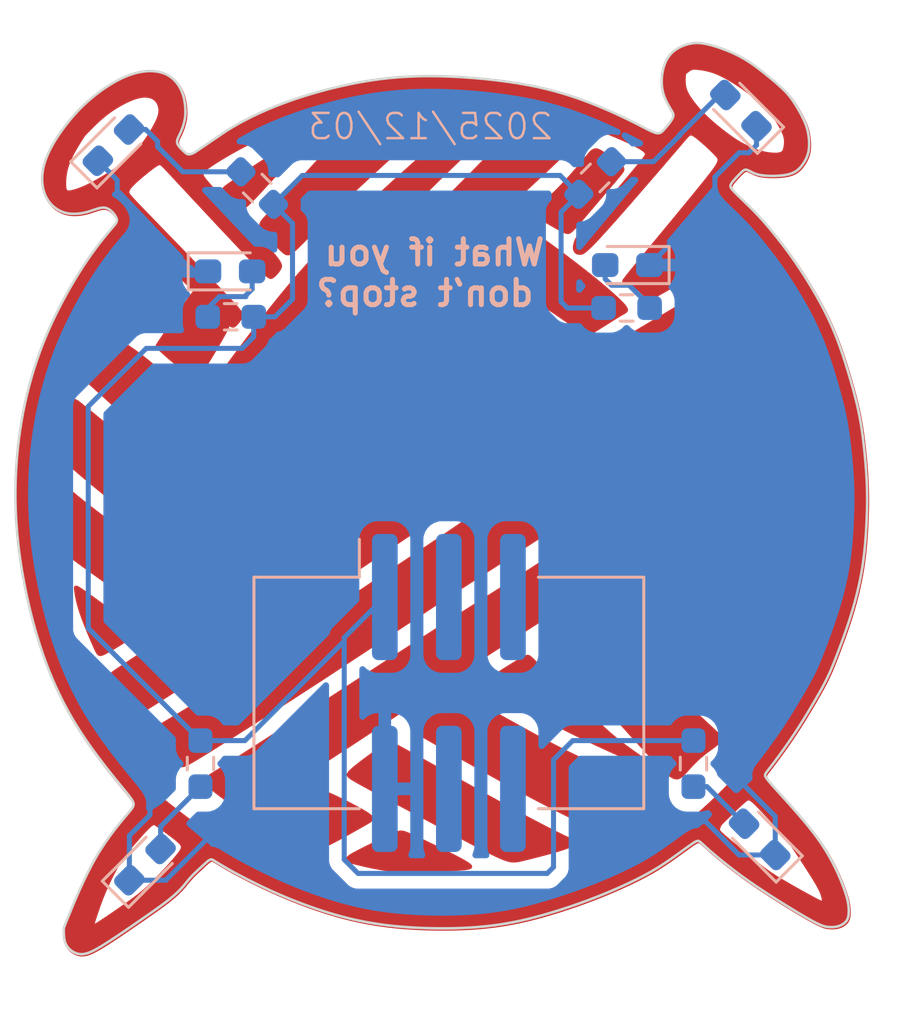
<source format=kicad_pcb>
(kicad_pcb (version 20241229) (generator "pcbnew") (generator_version "9.0")
  (title_block (title "A ball of yarn badge") (date "2025-12-02"))
  (layers (0 "F.Cu" signal) (2 "B.Cu" signal) (13 "F.Paste" user) (15 "B.Paste" user) (5 "F.SilkS" user "F.Silkscreen") (7 "B.SilkS" user "B.Silkscreen") (1 "F.Mask" user) (3 "B.Mask" user) (25 "Edge.Cuts" user))
  (net 0 "")
  (net 1 "+3V0")
  (net 2 "GND")
  (net 3 "Net-(D1-A)")
  (net 4 "Net-(D2-A)")
  (net 5 "Net-(D3-A)")
  (net 6 "Net-(D4-A)")
  (net 7 "Net-(D5-A)")
  (net 8 "Net-(D6-A)")
  (footprint "Connector_IDC:IDC-Header_2x03_P2.54mm_Vertical_SMD" (layer "B.Cu") (at 100.3 97.2 -90)
    (property "Reference" "J1" (hide yes))
    (property "Value" "Conn_02x03_Odd_Even" (hide yes))
  )
  (footprint "Resistor_SMD:R_0603_1608Metric_Pad0.98x0.95mm_HandSolder" (layer "B.Cu") (at 92.7 77.2 135)
    (property "Reference" "R4" (hide yes))
    (property "Value" "TBD" (hide yes))
  )
  (footprint "LED_SMD:LED_0603_1608Metric_Pad1.05x0.95mm_HandSolder" (layer "B.Cu") (at 107.375 80.25 180)
    (property "Reference" "D5" (hide yes))
    (property "Value" "LED" (hide yes))
  )
  (footprint "Resistor_SMD:R_0603_1608Metric_Pad0.98x0.95mm_HandSolder" (layer "B.Cu") (at 91.65 82.3 180)
    (property "Reference" "R6" (hide yes))
    (property "Value" "TBD" (hide yes))
  )
  (footprint "LED_SMD:LED_0603_1608Metric_Pad1.05x0.95mm_HandSolder" (layer "B.Cu") (at 87 75.5 45)
    (property "Reference" "D4" (hide yes))
    (property "Value" "LED" (hide yes))
  )
  (footprint "Resistor_SMD:R_0603_1608Metric_Pad0.98x0.95mm_HandSolder" (layer "B.Cu") (at 106.1 76.8 45)
    (property "Reference" "R3" (hide yes))
    (property "Value" "TBD" (hide yes))
  )
  (footprint "LED_SMD:LED_0603_1608Metric_Pad1.05x0.95mm_HandSolder" (layer "B.Cu") (at 112.625 103 135)
    (property "Reference" "D1" (hide yes))
    (property "Value" "LED" (hide yes))
  )
  (footprint "Resistor_SMD:R_0603_1608Metric_Pad0.98x0.95mm_HandSolder" (layer "B.Cu") (at 90.45 100 -90)
    (property "Reference" "R2" (hide yes))
    (property "Value" "TBD" (hide yes))
  )
  (footprint "Resistor_SMD:R_0603_1608Metric_Pad0.98x0.95mm_HandSolder" (layer "B.Cu") (at 107.35 81.95)
    (property "Reference" "R5" (hide yes))
    (property "Value" "TBD" (hide yes))
  )
  (footprint "LED_SMD:LED_0603_1608Metric_Pad1.05x0.95mm_HandSolder" (layer "B.Cu") (at 111.881282 74.131282 135)
    (property "Reference" "D3" (hide yes))
    (property "Value" "LED" (hide yes))
  )
  (footprint "LED_SMD:LED_0603_1608Metric_Pad1.05x0.95mm_HandSolder" (layer "B.Cu") (at 88.25 104 45)
    (property "Reference" "D2" (hide yes))
    (property "Value" "LED" (hide yes))
  )
  (footprint "LED_SMD:LED_0603_1608Metric_Pad1.05x0.95mm_HandSolder" (layer "B.Cu") (at 91.625 80.5)
    (property "Reference" "D6" (hide yes))
    (property "Value" "LED" (hide yes))
  )
  (footprint "Resistor_SMD:R_0603_1608Metric_Pad0.98x0.95mm_HandSolder" (layer "B.Cu") (at 110 100 -90)
    (property "Reference" "R1" (hide yes))
    (property "Value" "TBD" (hide yes))
  )
  (gr_poly (pts (xy 108.817996 92.306299) (xy 108.835562 92.308987) (xy 108.852373 92.313242) (xy 108.86878 92.318858) (xy 108.885135 92.325725) (xy 108.901795 92.334117) (xy 108.91912 92.344405) (xy 108.937468 92.35696) (xy 108.957199 92.372153) (xy 108.978671 92.390354) (xy 109.002244 92.411933) (xy 109.028276 92.437263) (xy 109.057127 92.466714) (xy 109.089156 92.500656) (xy 109.124722 92.539461) (xy 109.164184 92.583499) (xy 109.207901 92.633141) (xy 109.256232 92.688759) (xy 109.368173 92.819401) (xy 109.653571 93.157915) (xy 109.995125 93.568908) (xy 110.357941 94.011471) (xy 110.70712 94.444697) (xy 111.014817 94.835383) (xy 111.281386 95.181181) (xy 111.720783 95.759596) (xy 111.906942 96.001794) (xy 112.072699 96.2136) (xy 112.216551 96.393406) (xy 112.336995 96.539603) (xy 112.388081 96.599814) (xy 112.433422 96.652334) (xy 112.508801 96.738757) (xy 112.539807 96.774889) (xy 112.567001 96.807785) (xy 112.590866 96.838561) (xy 112.611886 96.86833) (xy 112.621456 96.883178) (xy 112.630354 96.898146) (xy 112.638496 96.913328) (xy 112.645801 96.92882) (xy 112.652186 96.944714) (xy 112.65757 96.961105) (xy 112.66187 96.978086) (xy 112.663588 96.986828) (xy 112.665004 96.995752) (xy 112.666108 97.004871) (xy 112.66689 97.014196) (xy 112.667339 97.02374) (xy 112.667445 97.033514) (xy 112.667198 97.043529) (xy 112.666588 97.053797) (xy 112.665604 97.064331) (xy 112.664236 97.075141) (xy 112.662474 97.08624) (xy 112.660307 97.09764) (xy 112.657726 97.109351) (xy 112.654719 97.121387) (xy 112.651277 97.133758) (xy 112.647389 97.146477) (xy 112.643046 97.159554) (xy 112.638236 97.173003) (xy 112.627206 97.201025) (xy 112.614375 97.230472) (xy 112.599845 97.261238) (xy 112.583722 97.293216) (xy 112.566109 97.326302) (xy 112.54711 97.360389) (xy 112.505371 97.431145) (xy 112.459338 97.504639) (xy 112.40984 97.580025) (xy 112.357712 97.656458) (xy 112.303785 97.733094) (xy 112.248838 97.809036) (xy 112.193434 97.883193) (xy 112.138085 97.954423) (xy 112.0833 98.021586) (xy 112.029588 98.083541) (xy 112.003294 98.112209) (xy 111.97746 98.139147) (xy 111.952149 98.164213) (xy 111.927425 98.187264) (xy 111.903353 98.208157) (xy 111.879995 98.22675) (xy 111.857372 98.242916) (xy 111.846294 98.25007) (xy 111.835338 98.256597) (xy 111.824481 98.262491) (xy 111.813699 98.267747) (xy 111.802968 98.27236) (xy 111.792265 98.276323) (xy 111.781565 98.279633) (xy 111.770844 98.282283) (xy 111.760079 98.284267) (xy 111.749246 98.285581) (xy 111.73832 98.286218) (xy 111.727278 98.286174) (xy 111.716096 98.285443) (xy 111.70475 98.28402) (xy 111.693216 98.281898) (xy 111.681471 98.279073) (xy 111.669489 98.275539) (xy 111.657248 98.271291) (xy 111.644724 98.266322) (xy 111.631891 98.260629) (xy 111.618728 98.254205) (xy 111.605209 98.247045) (xy 111.591311 98.239143) (xy 111.57701 98.230494) (xy 111.547103 98.210933) (xy 111.515296 98.188318) (xy 111.481399 98.162606) (xy 111.445202 98.133729) (xy 111.406427 98.101528) (xy 111.319953 98.026411) (xy 111.2196 97.935779) (xy 111.102993 97.828153) (xy 110.811511 97.556017) (xy 110.426498 97.198187) (xy 109.39551 96.250526) (xy 108.843027 95.736487) (xy 108.580603 95.48797) (xy 108.336177 95.25219) (xy 108.115042 95.033549) (xy 107.917289 94.83287) (xy 107.741711 94.65007) (xy 107.587099 94.485069) (xy 107.33594 94.20814) (xy 107.154148 94.001435) (xy 107.031538 93.861392) (xy 106.988629 93.811794) (xy 106.955854 93.772786) (xy 106.931616 93.742101) (xy 106.922199 93.72917) (xy 106.914318 93.717469) (xy 106.907772 93.706715) (xy 106.902362 93.696623) (xy 106.897888 93.686911) (xy 106.894151 93.677294) (xy 106.890976 93.667544) (xy 106.888301 93.657662) (xy 106.88609 93.647703) (xy 106.884305 93.637722) (xy 106.88291 93.627775) (xy 106.881868 93.617917) (xy 106.881141 93.608203) (xy 106.880693 93.598689) (xy 106.880485 93.580482) (xy 106.880946 93.563738) (xy 106.881781 93.5489) (xy 106.882694 93.536412) (xy 106.883183 93.531121) (xy 106.883539 93.528634) (xy 106.884039 93.526195) (xy 106.884737 93.523764) (xy 106.885176 93.522538) (xy 106.885685 93.521299) (xy 106.886269 93.520041) (xy 106.886936 93.518758) (xy 106.887692 93.517446) (xy 106.888543 93.516099) (xy 106.889497 93.514713) (xy 106.89056 93.513281) (xy 106.893037 93.510262) (xy 106.89603 93.507) (xy 106.899589 93.503453) (xy 106.903769 93.49958) (xy 106.908622 93.495339) (xy 106.914201 93.490688) (xy 106.920559 93.485585) (xy 106.927748 93.47999) (xy 106.935822 93.473859) (xy 106.944833 93.467151) (xy 106.954834 93.459825) (xy 106.965878 93.451839) (xy 106.978018 93.44315) (xy 107.005798 93.423501) (xy 107.038595 93.400543) (xy 107.076832 93.373942) (xy 107.171319 93.308478) (xy 107.171327 93.30847) (xy 107.749601 92.911166) (xy 108.076053 92.692057) (xy 108.226951 92.593315) (xy 108.361379 92.507849) (xy 108.420671 92.471387) (xy 108.474649 92.439174) (xy 108.523664 92.411005) (xy 108.568066 92.386673) (xy 108.608207 92.365971) (xy 108.644438 92.348694) (xy 108.677107 92.334635) (xy 108.706568 92.323587) (xy 108.733169 92.315345) (xy 108.757262 92.309701) (xy 108.779197 92.30645) (xy 108.799325 92.305385)) (stroke (width 0.1) (color 255 42 42 1)) (fill yes) (layer "F.Cu"))
  (gr_poly (pts (xy 88.638212 79.379938) (xy 88.639498 79.380117) (xy 88.640852 79.380418) (xy 88.642277 79.380845) (xy 88.643779 79.381402) (xy 88.645362 79.382092) (xy 88.64703 79.382918) (xy 88.648788 79.383884) (xy 88.650641 79.384993) (xy 88.652593 79.38625) (xy 88.654649 79.387657) (xy 88.65909 79.390936) (xy 88.664001 79.39486) (xy 88.669419 79.399457) (xy 88.675379 79.404754) (xy 88.681918 79.410779) (xy 88.689074 79.417561) (xy 88.696881 79.425128) (xy 88.705378 79.433507) (xy 88.7146 79.442728) (xy 88.735365 79.463805) (xy 88.75947 79.488583) (xy 88.818867 79.550141) (xy 88.818863 79.550141) (xy 89.178227 79.924109) (xy 89.374232 80.129669) (xy 89.535877 80.301508) (xy 89.56702 80.335375) (xy 89.593829 80.365792) (xy 89.605588 80.379963) (xy 89.616239 80.393579) (xy 89.625774 80.406742) (xy 89.634185 80.419555) (xy 89.641463 80.432119) (xy 89.6476 80.444537) (xy 89.652588 80.456911) (xy 89.656419 80.469345) (xy 89.659085 80.481939) (xy 89.660578 80.494797) (xy 89.660889 80.508021) (xy 89.66001 80.521712) (xy 89.657933 80.535975) (xy 89.65465 80.55091) (xy 89.650153 80.56662) (xy 89.644434 80.583208) (xy 89.637483 80.600776) (xy 89.629294 80.619425) (xy 89.619858 80.63926) (xy 89.609166 80.660381) (xy 89.597212 80.682891) (xy 89.583985 80.706893) (xy 89.553685 80.759781) (xy 89.518201 80.819864) (xy 89.477466 80.887959) (xy 89.015308 81.65665) (xy 88.542842 82.433068) (xy 88.460128 82.564874) (xy 88.424793 82.618592) (xy 88.392689 82.66456) (xy 88.36323 82.703059) (xy 88.335827 82.734369) (xy 88.322714 82.747415) (xy 88.309894 82.758769) (xy 88.297295 82.768465) (xy 88.284844 82.77654) (xy 88.272466 82.783027) (xy 88.260089 82.787962) (xy 88.247638 82.79138) (xy 88.235042 82.793315) (xy 88.222225 82.793804) (xy 88.209115 82.79288) (xy 88.195639 82.79058) (xy 88.181723 82.786937) (xy 88.167293 82.781987) (xy 88.152276 82.775765) (xy 88.120189 82.759646) (xy 88.084874 82.738858) (xy 88.045743 82.713683) (xy 87.955223 82.651524) (xy 87.851617 82.576559) (xy 87.739448 82.492415) (xy 87.62324 82.402714) (xy 87.507515 82.31108) (xy 87.396797 82.221137) (xy 87.295608 82.136509) (xy 87.208472 82.06082) (xy 87.171509 82.027269) (xy 87.139285 81.996162) (xy 87.124981 81.981308) (xy 87.111897 81.966804) (xy 87.100047 81.952562) (xy 87.089441 81.938497) (xy 87.080091 81.924521) (xy 87.072011 81.910546) (xy 87.065211 81.896487) (xy 87.059703 81.882255) (xy 87.0555 81.867764) (xy 87.052614 81.852926) (xy 87.051056 81.837656) (xy 87.050838 81.821865) (xy 87.051972 81.805466) (xy 87.054471 81.788373) (xy 87.058347 81.770499) (xy 87.06361 81.751756) (xy 87.070273 81.732058) (xy 87.078349 81.711317) (xy 87.087849 81.689446) (xy 87.098784 81.666359) (xy 87.111168 81.641968) (xy 87.125011 81.616186) (xy 87.140327 81.588927) (xy 87.157126 81.560103) (xy 87.195224 81.497412) (xy 87.239401 81.427417) (xy 87.345265 81.264982) (xy 87.469946 81.078468) (xy 87.752246 80.664881) (xy 88.283987 79.897193) (xy 88.450623 79.654533) (xy 88.548427 79.509051) (xy 88.597911 79.432508) (xy 88.619585 79.396662) (xy 88.623056 79.390861) (xy 88.624712 79.388323) (xy 88.626363 79.386063) (xy 88.628045 79.384111) (xy 88.62891 79.383259) (xy 88.629796 79.382494) (xy 88.630708 79.38182) (xy 88.631652 79.38124) (xy 88.63263 79.380758) (xy 88.633648 79.380377) (xy 88.634711 79.380101) (xy 88.635823 79.379934) (xy 88.636989 79.379879)) (stroke (width 0.1) (color 255 42 42 1)) (fill yes) (layer "F.Cu") (net 2))
  (gr_poly (pts (xy 98.798593 83.075319) (xy 98.817724 83.078485) (xy 98.840649 83.084231) (xy 98.868002 83.093018) (xy 98.900415 83.105311) (xy 98.938524 83.12157) (xy 98.98296 83.14226) (xy 99.034358 83.167842) (xy 99.093352 83.19878) (xy 99.236658 83.278573) (xy 99.417948 83.385339) (xy 99.639625 83.520976) (xy 99.893438 83.680169) (xy 100.453813 84.040753) (xy 101.011759 84.410145) (xy 101.262536 84.580349) (xy 101.479963 84.731402) (xy 101.573088 84.797732) (xy 101.655755 84.85787) (xy 101.728574 84.912189) (xy 101.761481 84.937284) (xy 101.792155 84.961065) (xy 101.820672 84.983578) (xy 101.847108 85.004872) (xy 101.87154 85.024992) (xy 101.894043 85.043986) (xy 101.914695 85.0619) (xy 101.933571 85.078781) (xy 101.950747 85.094677) (xy 101.966301 85.109633) (xy 101.980307 85.123697) (xy 101.992843 85.136916) (xy 102.003984 85.149337) (xy 102.013807 85.161005) (xy 102.022388 85.17197) (xy 102.029804 85.182276) (xy 102.03613 85.191971) (xy 102.041443 85.201102) (xy 102.045819 85.209716) (xy 102.049334 85.217859) (xy 102.052065 85.225579) (xy 102.054088 85.232922) (xy 102.055479 85.239936) (xy 102.056314 85.246666) (xy 102.05667 85.25316) (xy 102.056623 85.259466) (xy 102.055476 85.271671) (xy 102.052804 85.283537) (xy 102.04839 85.295291) (xy 102.042019 85.307162) (xy 102.033474 85.31938) (xy 102.02254 85.332173) (xy 102.009001 85.34577) (xy 101.99264 85.360401) (xy 101.973242 85.376294) (xy 101.950591 85.393679) (xy 101.894666 85.433837) (xy 101.823138 85.482708) (xy 101.734279 85.542124) (xy 101.238317 85.869425) (xy 100.96767 86.045642) (xy 100.730809 86.197337) (xy 100.635381 86.256958) (xy 100.593591 86.282473) (xy 100.555387 86.305294) (xy 100.520495 86.325547) (xy 100.488642 86.34336) (xy 100.459556 86.358859) (xy 100.432964 86.372172) (xy 100.408593 86.383426) (xy 100.38617 86.392747) (xy 100.365422 86.400263) (xy 100.346076 86.4061) (xy 100.32786 86.410386) (xy 100.3105 86.413247) (xy 100.293724 86.414812) (xy 100.277259 86.415205) (xy 100.260789 86.414484) (xy 100.243822 86.412428) (xy 100.225822 86.40875) (xy 100.206255 86.403159) (xy 100.184586 86.395367) (xy 100.160279 86.385082) (xy 100.1328 86.372017) (xy 100.101613 86.355882) (xy 100.025977 86.313242) (xy 99.929089 86.254846) (xy 99.806671 86.178379) (xy 99.654441 86.081525) (xy 98.803736 85.532005) (xy 97.985223 84.999489) (xy 97.985219 84.999485) (xy 97.851001 84.91203) (xy 97.796692 84.876572) (xy 97.75012 84.846072) (xy 97.710685 84.820113) (xy 97.693458 84.808707) (xy 97.677791 84.798279) (xy 97.66361 84.788779) (xy 97.650839 84.780154) (xy 97.639405 84.772352) (xy 97.629232 84.765321) (xy 97.620245 84.759009) (xy 97.612371 84.753364) (xy 97.605533 84.748333) (xy 97.599658 84.743865) (xy 97.594671 84.739908) (xy 97.592487 84.738105) (xy 97.590496 84.73641) (xy 97.588691 84.734816) (xy 97.58706 84.733318) (xy 97.585595 84.731908) (xy 97.584287 84.730581) (xy 97.583126 84.729329) (xy 97.582103 84.728146) (xy 97.581208 84.727026) (xy 97.580432 84.725962) (xy 97.579766 84.724947) (xy 97.579201 84.723976) (xy 97.578727 84.723041) (xy 97.578334 84.722136) (xy 97.578014 84.721255) (xy 97.577757 84.720391) (xy 97.577554 84.719537) (xy 97.577395 84.718688) (xy 97.577173 84.716975) (xy 97.577016 84.7152) (xy 97.575651 84.697445) (xy 97.574998 84.686712) (xy 97.574504 84.67521) (xy 97.574274 84.663291) (xy 97.574413 84.651305) (xy 97.574654 84.645396) (xy 97.575027 84.639603) (xy 97.575545 84.633969) (xy 97.576221 84.628538) (xy 97.578395 84.617936) (xy 97.580325 84.612132) (xy 97.583131 84.605529) (xy 97.59231 84.588529) (xy 97.60781 84.564144) (xy 97.63151 84.529586) (xy 97.665289 84.482063) (xy 97.770601 84.336965) (xy 98.123814 83.854574) (xy 98.4825 83.369138) (xy 98.515594 83.324933) (xy 98.545204 83.285656) (xy 98.571603 83.250997) (xy 98.595065 83.220645) (xy 98.615865 83.194289) (xy 98.634276 83.171618) (xy 98.650574 83.15232) (xy 98.658015 83.14384) (xy 98.665031 83.136087) (xy 98.671655 83.129021) (xy 98.677922 83.122605) (xy 98.683866 83.1168) (xy 98.689522 83.111566) (xy 98.694923 83.106864) (xy 98.700103 83.102657) (xy 98.705098 83.098904) (xy 98.709941 83.095568) (xy 98.714667 83.092608) (xy 98.719309 83.089988) (xy 98.723903 83.087666) (xy 98.728482 83.085606) (xy 98.733081 83.083767) (xy 98.737734 83.082111) (xy 98.747338 83.079193) (xy 98.769179 83.074874) (xy 98.782622 83.074269)) (stroke (width 0.1) (color 255 42 42 1)) (fill yes) (layer "F.Cu"))
  (gr_poly (pts (xy 114.749945 87.976591) (xy 114.762609 87.978098) (xy 114.77434 87.981073) (xy 114.785199 87.985501) (xy 114.795246 87.991366) (xy 114.804541 87.998652) (xy 114.813145 88.007344) (xy 114.821118 88.017426) (xy 114.828521 88.028882) (xy 114.835413 88.041696) (xy 114.841856 88.055853) (xy 114.84791 88.071337) (xy 114.853634 88.088133) (xy 114.859091 88.106223) (xy 114.869439 88.146228) (xy 114.888888 88.241136) (xy 114.906699 88.355277) (xy 114.922631 88.487914) (xy 114.936442 88.638309) (xy 114.947891 88.805724) (xy 114.956736 88.98942) (xy 114.962736 89.188661) (xy 114.96565 89.402708) (xy 114.965287 89.630404) (xy 114.961677 89.868916) (xy 114.954899 90.114998) (xy 114.945034 90.365401) (xy 114.932162 90.616878) (xy 114.916364 90.866181) (xy 114.89772 91.110062) (xy 114.87631 91.345274) (xy 114.852291 91.568925) (xy 114.826111 91.779555) (xy 114.798294 91.976063) (xy 114.769362 92.15735) (xy 114.73984 92.322316) (xy 114.71025 92.46986) (xy 114.681117 92.598881) (xy 114.652963 92.708281) (xy 114.646137 92.732444) (xy 114.639403 92.755341) (xy 114.632757 92.777003) (xy 114.626197 92.79746) (xy 114.61972 92.816741) (xy 114.613323 92.834876) (xy 114.607003 92.851897) (xy 114.600759 92.867832) (xy 114.594587 92.882711) (xy 114.588484 92.896566) (xy 114.582448 92.909425) (xy 114.576475 92.921318) (xy 114.570564 92.932276) (xy 114.564712 92.942329) (xy 114.558915 92.951506) (xy 114.553172 92.959838) (xy 114.547478 92.967354) (xy 114.541833 92.974085) (xy 114.536232 92.98006) (xy 114.530673 92.985311) (xy 114.525154 92.989865) (xy 114.519671 92.993755) (xy 114.514223 92.997009) (xy 114.508806 92.999657) (xy 114.503417 93.00173) (xy 114.498054 93.003258) (xy 114.492714 93.00427) (xy 114.487395 93.004797) (xy 114.482093 93.004868) (xy 114.476806 93.004514) (xy 114.471531 93.003765) (xy 114.466266 93.00265) (xy 114.455705 92.999339) (xy 114.444868 92.994306) (xy 114.43345 92.987173) (xy 114.421147 92.97756) (xy 114.407657 92.965088) (xy 114.392676 92.949377) (xy 114.375899 92.93005) (xy 114.357023 92.906726) (xy 114.31176 92.846571) (xy 114.254457 92.76588) (xy 114.182685 92.66162) (xy 114.094015 92.530756) (xy 113.592197 91.78383) (xy 113.308806 91.365427) (xy 113.048286 90.987931) (xy 112.936175 90.829637) (xy 112.837138 90.692511) (xy 112.750183 90.574203) (xy 112.674315 90.472365) (xy 112.551867 90.3087) (xy 112.5033 90.242175) (xy 112.461847 90.182723) (xy 112.443492 90.154959) (xy 112.426629 90.128331) (xy 112.411217 90.102793) (xy 112.397216 90.0783) (xy 112.384584 90.054807) (xy 112.37328 90.032268) (xy 112.363266 90.010639) (xy 112.354499 89.989874) (xy 112.346938 89.969927) (xy 112.340545 89.950754) (xy 112.335277 89.932309) (xy 112.331094 89.914547) (xy 112.327955 89.897422) (xy 112.32582 89.880889) (xy 112.324649 89.864903) (xy 112.324399 89.849419) (xy 112.325136 89.83433) (xy 112.32723 89.819287) (xy 112.331152 89.803878) (xy 112.337375 89.787693) (xy 112.346369 89.77032) (xy 112.358607 89.751348) (xy 112.374559 89.730366) (xy 112.394698 89.706962) (xy 112.419493 89.680727) (xy 112.449418 89.651249) (xy 112.484944 89.618116) (xy 112.526541 89.580918) (xy 112.629838 89.492681) (xy 112.76308 89.383249) (xy 113.118453 89.100785) (xy 113.542657 88.772903) (xy 113.969653 88.452107) (xy 114.163561 88.310775) (xy 114.333402 88.190904) (xy 114.333396 88.190896) (xy 114.406965 88.140904) (xy 114.472937 88.097792) (xy 114.503225 88.078777) (xy 114.531795 88.061435) (xy 114.558707 88.045751) (xy 114.584022 88.031707) (xy 114.6078 88.01929) (xy 114.630101 88.008483) (xy 114.650987 87.999269) (xy 114.670517 87.991635) (xy 114.688751 87.985563) (xy 114.705751 87.981039) (xy 114.721576 87.978046) (xy 114.736287 87.976568)) (stroke (width 0.1) (color 255 42 42 1)) (fill yes) (layer "F.Cu"))
  (gr_poly (pts (xy 97.168114 85.437471) (xy 97.192547 85.442819) (xy 97.219811 85.45143) (xy 97.250363 85.463503) (xy 97.284661 85.479241) (xy 97.323165 85.498844) (xy 97.36633 85.522514) (xy 97.414617 85.550453) (xy 97.468482 85.582861) (xy 97.59478 85.661892) (xy 97.920301 85.874021) (xy 98.301335 86.129636) (xy 98.682154 86.39105) (xy 99.007032 86.620574) (xy 99.073182 86.668694) (xy 99.132697 86.712702) (xy 99.185919 86.752833) (xy 99.233193 86.789325) (xy 99.274864 86.822415) (xy 99.311274 86.852338) (xy 99.342768 86.879332) (xy 99.369691 86.903632) (xy 99.381545 86.914847) (xy 99.392385 86.925476) (xy 99.402254 86.935551) (xy 99.411195 86.945101) (xy 99.419251 86.954154) (xy 99.426465 86.962742) (xy 99.43288 86.970893) (xy 99.43854 86.978636) (xy 99.443486 86.986003) (xy 99.447762 86.993021) (xy 99.451411 86.999721) (xy 99.454476 87.006132) (xy 99.457 87.012284) (xy 99.459026 87.018206) (xy 99.460597 87.023929) (xy 99.461756 87.02948) (xy 99.46294 87.040174) (xy 99.462588 87.050442) (xy 99.460638 87.060421) (xy 99.457031 87.070249) (xy 99.451706 87.080063) (xy 99.444602 87.090002) (xy 99.435659 87.100202) (xy 99.424817 87.110802) (xy 99.412016 87.121939) (xy 99.397194 87.13375) (xy 99.380292 87.146373) (xy 99.361249 87.159946) (xy 99.316498 87.19049) (xy 99.262459 87.226485) (xy 98.932305 87.446683) (xy 98.346156 87.840409) (xy 97.936591 88.115983) (xy 97.489556 88.413673) (xy 97.056479 88.695041) (xy 96.861247 88.817592) (xy 96.688792 88.921649) (xy 96.612885 88.965371) (xy 96.543706 89.003448) (xy 96.480681 89.036062) (xy 96.423237 89.063395) (xy 96.396429 89.075137) (xy 96.3708 89.085626) (xy 96.34628 89.094886) (xy 96.322796 89.102938) (xy 96.300277 89.109806) (xy 96.278651 89.115512) (xy 96.257846 89.120079) (xy 96.237791 89.123529) (xy 96.218413 89.125886) (xy 96.199642 89.12717) (xy 96.181405 89.127407) (xy 96.163631 89.126617) (xy 96.146248 89.124824) (xy 96.129184 89.12205) (xy 96.112368 89.118318) (xy 96.095727 89.113651) (xy 96.079191 89.108071) (xy 96.062686 89.101601) (xy 96.046143 89.094264) (xy 96.029488 89.086082) (xy 95.995558 89.067273) (xy 95.960323 89.045358) (xy 95.923356 89.020547) (xy 95.884828 88.993176) (xy 95.845054 88.96361) (xy 95.804353 88.932215) (xy 95.721436 88.865402) (xy 95.638612 88.795664) (xy 95.558419 88.725925) (xy 95.483394 88.659112) (xy 95.358995 88.545969) (xy 95.359 88.545969) (xy 95.31398 88.504707) (xy 95.295774 88.487906) (xy 95.280177 88.473363) (xy 95.266992 88.460853) (xy 95.261242 88.455291) (xy 95.256022 88.450153) (xy 95.251306 88.445412) (xy 95.24707 88.441041) (xy 95.243291 88.43701) (xy 95.239942 88.433292) (xy 95.237 88.429859) (xy 95.23444 88.426684) (xy 95.232238 88.423739) (xy 95.230369 88.420994) (xy 95.228808 88.418424) (xy 95.227531 88.415999) (xy 95.226513 88.413692) (xy 95.22573 88.411475) (xy 95.225157 88.40932) (xy 95.224771 88.407199) (xy 95.224545 88.405084) (xy 95.224456 88.402948) (xy 95.224479 88.400763) (xy 95.22459 88.398499) (xy 95.224976 88.393629) (xy 95.226192 88.3817) (xy 95.229112 88.365208) (xy 95.235227 88.342167) (xy 95.246027 88.310589) (xy 95.263 88.268488) (xy 95.287638 88.213877) (xy 95.32143 88.144769) (xy 95.365866 88.059178) (xy 95.488441 87.836937) (xy 95.646341 87.562942) (xy 95.826363 87.25931) (xy 96.015298 86.948159) (xy 96.20128 86.64914) (xy 96.377812 86.37203) (xy 96.53974 86.124127) (xy 96.681912 85.912732) (xy 96.744183 85.822782) (xy 96.773167 85.781775) (xy 96.800816 85.743341) (xy 96.827203 85.707423) (xy 96.852403 85.673967) (xy 96.876488 85.642917) (xy 96.899533 85.614218) (xy 96.921612 85.587813) (xy 96.942798 85.563649) (xy 96.963165 85.541669) (xy 96.982788 85.521818) (xy 97.001739 85.504041) (xy 97.020094 85.488283) (xy 97.037925 85.474487) (xy 97.055306 85.462599) (xy 97.072375 85.452606) (xy 97.089526 85.444666) (xy 97.107217 85.438982) (xy 97.125907 85.435753) (xy 97.146053 85.435183)) (stroke (width 0.1) (color 255 42 42 1)) (fill yes) (layer "F.Cu"))
  (gr_poly (pts (xy 113.3116 82.644239) (xy 113.325627 82.646226) (xy 113.338867 82.649542) (xy 113.351408 82.654176) (xy 113.363336 82.660113) (xy 113.374739 82.66734) (xy 113.385705 82.675844) (xy 113.396321 82.685612) (xy 113.406675 82.69663) (xy 113.416854 82.708884) (xy 113.426945 82.722362) (xy 113.437036 82.73705) (xy 113.447214 82.752935) (xy 113.468183 82.78824) (xy 113.49055 82.828171) (xy 113.597777 83.027382) (xy 113.721987 83.264265) (xy 113.95498 83.712544) (xy 114.034302 83.863415) (xy 114.063465 83.919574) (xy 114.075738 83.943806) (xy 114.086591 83.965844) (xy 114.096116 83.985964) (xy 114.104403 84.004444) (xy 114.111541 84.021563) (xy 114.117621 84.037597) (xy 114.122733 84.052825) (xy 114.126967 84.067523) (xy 114.130414 84.08197) (xy 114.133163 84.096444) (xy 114.135284 84.111168) (xy 114.136764 84.126164) (xy 114.13757 84.141396) (xy 114.137669 84.156832) (xy 114.137027 84.17244) (xy 114.135612 84.188184) (xy 114.133391 84.204033) (xy 114.130329 84.219953) (xy 114.126394 84.235911) (xy 114.121553 84.251874) (xy 114.115772 84.267808) (xy 114.109018 84.283681) (xy 114.101258 84.299459) (xy 114.092459 84.315109) (xy 114.082588 84.330597) (xy 114.071611 84.345891) (xy 114.045267 84.376475) (xy 114.008464 84.410152) (xy 113.955299 84.450929) (xy 113.879868 84.50281) (xy 113.776267 84.569801) (xy 113.638593 84.655907) (xy 113.237409 84.901486) (xy 111.876974 85.736698) (xy 110.975273 86.305782) (xy 109.973489 86.957025) (xy 105.397518 90.055729) (xy 104.162075 90.866245) (xy 102.908875 91.674326) (xy 100.387431 93.295357) (xy 95.359524 96.599781) (xy 94.081183 97.427559) (xy 92.861771 98.208256) (xy 91.783284 98.891764) (xy 90.927713 99.427977) (xy 90.605923 99.627125) (xy 90.470775 99.70987) (xy 90.351275 99.782291) (xy 90.246288 99.84506) (xy 90.154676 99.898847) (xy 90.075304 99.944325) (xy 90.007034 99.982165) (xy 89.94873 100.013038) (xy 89.899255 100.037616) (xy 89.857473 100.056571) (xy 89.839111 100.064149) (xy 89.822247 100.070573) (xy 89.806737 100.075927) (xy 89.792441 100.080295) (xy 89.779215 100.083761) (xy 89.766917 100.086408) (xy 89.755406 100.088321) (xy 89.74454 100.089583) (xy 89.724173 100.090493) (xy 89.704831 100.089681) (xy 89.686144 100.08719) (xy 89.667894 100.082933) (xy 89.649863 100.076825) (xy 89.631831 100.068781) (xy 89.613581 100.058716) (xy 89.594894 100.046543) (xy 89.575553 100.032178) (xy 89.555338 100.015535) (xy 89.534032 99.996529) (xy 89.511416 99.975074) (xy 89.487272 99.951086) (xy 89.433527 99.895164) (xy 89.371049 99.828081) (xy 89.218991 99.662533) (xy 89.047496 99.473144) (xy 88.879037 99.283451) (xy 88.802969 99.195845) (xy 88.736087 99.116989) (xy 88.706888 99.081672) (xy 88.680553 99.049106) (xy 88.656947 99.019116) (xy 88.635934 98.99153) (xy 88.617379 98.966174) (xy 88.601148 98.942876) (xy 88.587105 98.921461) (xy 88.575114 98.901758) (xy 88.56504 98.883591) (xy 88.556749 98.86679) (xy 88.550104 98.851179) (xy 88.544971 98.836586) (xy 88.541213 98.822838) (xy 88.538697 98.809761) (xy 88.537287 98.797182) (xy 88.536847 98.784928) (xy 88.537296 98.772835) (xy 88.53877 98.760777) (xy 88.541459 98.748639) (xy 88.545553 98.736305) (xy 88.551241 98.723657) (xy 88.558713 98.71058) (xy 88.56816 98.696957) (xy 88.57977 98.682672) (xy 88.593735 98.66761) (xy 88.610243 98.651652) (xy 88.629484 98.634684) (xy 88.651649 98.61659) (xy 88.676927 98.597251) (xy 88.705508 98.576554) (xy 88.737582 98.554381) (xy 88.773339 98.530615) (xy 88.856335 98.477944) (xy 88.954403 98.418115) (xy 89.194083 98.275699) (xy 89.489041 98.100783) (xy 89.835935 97.890787) (xy 90.232233 97.643208) (xy 90.678641 97.355844) (xy 91.176681 97.026567) (xy 91.727874 96.65325) (xy 92.331801 96.235865) (xy 92.980301 95.782754) (xy 94.370679 94.811098) (xy 95.092664 94.312621) (xy 95.820591 93.815296) (xy 96.546109 93.324684) (xy 97.260866 92.846344) (xy 98.643156 91.932088) (xy 99.319443 91.484394) (xy 99.993208 91.033745) (xy 100.67269 90.572249) (xy 101.376972 90.088096) (xy 102.947151 89.000698) (xy 103.848799 88.378181) (xy 104.815406 87.719589) (xy 105.821744 87.049829) (xy 106.33193 86.718544) (xy 106.842588 86.393808) (xy 107.350635 86.078261) (xy 107.853284 85.772649) (xy 108.831544 85.1923) (xy 110.604022 84.162602) (xy 111.356478 83.719372) (xy 111.999419 83.336503) (xy 112.520839 83.027105) (xy 112.732225 82.904055) (xy 112.908727 82.80429) (xy 112.908727 82.804291) (xy 112.908727 82.804292) (xy 112.908727 82.804293) (xy 112.908728 82.804294) (xy 112.908728 82.804295) (xy 112.908728 82.804296) (xy 112.908729 82.804299) (xy 112.90873 82.804301) (xy 112.90873 82.804303) (xy 112.908731 82.804304) (xy 112.908731 82.804305) (xy 112.908731 82.804306) (xy 112.983579 82.763613) (xy 113.050031 82.729043) (xy 113.080327 82.714022) (xy 113.108787 82.700491) (xy 113.135497 82.688438) (xy 113.160545 82.677849) (xy 113.184019 82.66871) (xy 113.206005 82.661009) (xy 113.226593 82.654732) (xy 113.245868 82.649866) (xy 113.263919 82.646397) (xy 113.280833 82.644312) (xy 113.296697 82.643597)) (stroke (width 0.1) (color 255 42 42 1)) (fill yes) (layer "F.Cu"))
  (gr_poly (pts (xy 97.997152 99.203062) (xy 98.015139 99.204895) (xy 98.033383 99.207798) (xy 98.052418 99.211961) (xy 98.072823 99.217651) (xy 98.095174 99.225135) (xy 98.120048 99.234679) (xy 98.148023 99.24655) (xy 98.179675 99.261016) (xy 98.215583 99.278342) (xy 98.256322 99.298795) (xy 98.302471 99.322643) (xy 98.413306 99.381589) (xy 98.552704 99.457314) (xy 98.725283 99.551951) (xy 99.71561 100.098301) (xy 100.861421 100.733984) (xy 101.814378 101.265729) (xy 102.62989 101.716725) (xy 103.029539 101.933382) (xy 103.420917 102.142521) (xy 103.791035 102.337486) (xy 104.126903 102.511622) (xy 104.41783 102.659558) (xy 104.662368 102.781075) (xy 104.861377 102.877251) (xy 105.015718 102.94916) (xy 105.127214 102.999164) (xy 105.168613 103.018219) (xy 105.201555 103.034777) (xy 105.215115 103.042464) (xy 105.226874 103.04994) (xy 105.236934 103.057341) (xy 105.2454 103.064807) (xy 105.252377 103.072474) (xy 105.257967 103.080481) (xy 105.262276 103.088964) (xy 105.265407 103.098061) (xy 105.266554 103.10288) (xy 105.267385 103.107889) (xy 105.267849 103.113089) (xy 105.267898 103.118482) (xy 105.267485 103.124069) (xy 105.266559 103.129853) (xy 105.265073 103.135835) (xy 105.262978 103.142016) (xy 105.260225 103.148399) (xy 105.256765 103.154985) (xy 105.25255 103.161775) (xy 105.247532 103.168772) (xy 105.241661 103.175976) (xy 105.234889 103.183391) (xy 105.227167 103.191017) (xy 105.218447 103.198855) (xy 105.20868 103.206909) (xy 105.197817 103.215179) (xy 105.18581 103.223667) (xy 105.17261 103.232375) (xy 105.158169 103.241305) (xy 105.142437 103.250457) (xy 105.125367 103.259835) (xy 105.106909 103.269439) (xy 105.087015 103.279271) (xy 105.065636 103.289333) (xy 105.042724 103.299626) (xy 105.01823 103.310153) (xy 104.992105 103.320915) (xy 104.9643 103.331913) (xy 104.934768 103.34315) (xy 104.903459 103.354626) (xy 104.76114 103.402732) (xy 104.59646 103.453415) (xy 104.416265 103.505387) (xy 104.227399 103.557358) (xy 103.851037 103.656146) (xy 103.522134 103.73947) (xy 103.281692 103.79946) (xy 103.191115 103.821133) (xy 103.115666 103.837974) (xy 103.051867 103.85052) (xy 102.996243 103.859307) (xy 102.945316 103.864874) (xy 102.89561 103.867756) (xy 102.870113 103.868293) (xy 102.843522 103.86797) (xy 102.815307 103.866466) (xy 102.784937 103.863458) (xy 102.751883 103.858625) (xy 102.715615 103.851644) (xy 102.675601 103.842194) (xy 102.631312 103.829952) (xy 102.582218 103.814595) (xy 102.527789 103.795803) (xy 102.467493 103.773253) (xy 102.400802 103.746622) (xy 102.327185 103.715589) (xy 102.246111 103.679831) (xy 102.157051 103.639027) (xy 102.059474 103.592854) (xy 101.838326 103.48414) (xy 101.586804 103.356259) (xy 101.015887 103.057388) (xy 99.765274 102.387913) (xy 97.673808 101.273463) (xy 97.28146 101.063802) (xy 96.948925 100.883888) (xy 96.680174 100.734684) (xy 96.479179 100.617155) (xy 96.439992 100.592772) (xy 96.405407 100.57006) (xy 96.375544 100.54865) (xy 96.36242 100.538317) (xy 96.350521 100.528173) (xy 96.339862 100.518169) (xy 96.330458 100.508259) (xy 96.322323 100.498399) (xy 96.315473 100.488541) (xy 96.309922 100.478639) (xy 96.305686 100.468648) (xy 96.302779 100.458521) (xy 96.301216 100.448212) (xy 96.301012 100.437674) (xy 96.302182 100.426862) (xy 96.304741 100.41573) (xy 96.308704 100.404231) (xy 96.314085 100.39232) (xy 96.320899 100.379949) (xy 96.329162 100.367074) (xy 96.338888 100.353647) (xy 96.350092 100.339623) (xy 96.36279 100.324956) (xy 96.376995 100.309599) (xy 96.392723 100.293506) (xy 96.428807 100.258928) (xy 96.47116 100.220854) (xy 96.574046 100.133896) (xy 96.696784 100.035448) (xy 96.833668 99.929482) (xy 96.978995 99.819972) (xy 97.12706 99.710892) (xy 97.272159 99.606214) (xy 97.408588 99.509911) (xy 97.530641 99.425957) (xy 97.634001 99.357406) (xy 97.678969 99.328769) (xy 97.719898 99.303634) (xy 97.757116 99.281807) (xy 97.79095 99.263095) (xy 97.821727 99.247307) (xy 97.849774 99.234248) (xy 97.875418 99.223726) (xy 97.898987 99.215548) (xy 97.920808 99.209521) (xy 97.941207 99.205452) (xy 97.960513 99.203148) (xy 97.979052 99.202415)) (stroke (width 0.1) (color 255 42 42 1)) (fill yes) (layer "F.Cu"))
  (gr_poly (pts (xy 110.150468 78.323439) (xy 110.161275 78.324124) (xy 110.171961 78.325486) (xy 110.182779 78.327772) (xy 110.193984 78.331231) (xy 110.20583 78.336109) (xy 110.21857 78.342654) (xy 110.23246 78.351114) (xy 110.247754 78.361735) (xy 110.264705 78.374766) (xy 110.283568 78.390454) (xy 110.304597 78.409046) (xy 110.328047 78.43079) (xy 110.35417 78.455933) (xy 110.383222 78.484722) (xy 110.451129 78.554231) (xy 110.532796 78.640289) (xy 110.625234 78.739844) (xy 110.72445 78.848834) (xy 110.826452 78.9632) (xy 110.927246 79.078881) (xy 111.022839 79.191818) (xy 111.109238 79.297951) (xy 111.182451 79.393218) (xy 111.198242 79.414876) (xy 111.212991 79.435625) (xy 111.226731 79.455488) (xy 111.239493 79.474489) (xy 111.251309 79.492651) (xy 111.262212 79.509999) (xy 111.272233 79.526555) (xy 111.281405 79.542343) (xy 111.28976 79.557387) (xy 111.29733 79.571711) (xy 111.304147 79.585338) (xy 111.310243 79.598291) (xy 111.31565 79.610595) (xy 111.320401 79.622273) (xy 111.324527 79.633348) (xy 111.32806 79.643844) (xy 111.331033 79.653785) (xy 111.333478 79.663194) (xy 111.335426 79.672094) (xy 111.336911 79.680511) (xy 111.337963 79.688466) (xy 111.338616 79.695984) (xy 111.338901 79.703088) (xy 111.33885 79.709802) (xy 111.338495 79.716149) (xy 111.337869 79.722153) (xy 111.337004 79.727838) (xy 111.335931 79.733227) (xy 111.333292 79.743212) (xy 111.330209 79.752297) (xy 111.326883 79.760656) (xy 111.323304 79.768405) (xy 111.319405 79.775643) (xy 111.315122 79.782473) (xy 111.31039 79.788993) (xy 111.305142 79.795305) (xy 111.299313 79.80151) (xy 111.292839 79.807708) (xy 111.285653 79.814) (xy 111.277691 79.820487) (xy 111.268886 79.827268) (xy 111.259174 79.834446) (xy 111.236765 79.850392) (xy 111.209941 79.86913) (xy 111.137006 79.919616) (xy 111.016447 79.999415) (xy 110.820399 80.123456) (xy 110.520997 80.306664) (xy 110.106532 80.554666) (xy 109.629896 80.835899) (xy 109.160131 81.10951) (xy 108.766279 81.334641) (xy 108.68748 81.378703) (xy 108.617096 81.417397) (xy 108.554478 81.450935) (xy 108.498979 81.479535) (xy 108.473698 81.492049) (xy 108.449954 81.503409) (xy 108.427667 81.513642) (xy 108.406756 81.522774) (xy 108.387139 81.530832) (xy 108.368737 81.537843) (xy 108.351468 81.543834) (xy 108.335251 81.548832) (xy 108.320005 81.552863) (xy 108.30565 81.555955) (xy 108.292105 81.558134) (xy 108.279289 81.559427) (xy 108.267121 81.559861) (xy 108.25552 81.559463) (xy 108.244405 81.55826) (xy 108.233696 81.556278) (xy 108.223312 81.553544) (xy 108.213171 81.550086) (xy 108.203194 81.545929) (xy 108.193299 81.541102) (xy 108.183404 81.53563) (xy 108.173431 81.529541) (xy 108.152921 81.515618) (xy 108.131262 81.49955) (xy 108.10851 81.481571) (xy 108.084861 81.461915) (xy 108.06051 81.44082) (xy 108.010482 81.395249) (xy 107.959992 81.346746) (xy 107.910603 81.297196) (xy 107.863878 81.248484) (xy 107.821381 81.202498) (xy 107.784677 81.161121) (xy 107.784686 81.161121) (xy 107.768952 81.142692) (xy 107.754992 81.125766) (xy 107.742743 81.110223) (xy 107.732142 81.095942) (xy 107.727439 81.089237) (xy 107.723125 81.082802) (xy 107.71919 81.076622) (xy 107.715627 81.070682) (xy 107.712429 81.064967) (xy 107.709586 81.059461) (xy 107.707092 81.05415) (xy 107.704937 81.049019) (xy 107.703115 81.044052) (xy 107.701618 81.039234) (xy 107.700436 81.034551) (xy 107.699563 81.029987) (xy 107.69899 81.025527) (xy 107.69871 81.021155) (xy 107.698714 81.016858) (xy 107.698994 81.012619) (xy 107.699543 81.008424) (xy 107.700353 81.004257) (xy 107.701415 81.000104) (xy 107.702721 80.995949) (xy 107.704265 80.991777) (xy 107.706037 80.987574) (xy 107.70803 80.983323) (xy 107.710235 80.97901) (xy 107.72166 80.960279) (xy 107.739682 80.936012) (xy 107.767624 80.901906) (xy 107.808806 80.853661) (xy 108.172391 80.433235) (xy 108.899492 79.586088) (xy 109.294637 79.131965) (xy 109.474296 78.92935) (xy 109.632179 78.755257) (xy 109.700874 78.681482) (xy 109.732623 78.647953) (xy 109.762712 78.616568) (xy 109.791195 78.587257) (xy 109.818126 78.559951) (xy 109.843559 78.534578) (xy 109.867548 78.51107) (xy 109.890146 78.489355) (xy 109.911409 78.469363) (xy 109.93139 78.451025) (xy 109.950142 78.434269) (xy 109.96772 78.419027) (xy 109.984179 78.405226) (xy 109.999571 78.392798) (xy 110.013951 78.381672) (xy 110.027373 78.371778) (xy 110.039892 78.363046) (xy 110.05156 78.355405) (xy 110.062432 78.348785) (xy 110.072562 78.343116) (xy 110.082004 78.338327) (xy 110.090813 78.33435) (xy 110.099041 78.331113) (xy 110.106743 78.328545) (xy 110.113973 78.326578) (xy 110.120786 78.32514) (xy 110.127234 78.324162) (xy 110.133372 78.323573) (xy 110.139255 78.323303)) (stroke (width 0.1) (color 255 42 42 1)) (fill yes) (layer "F.Cu") (net 2))
  (gr_poly (pts (xy 103.429127 95.739849) (xy 103.439715 95.740777) (xy 103.450106 95.742546) (xy 103.460363 95.745156) (xy 103.470547 95.748602) (xy 103.48072 95.752884) (xy 103.490943 95.757997) (xy 103.501278 95.763941) (xy 103.52253 95.778306) (xy 103.54497 95.795961) (xy 103.569091 95.816883) (xy 103.569097 95.816861) (xy 103.595326 95.841029) (xy 103.623824 95.868417) (xy 103.688001 95.932738) (xy 103.847711 96.098765) (xy 104.05424 96.313114) (xy 104.176941 96.437839) (xy 104.3136 96.57396) (xy 104.62654 96.876431) (xy 104.972766 97.20349) (xy 105.662855 97.851061) (xy 106.230249 98.391395) (xy 106.356762 98.510236) (xy 106.480282 98.624193) (xy 106.602379 98.73407) (xy 106.724624 98.840674) (xy 106.848056 98.944537) (xy 106.971581 99.045124) (xy 107.093575 99.141631) (xy 107.212414 99.233253) (xy 107.326475 99.319183) (xy 107.434133 99.398618) (xy 107.623746 99.534777) (xy 107.881027 99.714746) (xy 107.923502 99.746215) (xy 107.95893 99.77461) (xy 107.974266 99.78802) (xy 107.988158 99.8011) (xy 108.00071 99.813996) (xy 108.012029 99.826853) (xy 108.022204 99.839781) (xy 108.031254 99.852749) (xy 108.039184 99.865691) (xy 108.045996 99.878539) (xy 108.051695 99.891225) (xy 108.056283 99.903684) (xy 108.059763 99.915847) (xy 108.062139 99.927648) (xy 108.063415 99.939019) (xy 108.063594 99.949894) (xy 108.063272 99.955124) (xy 108.062678 99.960205) (xy 108.061811 99.965128) (xy 108.060672 99.969885) (xy 108.059261 99.974468) (xy 108.057579 99.978867) (xy 108.055625 99.983076) (xy 108.053401 99.987084) (xy 108.050907 99.990885) (xy 108.048144 99.994469) (xy 108.04511 99.997828) (xy 108.041808 100.000954) (xy 108.038229 100.003836) (xy 108.034327 100.006454) (xy 108.03005 100.008784) (xy 108.025343 100.010805) (xy 108.020153 100.012492) (xy 108.014426 100.013823) (xy 108.008108 100.014776) (xy 108.001146 100.015327) (xy 107.993486 100.015453) (xy 107.985075 100.015132) (xy 107.975858 100.014341) (xy 107.965782 100.013057) (xy 107.954793 100.011257) (xy 107.942838 100.008918) (xy 107.929863 100.006017) (xy 107.915814 100.002532) (xy 107.900637 99.99844) (xy 107.884279 99.993717) (xy 107.866687 99.988341) (xy 107.847805 99.982289) (xy 107.805963 99.968066) (xy 107.758321 99.950864) (xy 107.704452 99.930501) (xy 107.643925 99.906793) (xy 107.576311 99.879559) (xy 107.50118 99.848614) (xy 107.127623 99.688671) (xy 106.663764 99.482236) (xy 106.146429 99.245089) (xy 105.612447 98.993014) (xy 105.092333 98.739203) (xy 104.591337 98.486467) (xy 104.108381 98.23502) (xy 103.642387 97.985073) (xy 103.195903 97.739047) (xy 102.785931 97.508164) (xy 102.433084 97.305848) (xy 102.157977 97.145518) (xy 102.055122 97.084687) (xy 101.974037 97.035775) (xy 101.911905 96.996849) (xy 101.865907 96.965978) (xy 101.848077 96.952958) (xy 101.833223 96.941227) (xy 101.820994 96.930543) (xy 101.811036 96.920664) (xy 101.802998 96.91135) (xy 101.796526 96.902357) (xy 101.79127 96.893446) (xy 101.786876 96.884373) (xy 101.783113 96.87491) (xy 101.781533 96.869976) (xy 101.780214 96.864881) (xy 101.779201 96.859604) (xy 101.778537 96.854124) (xy 101.778268 96.848422) (xy 101.778437 96.842476) (xy 101.77909 96.836268) (xy 101.78027 96.829775) (xy 101.782022 96.822979) (xy 101.78439 96.815858) (xy 101.78742 96.808392) (xy 101.791155 96.800561) (xy 101.79564 96.792344) (xy 101.800919 96.783722) (xy 101.807037 96.774674) (xy 101.814038 96.765179) (xy 101.821968 96.755217) (xy 101.830869 96.744768) (xy 101.840787 96.733812) (xy 101.851766 96.722328) (xy 101.863851 96.710295) (xy 101.877086 96.697694) (xy 101.891516 96.684504) (xy 101.907184 96.670705) (xy 101.924136 96.656276) (xy 101.942416 96.641197) (xy 101.962069 96.625448) (xy 101.983138 96.609008) (xy 102.005668 96.591857) (xy 102.029704 96.573975) (xy 102.140333 96.49549) (xy 102.269806 96.408268) (xy 102.412164 96.315598) (xy 102.561448 96.220767) (xy 102.856954 96.037778) (xy 103.108652 95.885605) (xy 103.204823 95.828721) (xy 103.245565 95.805584) (xy 103.282069 95.785957) (xy 103.314828 95.76982) (xy 103.344336 95.757152) (xy 103.371085 95.747934) (xy 103.383579 95.744612) (xy 103.395569 95.742146) (xy 103.407116 95.740531) (xy 103.418281 95.739766)) (stroke (width 0.1) (color 255 42 42 1)) (fill yes) (layer "F.Cu"))
  (gr_poly (pts (xy 106.145639 75.675321) (xy 106.15518 75.675741) (xy 106.164814 75.67664) (xy 106.174726 75.678124) (xy 106.185103 75.680295) (xy 106.196131 75.683258) (xy 106.207996 75.687118) (xy 106.220884 75.691977) (xy 106.234982 75.697941) (xy 106.250476 75.705112) (xy 106.267552 75.713596) (xy 106.307195 75.734915) (xy 106.355402 75.762731) (xy 106.413661 75.797875) (xy 106.560248 75.889988) (xy 106.64324 75.943822) (xy 106.728634 76.000462) (xy 106.813384 76.058122) (xy 106.894444 76.115018) (xy 106.968767 76.169363) (xy 107.033306 76.219373) (xy 107.061047 76.242244) (xy 107.085757 76.263662) (xy 107.09703 76.273849) (xy 107.107611 76.283702) (xy 107.117522 76.293229) (xy 107.126785 76.302441) (xy 107.135422 76.311346) (xy 107.143456 76.319955) (xy 107.150907 76.328276) (xy 107.157799 76.33632) (xy 107.164153 76.344096) (xy 107.169991 76.351614) (xy 107.175336 76.358882) (xy 107.180209 76.365911) (xy 107.184632 76.37271) (xy 107.188627 76.379289) (xy 107.192217 76.385657) (xy 107.195423 76.391824) (xy 107.198267 76.397799) (xy 107.200772 76.403592) (xy 107.20296 76.409213) (xy 107.204852 76.41467) (xy 107.207837 76.425134) (xy 107.209904 76.43506) (xy 107.21123 76.444525) (xy 107.21199 76.453605) (xy 107.212299 76.462406) (xy 107.212024 76.471158) (xy 107.210969 76.480119) (xy 107.208938 76.489549) (xy 107.205736 76.499707) (xy 107.201168 76.510853) (xy 107.195037 76.523245) (xy 107.187149 76.537143) (xy 107.177308 76.552806) (xy 107.165318 76.570493) (xy 107.150985 76.590464) (xy 107.134112 76.612978) (xy 107.091967 76.666671) (xy 107.037319 76.733646) (xy 106.888464 76.91077) (xy 106.696067 77.136105) (xy 106.231542 77.678586) (xy 105.748191 78.247196) (xy 105.535241 78.495932) (xy 105.361053 78.695114) (xy 105.325212 78.734983) (xy 105.292499 78.770769) (xy 105.262699 78.802697) (xy 105.235597 78.830994) (xy 105.210978 78.855884) (xy 105.188627 78.877594) (xy 105.16833 78.89635) (xy 105.149871 78.912377) (xy 105.133037 78.9259) (xy 105.125162 78.931794) (xy 105.117613 78.937146) (xy 105.110361 78.941985) (xy 105.103382 78.94634) (xy 105.096648 78.950238) (xy 105.090132 78.953708) (xy 105.083807 78.956778) (xy 105.077646 78.959476) (xy 105.071623 78.961831) (xy 105.065711 78.963869) (xy 105.054111 78.967114) (xy 105.042632 78.969435) (xy 105.031061 78.971003) (xy 105.019185 78.971778) (xy 105.006796 78.971666) (xy 104.993685 78.970571) (xy 104.97964 78.968399) (xy 104.964453 78.965055) (xy 104.947913 78.960445) (xy 104.929811 78.954473) (xy 104.909938 78.947045) (xy 104.888083 78.938065) (xy 104.864037 78.92744) (xy 104.83759 78.915074) (xy 104.776655 78.884741) (xy 104.703599 78.846308) (xy 104.521466 78.745889) (xy 104.313024 78.626679) (xy 104.107159 78.505322) (xy 104.014219 78.44904) (xy 103.932756 78.398463) (xy 103.932758 78.398464) (xy 103.932759 78.398465) (xy 103.93276 78.398466) (xy 103.932761 78.398467) (xy 103.932762 78.398467) (xy 103.932762 78.398468) (xy 103.932763 78.398468) (xy 103.932763 78.398469) (xy 103.932764 78.398469) (xy 103.932764 78.39847) (xy 103.932765 78.398471) (xy 103.897359 78.375908) (xy 103.865534 78.355168) (xy 103.837102 78.336129) (xy 103.811873 78.31867) (xy 103.789657 78.302667) (xy 103.770265 78.287997) (xy 103.761569 78.281124) (xy 103.753507 78.274539) (xy 103.746057 78.268226) (xy 103.739194 78.26217) (xy 103.732895 78.256356) (xy 103.727136 78.250767) (xy 103.721893 78.24539) (xy 103.717143 78.240209) (xy 103.712862 78.235208) (xy 103.709026 78.230371) (xy 103.705612 78.225685) (xy 103.702595 78.221133) (xy 103.699953 78.2167) (xy 103.697661 78.212371) (xy 103.695696 78.208131) (xy 103.694034 78.203964) (xy 103.692651 78.199854) (xy 103.691524 78.195787) (xy 103.690629 78.191748) (xy 103.689943 78.18772) (xy 103.689129 78.179657) (xy 103.689043 78.171563) (xy 103.689675 78.16342) (xy 103.691016 78.15521) (xy 103.693055 78.146917) (xy 103.695781 78.138522) (xy 103.699186 78.130008) (xy 103.703258 78.121357) (xy 103.707988 78.112552) (xy 103.713365 78.103575) (xy 103.71938 78.094409) (xy 103.726023 78.085035) (xy 103.733282 78.075437) (xy 103.741149 78.065596) (xy 103.749613 78.055496) (xy 103.758664 78.045117) (xy 103.778551 78.023431) (xy 103.801043 78.000261) (xy 103.826433 77.975306) (xy 103.855019 77.948263) (xy 103.887094 77.918832) (xy 103.922954 77.886708) (xy 104.007211 77.813179) (xy 104.109624 77.725263) (xy 104.229915 77.620543) (xy 104.296513 77.561125) (xy 104.367279 77.4966) (xy 104.442112 77.426665) (xy 104.520912 77.351018) (xy 104.603455 77.269568) (xy 104.689032 77.18305) (xy 104.77681 77.092412) (xy 104.865957 76.9986) (xy 104.955642 76.90256) (xy 105.045031 76.805237) (xy 105.219596 76.610531) (xy 105.303158 76.515029) (xy 105.383404 76.421971) (xy 105.531855 76.246727) (xy 105.765941 75.964532) (xy 105.808563 75.91309) (xy 105.845117 75.869454) (xy 105.876518 75.832784) (xy 105.89057 75.8168) (xy 105.903676 75.802242) (xy 105.91595 75.789007) (xy 105.927506 75.776989) (xy 105.938458 75.766084) (xy 105.94892 75.756186) (xy 105.959006 75.74719) (xy 105.968831 75.738993) (xy 105.978508 75.731488) (xy 105.988151 75.724571) (xy 105.997853 75.718153) (xy 106.007624 75.712214) (xy 106.017455 75.706746) (xy 106.027333 75.701742) (xy 106.037248 75.697196) (xy 106.047189 75.6931) (xy 106.057146 75.689447) (xy 106.067107 75.68623) (xy 106.077061 75.683441) (xy 106.086997 75.681074) (xy 106.096905 75.679121) (xy 106.106774 75.677575) (xy 106.116593 75.67643) (xy 106.126351 75.675677) (xy 106.136036 75.67531)) (stroke (width 0.1) (color 255 42 42 1)) (fill yes) (layer "F.Cu"))
  (gr_poly (pts (xy 86.548058 82.839838) (xy 86.558075 82.840976) (xy 86.568778 82.843209) (xy 86.580236 82.846533) (xy 86.592522 82.850946) (xy 86.605707 82.856441) (xy 86.635059 82.870668) (xy 86.668861 82.889181) (xy 86.707684 82.911947) (xy 86.80267 82.970115) (xy 87.051242 83.12451) (xy 87.349912 83.314834) (xy 87.510393 83.420307) (xy 87.674231 83.530966) (xy 87.838369 83.645547) (xy 87.999751 83.762783) (xy 88.156442 83.881952) (xy 88.310998 84.004498) (xy 88.467098 84.132407) (xy 88.628424 84.267668) (xy 89.399572 84.921975) (xy 89.905795 85.340683) (xy 90.497705 85.819091) (xy 91.166499 86.347754) (xy 91.903376 86.917225) (xy 94.732467 89.041911) (xy 94.842876 89.126777) (xy 94.940955 89.203046) (xy 95.027474 89.271248) (xy 95.103202 89.331913) (xy 95.16891 89.385571) (xy 95.225368 89.432753) (xy 95.273347 89.473988) (xy 95.313615 89.509808) (xy 95.346944 89.540742) (xy 95.374104 89.567319) (xy 95.395864 89.590072) (xy 95.404961 89.600179) (xy 95.412996 89.609529) (xy 95.426268 89.626221) (xy 95.436452 89.640677) (xy 95.444316 89.653429) (xy 95.450632 89.665007) (xy 95.45598 89.675903) (xy 95.460176 89.686464) (xy 95.462848 89.696997) (xy 95.463625 89.707813) (xy 95.463186 89.713423) (xy 95.462134 89.719219) (xy 95.460421 89.72524) (xy 95.458001 89.731524) (xy 95.450856 89.745038) (xy 95.440324 89.760068) (xy 95.426034 89.776924) (xy 95.407614 89.795914) (xy 95.38469 89.817348) (xy 95.35689 89.841533) (xy 95.323842 89.868778) (xy 95.285173 89.899393) (xy 95.240512 89.933686) (xy 95.189484 89.971965) (xy 94.926745 90.16185) (xy 94.607203 90.384591) (xy 94.281863 90.604325) (xy 94.132956 90.701858) (xy 94.001726 90.785191) (xy 93.944502 90.82024) (xy 93.892717 90.850716) (xy 93.845794 90.876716) (xy 93.803158 90.898336) (xy 93.783268 90.907534) (xy 93.764234 90.915674) (xy 93.745984 90.922768) (xy 93.728446 90.928828) (xy 93.711548 90.933866) (xy 93.695218 90.937894) (xy 93.679385 90.940925) (xy 93.663975 90.942971) (xy 93.648919 90.944044) (xy 93.634142 90.944155) (xy 93.619574 90.943318) (xy 93.605143 90.941544) (xy 93.590776 90.938846) (xy 93.576402 90.935235) (xy 93.561949 90.930724) (xy 93.547344 90.925326) (xy 93.532516 90.919051) (xy 93.517393 90.911913) (xy 93.501903 90.903923) (xy 93.485974 90.895094) (xy 93.452512 90.874966) (xy 93.41643 90.851628) (xy 93.334649 90.795475) (xy 93.238734 90.726262) (xy 92.999082 90.546241) (xy 92.290522 90.002898) (xy 90.115445 88.35241) (xy 89.57355 87.939909) (xy 89.06441 87.547061) (xy 88.585124 87.167744) (xy 88.355767 86.981246) (xy 88.132785 86.795835) (xy 87.916009 86.611132) (xy 87.706038 86.428309) (xy 87.503666 86.248923) (xy 87.309683 86.07453) (xy 86.633477 85.458028) (xy 86.36508 85.217066) (xy 86.145113 85.020776) (xy 86.052988 84.937369) (xy 85.972607 84.862713) (xy 85.90385 84.796004) (xy 85.873793 84.765378) (xy 85.846596 84.736436) (xy 85.822227 84.70907) (xy 85.800593 84.683144) (xy 85.781584 84.658513) (xy 85.765088 84.635033) (xy 85.750996 84.612559) (xy 85.744816 84.601655) (xy 85.739196 84.590948) (xy 85.734121 84.580421) (xy 85.729578 84.570055) (xy 85.725552 84.559833) (xy 85.72203 84.549736) (xy 85.718998 84.539747) (xy 85.716442 84.529847) (xy 85.714348 84.520018) (xy 85.712703 84.510242) (xy 85.711492 84.500502) (xy 85.710702 84.490779) (xy 85.710319 84.481055) (xy 85.710329 84.471313) (xy 85.711472 84.451698) (xy 85.714021 84.431792) (xy 85.717865 84.41145) (xy 85.722893 84.390527) (xy 85.736244 84.346367) (xy 85.754105 84.298181) (xy 85.776691 84.24484) (xy 85.804216 84.185218) (xy 85.836895 84.118186) (xy 85.874943 84.042618) (xy 85.968005 83.86136) (xy 86.413559 82.992017) (xy 86.413561 82.992021) (xy 86.44777 82.92658) (xy 86.462715 82.900786) (xy 86.476982 82.879567) (xy 86.484038 82.870663) (xy 86.491139 82.862891) (xy 86.498355 82.856247) (xy 86.505757 82.850726) (xy 86.513417 82.846325) (xy 86.521406 82.84304) (xy 86.529795 82.840867) (xy 86.538655 82.839801)) (stroke (width 0.1) (color 255 42 42 1)) (fill yes) (layer "F.Cu"))
  (gr_poly (pts (xy 98.427194 102.700043) (xy 98.449364 102.701892) (xy 98.472986 102.70541) (xy 98.498587 102.710787) (xy 98.526696 102.718213) (xy 98.557842 102.727877) (xy 98.592554 102.739968) (xy 98.674787 102.772193) (xy 98.777623 102.816404) (xy 98.905291 102.874117) (xy 99.062019 102.94685) (xy 99.462167 103.136072) (xy 99.924915 103.35933) (xy 100.379718 103.584521) (xy 100.582096 103.68781) (xy 100.756033 103.779543) (xy 100.794074 103.800216) (xy 100.829849 103.819942) (xy 100.863423 103.838747) (xy 100.894859 103.85666) (xy 100.924222 103.873706) (xy 100.951574 103.889912) (xy 100.976981 103.905305) (xy 101.000504 103.919911) (xy 101.022209 103.933757) (xy 101.042159 103.946869) (xy 101.060418 103.959274) (xy 101.077049 103.971) (xy 101.092117 103.982072) (xy 101.105684 103.992517) (xy 101.117815 104.002361) (xy 101.128574 104.011632) (xy 101.138024 104.020356) (xy 101.146229 104.02856) (xy 101.153253 104.03627) (xy 101.15916 104.043513) (xy 101.164013 104.050315) (xy 101.167875 104.056704) (xy 101.170812 104.062705) (xy 101.172887 104.068346) (xy 101.174162 104.073653) (xy 101.174703 104.078653) (xy 101.174573 104.083372) (xy 101.173835 104.087838) (xy 101.172554 104.092075) (xy 101.170792 104.096113) (xy 101.168615 104.099976) (xy 101.166086 104.103691) (xy 101.160121 104.110758) (xy 101.152895 104.11737) (xy 101.1443 104.123555) (xy 101.134229 104.129343) (xy 101.122574 104.134761) (xy 101.109228 104.139838) (xy 101.094083 104.144604) (xy 101.077032 104.149085) (xy 101.057968 104.153311) (xy 101.036783 104.157311) (xy 100.987621 104.164745) (xy 100.928688 104.171614) (xy 100.859123 104.178147) (xy 100.687405 104.190817) (xy 100.479286 104.203056) (xy 99.99207 104.226254) (xy 99.73069 104.237066) (xy 99.462761 104.246586) (xy 99.189463 104.253958) (xy 98.911976 104.258326) (xy 98.63057 104.258235) (xy 98.487398 104.255366) (xy 98.341863 104.249879) (xy 98.19343 104.241225) (xy 98.041559 104.228852) (xy 97.885715 104.212211) (xy 97.72536 104.19075) (xy 97.56063 104.164245) (xy 97.394343 104.133753) (xy 97.229989 104.100656) (xy 97.071057 104.066337) (xy 96.783423 103.999564) (xy 96.559358 103.944496) (xy 96.559357 103.944495) (xy 96.559357 103.944494) (xy 96.559356 103.944493) (xy 96.559355 103.944492) (xy 96.559354 103.944491) (xy 96.559353 103.94449) (xy 96.559352 103.944489) (xy 96.559351 103.944488) (xy 96.55935 103.944487) (xy 96.559349 103.944486) (xy 96.559349 103.944485) (xy 96.559348 103.944484) (xy 96.559347 103.944483) (xy 96.559347 103.944482) (xy 96.559346 103.944481) (xy 96.559346 103.94448) (xy 96.559346 103.944479) (xy 96.478795 103.924402) (xy 96.446153 103.916196) (xy 96.418095 103.909049) (xy 96.394246 103.902842) (xy 96.383781 103.900053) (xy 96.374226 103.897454) (xy 96.365535 103.895028) (xy 96.357659 103.892763) (xy 96.350552 103.890641) (xy 96.344167 103.888649) (xy 96.338456 103.88677) (xy 96.333373 103.884991) (xy 96.328869 103.883295) (xy 96.324899 103.881668) (xy 96.321413 103.880095) (xy 96.318367 103.87856) (xy 96.315711 103.877048) (xy 96.3134 103.875545) (xy 96.312359 103.874792) (xy 96.311386 103.874035) (xy 96.309621 103.872504) (xy 96.308059 103.870935) (xy 96.306652 103.869314) (xy 96.305353 103.867626) (xy 96.304116 103.865855) (xy 96.301634 103.862007) (xy 96.295959 103.852863) (xy 96.289705 103.841893) (xy 96.286584 103.835791) (xy 96.283584 103.829313) (xy 96.280797 103.822486) (xy 96.278309 103.815337) (xy 96.27621 103.807892) (xy 96.274589 103.800179) (xy 96.273536 103.792224) (xy 96.273138 103.784055) (xy 96.273213 103.779898) (xy 96.273485 103.775698) (xy 96.273966 103.771457) (xy 96.274666 103.767179) (xy 96.275597 103.762868) (xy 96.27677 103.758526) (xy 96.278196 103.754158) (xy 96.279886 103.749766) (xy 96.284099 103.740911) (xy 96.289488 103.73192) (xy 96.296129 103.722738) (xy 96.304097 103.713309) (xy 96.313468 103.703578) (xy 96.324318 103.69349) (xy 96.336721 103.682989) (xy 96.350753 103.67202) (xy 96.36649 103.660527) (xy 96.384007 103.648456) (xy 96.424684 103.622356) (xy 96.473387 103.593276) (xy 96.530722 103.560774) (xy 96.671423 103.485001) (xy 96.840259 103.397845) (xy 97.028423 103.303388) (xy 97.22711 103.20571) (xy 97.427696 103.108747) (xy 97.622267 103.015864) (xy 97.962446 102.855221) (xy 98.031955 102.822598) (xy 98.095008 102.793533) (xy 98.152449 102.768144) (xy 98.17933 102.756867) (xy 98.205126 102.746555) (xy 98.229941 102.737222) (xy 98.253882 102.728884) (xy 98.277055 102.721556) (xy 98.299566 102.715254) (xy 98.321519 102.709991) (xy 98.343021 102.705784) (xy 98.364177 102.702647) (xy 98.385094 102.700596) (xy 98.405947 102.699675)) (stroke (width 0.1) (color 255 42 42 1)) (fill yes) (layer "F.Cu"))
  (gr_poly (pts (xy 100.867043 80.9351) (xy 100.880111 80.937475) (xy 100.89533 80.941747) (xy 100.913117 80.948131) (xy 100.933887 80.956842) (xy 100.958054 80.968096) (xy 100.986035 80.98211) (xy 101.055095 81.019281) (xy 101.14439 81.07008) (xy 101.257242 81.136236) (xy 101.942014 81.54979) (xy 102.857612 82.11217) (xy 103.338583 82.409962) (xy 103.795787 82.696516) (xy 104.197563 82.954521) (xy 104.367772 83.067409) (xy 104.512252 83.166667) (xy 104.543908 83.189109) (xy 104.573761 83.210589) (xy 104.601867 83.231134) (xy 104.628279 83.250769) (xy 104.65305 83.26952) (xy 104.676236 83.287413) (xy 104.697888 83.304474) (xy 104.718062 83.320729) (xy 104.736811 83.336202) (xy 104.754189 83.350921) (xy 104.77025 83.364911) (xy 104.785048 83.378198) (xy 104.798636 83.390807) (xy 104.811068 83.402764) (xy 104.822398 83.414096) (xy 104.83268 83.424828) (xy 104.841968 83.434985) (xy 104.850316 83.444594) (xy 104.857777 83.453681) (xy 104.864405 83.46227) (xy 104.870254 83.470389) (xy 104.875379 83.478062) (xy 104.879832 83.485316) (xy 104.883667 83.492177) (xy 104.886939 83.49867) (xy 104.889702 83.50482) (xy 104.892008 83.510655) (xy 104.893913 83.516199) (xy 104.89673 83.526519) (xy 104.898586 83.535988) (xy 104.899828 83.54479) (xy 104.900476 83.553027) (xy 104.900467 83.560777) (xy 104.900196 83.564494) (xy 104.899738 83.568119) (xy 104.899083 83.571663) (xy 104.898225 83.575135) (xy 104.897156 83.578544) (xy 104.895867 83.581902) (xy 104.894351 83.585217) (xy 104.8926 83.5885) (xy 104.890606 83.591761) (xy 104.888362 83.59501) (xy 104.885859 83.598256) (xy 104.883089 83.60151) (xy 104.876718 83.60808) (xy 104.869187 83.6148) (xy 104.860433 83.621749) (xy 104.850392 83.629006) (xy 104.839003 83.636651) (xy 104.826202 83.644763) (xy 104.811925 83.653423) (xy 104.738225 83.69535) (xy 104.632332 83.753752) (xy 104.486651 83.835085) (xy 104.293588 83.945803) (xy 103.784968 84.245974) (xy 103.52299 84.399894) (xy 103.295783 84.529746) (xy 103.247801 84.556177) (xy 103.203611 84.579951) (xy 103.162961 84.601168) (xy 103.125599 84.619925) (xy 103.091275 84.636318) (xy 103.059737 84.650445) (xy 103.030733 84.662403) (xy 103.004011 84.67229) (xy 102.979321 84.680202) (xy 102.95641 84.686238) (xy 102.935027 84.690495) (xy 102.914921 84.693069) (xy 102.89584 84.694058) (xy 102.877532 84.69356) (xy 102.859747 84.691672) (xy 102.842231 84.68849) (xy 102.824755 84.684094) (xy 102.807163 84.678487) (xy 102.789323 84.671656) (xy 102.771099 84.663586) (xy 102.752358 84.654264) (xy 102.732965 84.643674) (xy 102.712788 84.631803) (xy 102.691691 84.618637) (xy 102.646202 84.588361) (xy 102.595426 84.552731) (xy 102.473726 84.464957) (xy 102.317112 84.353265) (xy 102.112511 84.211051) (xy 101.845951 84.030569) (xy 101.503459 83.804072) (xy 99.846395 82.731757) (xy 99.777368 82.686172) (xy 99.716355 82.645472) (xy 99.662863 82.609323) (xy 99.616402 82.577391) (xy 99.57648 82.54934) (xy 99.558818 82.536666) (xy 99.542607 82.524837) (xy 99.527785 82.513811) (xy 99.514291 82.503547) (xy 99.502063 82.494002) (xy 99.49104 82.485135) (xy 99.481162 82.476903) (xy 99.472365 82.469266) (xy 99.46459 82.462181) (xy 99.457773 82.455607) (xy 99.451855 82.449501) (xy 99.446774 82.443822) (xy 99.442468 82.438528) (xy 99.438876 82.433578) (xy 99.435937 82.428928) (xy 99.433588 82.424538) (xy 99.43177 82.420366) (xy 99.43042 82.41637) (xy 99.429476 82.412508) (xy 99.428878 82.408738) (xy 99.428565 82.405018) (xy 99.428474 82.401307) (xy 99.428836 82.393758) (xy 99.430079 82.385823) (xy 99.432441 82.377249) (xy 99.436155 82.367785) (xy 99.44146 82.357177) (xy 99.44859 82.345173) (xy 99.457783 82.33152) (xy 99.469273 82.315965) (xy 99.483298 82.298255) (xy 99.500093 82.278139) (xy 99.542937 82.229673) (xy 99.599696 82.168545) (xy 99.672257 82.092734) (xy 99.864041 81.897178) (xy 100.091891 81.667834) (xy 100.516993 81.239899) (xy 100.516985 81.239899) (xy 100.739304 81.01171) (xy 100.754857 80.996348) (xy 100.768593 80.983231) (xy 100.780782 80.972154) (xy 100.791694 80.962914) (xy 100.801601 80.955306) (xy 100.806261 80.952051) (xy 100.810771 80.949127) (xy 100.815165 80.946509) (xy 100.819477 80.944172) (xy 100.82374 80.94209) (xy 100.827988 80.940237) (xy 100.8366 80.937188) (xy 100.845703 80.935172) (xy 100.855712 80.934404)) (stroke (width 0.1) (color 255 42 42 1)) (fill yes) (layer "F.Cu"))
  (gr_poly (pts (xy 95.252046 101.102091) (xy 95.287864 101.107172) (xy 95.325952 101.115067) (xy 95.366795 101.125864) (xy 95.410878 101.139653) (xy 95.458686 101.156522) (xy 95.510703 101.176561) (xy 95.567416 101.199858) (xy 95.629307 101.226502) (xy 95.768938 101.28957) (xy 95.925333 101.363376) (xy 96.0926 101.444913) (xy 96.264846 101.531174) (xy 96.43618 101.619153) (xy 96.60071 101.705843) (xy 96.752543 101.788239) (xy 96.885787 101.863333) (xy 96.943763 101.89729) (xy 96.995878 101.928815) (xy 97.042393 101.95805) (xy 97.083566 101.985141) (xy 97.102232 101.997927) (xy 97.11966 102.010232) (xy 97.135882 102.022072) (xy 97.150932 102.033467) (xy 97.164842 102.044434) (xy 97.177645 102.05499) (xy 97.189372 102.065155) (xy 97.200057 102.074947) (xy 97.209731 102.084382) (xy 97.218428 102.09348) (xy 97.22618 102.102259) (xy 97.23302 102.110735) (xy 97.238979 102.118928) (xy 97.244091 102.126856) (xy 97.248388 102.134536) (xy 97.251903 102.141987) (xy 97.254667 102.149227) (xy 97.256714 102.156273) (xy 97.258076 102.163144) (xy 97.258786 102.169857) (xy 97.258876 102.176432) (xy 97.258378 102.182885) (xy 97.257325 102.189235) (xy 97.25575 102.1955) (xy 97.25108 102.207858) (xy 97.244216 102.220171) (xy 97.234922 102.232662) (xy 97.222964 102.245554) (xy 97.208107 102.25907) (xy 97.190115 102.273434) (xy 97.168755 102.288868) (xy 97.14379 102.305596) (xy 97.08211 102.343825) (xy 97.003195 102.389907) (xy 96.786145 102.512768) (xy 96.142158 102.873989) (xy 95.794608 103.06217) (xy 95.633985 103.145611) (xy 95.489575 103.217175) (xy 95.42496 103.247458) (xy 95.365078 103.273879) (xy 95.309213 103.29644) (xy 95.256648 103.315146) (xy 95.206668 103.329999) (xy 95.158554 103.341003) (xy 95.111592 103.348162) (xy 95.065065 103.351478) (xy 95.018255 103.350956) (xy 94.970447 103.346597) (xy 94.920925 103.338407) (xy 94.868971 103.326388) (xy 94.81387 103.310543) (xy 94.754905 103.290876) (xy 94.69136 103.267391) (xy 94.622517 103.24009) (xy 94.468156 103.17468) (xy 94.296494 103.097793) (xy 94.114282 103.013202) (xy 93.928271 102.924677) (xy 93.571859 102.750918) (xy 93.281271 102.60669) (xy 93.281271 102.606675) (xy 93.175762 102.554103) (xy 93.133071 102.532784) (xy 93.096461 102.514442) (xy 93.065464 102.498824) (xy 93.051924 102.491959) (xy 93.03961 102.48568) (xy 93.028465 102.479956) (xy 93.018429 102.474756) (xy 93.009444 102.470049) (xy 93.001452 102.465803) (xy 92.994392 102.461986) (xy 92.988207 102.458567) (xy 92.982838 102.455515) (xy 92.978226 102.452798) (xy 92.976186 102.451555) (xy 92.974313 102.450384) (xy 92.9726 102.449281) (xy 92.971039 102.448243) (xy 92.969624 102.447264) (xy 92.968347 102.446342) (xy 92.9672 102.445473) (xy 92.966177 102.444651) (xy 92.965269 102.443874) (xy 92.96447 102.443138) (xy 92.963772 102.442438) (xy 92.963168 102.441771) (xy 92.962651 102.441132) (xy 92.962212 102.440519) (xy 92.961846 102.439926) (xy 92.961544 102.43935) (xy 92.961299 102.438787) (xy 92.961105 102.438234) (xy 92.960952 102.437685) (xy 92.960835 102.437138) (xy 92.960677 102.436031) (xy 92.960571 102.434882) (xy 92.960197 102.42954) (xy 92.960175 102.426376) (xy 92.960373 102.422857) (xy 92.960873 102.418961) (xy 92.961757 102.414669) (xy 92.963107 102.409962) (xy 92.965007 102.404818) (xy 92.967537 102.399217) (xy 92.97078 102.393141) (xy 92.974818 102.386567) (xy 92.979734 102.379477) (xy 92.985609 102.37185) (xy 92.992527 102.363666) (xy 93.000569 102.354905) (xy 93.009817 102.345547) (xy 93.032251 102.324926) (xy 93.060429 102.301487) (xy 93.094942 102.27488) (xy 93.136381 102.244755) (xy 93.185337 102.210765) (xy 93.2424 102.17256) (xy 93.308161 102.129792) (xy 93.383212 102.08211) (xy 93.560818 101.97214) (xy 93.766341 101.847457) (xy 94.214758 101.579291) (xy 94.435279 101.448592) (xy 94.540882 101.387035) (xy 94.64227 101.329169) (xy 94.738611 101.275867) (xy 94.829074 101.228) (xy 94.912826 101.186442) (xy 94.989036 101.152064) (xy 95.02415 101.137837) (xy 95.057654 101.125712) (xy 95.090035 101.115778) (xy 95.121776 101.108125) (xy 95.153363 101.102841) (xy 95.18528 101.100014) (xy 95.218013 101.099735)) (stroke (width 0.1) (color 255 42 42 1)) (fill yes) (layer "F.Cu"))
  (gr_poly (pts (xy 85.523842 92.99671) (xy 85.531458 92.998091) (xy 85.540656 93.000719) (xy 85.551819 93.00489) (xy 85.565329 93.010898) (xy 85.600917 93.02961) (xy 85.650476 93.059219) (xy 85.717063 93.102086) (xy 85.803733 93.160576) (xy 85.913543 93.237051) (xy 86.202842 93.4444) (xy 86.549619 93.697988) (xy 86.906571 93.962662) (xy 87.226397 94.20327) (xy 87.358854 94.30453) (xy 87.471777 94.392397) (xy 87.521406 94.43175) (xy 87.566743 94.468286) (xy 87.607984 94.502181) (xy 87.645326 94.533611) (xy 87.678967 94.562755) (xy 87.709104 94.589788) (xy 87.735932 94.614887) (xy 87.75965 94.638229) (xy 87.780454 94.659991) (xy 87.798541 94.68035) (xy 87.814109 94.699482) (xy 87.827353 94.717564) (xy 87.83841 94.734779) (xy 87.84716 94.751337) (xy 87.850613 94.759439) (xy 87.853423 94.767457) (xy 87.855565 94.775421) (xy 87.857019 94.783356) (xy 87.85776 94.791289) (xy 87.857767 94.799249) (xy 87.857017 94.807262) (xy 87.855488 94.815355) (xy 87.853157 94.823556) (xy 87.850001 94.831891) (xy 87.845998 94.840388) (xy 87.841125 94.849073) (xy 87.83536 94.857974) (xy 87.828681 94.867119) (xy 87.821064 94.876534) (xy 87.812487 94.886246) (xy 87.792365 94.90667) (xy 87.768132 94.92861) (xy 87.73961 94.952281) (xy 87.706617 94.977902) (xy 87.668974 95.005688) (xy 87.6265 95.035858) (xy 87.527403 95.103417) (xy 87.413217 95.178312) (xy 87.288894 95.257478) (xy 87.15939 95.337849) (xy 87.029657 95.416361) (xy 86.90465 95.489947) (xy 86.789323 95.555542) (xy 86.688631 95.610081) (xy 86.64515 95.632299) (xy 86.606157 95.65092) (xy 86.571243 95.665877) (xy 86.555188 95.671961) (xy 86.539998 95.677104) (xy 86.525624 95.681298) (xy 86.512014 95.684535) (xy 86.499117 95.686805) (xy 86.486881 95.688102) (xy 86.475255 95.688416) (xy 86.464189 95.68774) (xy 86.453631 95.686065) (xy 86.44353 95.683382) (xy 86.433835 95.679684) (xy 86.424494 95.674962) (xy 86.415456 95.669208) (xy 86.406671 95.662413) (xy 86.398087 95.65457) (xy 86.389653 95.64567) (xy 86.381318 95.635704) (xy 86.37303 95.624664) (xy 86.364739 95.612543) (xy 86.356393 95.599331) (xy 86.339332 95.569604) (xy 86.321439 95.535416) (xy 86.302303 95.496701) (xy 86.259437 95.406049) (xy 86.211303 95.30025) (xy 86.104585 95.056117) (xy 85.992856 94.790115) (xy 85.886821 94.528057) (xy 85.839026 94.405922) (xy 85.795123 94.290536) (xy 85.754903 94.181206) (xy 85.718157 94.077239) (xy 85.684676 93.977942) (xy 85.654251 93.882621) (xy 85.626674 93.790584) (xy 85.601734 93.701138) (xy 85.579254 93.613858) (xy 85.559174 93.529397) (xy 85.541467 93.448676) (xy 85.526104 93.372614) (xy 85.513058 93.302135) (xy 85.5023 93.238157) (xy 85.493802 93.181602) (xy 85.487535 93.133391) (xy 85.487544 93.133391) (xy 85.485234 93.112661) (xy 85.484283 93.103126) (xy 85.483468 93.094124) (xy 85.482786 93.08564) (xy 85.482238 93.077657) (xy 85.481823 93.070162) (xy 85.481538 93.063139) (xy 85.481385 93.056572) (xy 85.481361 93.050446) (xy 85.481466 93.044747) (xy 85.481699 93.039459) (xy 85.482058 93.034566) (xy 85.482544 93.030053) (xy 85.483155 93.025906) (xy 85.483891 93.022109) (xy 85.48475 93.018646) (xy 85.485731 93.015503) (xy 85.486834 93.012664) (xy 85.488058 93.010114) (xy 85.489401 93.007838) (xy 85.490864 93.00582) (xy 85.492444 93.004045) (xy 85.494142 93.002499) (xy 85.495956 93.001165) (xy 85.497885 93.000029) (xy 85.499928 92.999075) (xy 85.502085 92.998288) (xy 85.504355 92.997653) (xy 85.506737 92.997154) (xy 85.509229 92.996777) (xy 85.511831 92.996506)) (stroke (width 0.1) (color 255 42 42 1)) (fill yes) (layer "F.Cu"))
  (gr_poly (pts (xy 90.33153 81.241597) (xy 90.344765 81.243487) (xy 90.358216 81.246973) (xy 90.371966 81.252027) (xy 90.386096 81.258618) (xy 90.400687 81.266716) (xy 90.415821 81.276292) (xy 90.431579 81.287315) (xy 90.448042 81.299755) (xy 90.465293 81.313584) (xy 90.502482 81.345283) (xy 90.543797 81.382175) (xy 90.639698 81.470161) (xy 90.749624 81.573543) (xy 90.868489 81.687903) (xy 90.991206 81.808827) (xy 91.112689 81.931899) (xy 91.22785 82.052703) (xy 91.331603 82.166823) (xy 91.377612 82.219997) (xy 91.418861 82.269843) (xy 91.454834 82.316014) (xy 91.485479 82.358969) (xy 91.510865 82.399374) (xy 91.521608 82.418828) (xy 91.531062 82.437894) (xy 91.539236 82.456654) (xy 91.546138 82.475191) (xy 91.551777 82.49359) (xy 91.556161 82.511932) (xy 91.5593 82.530301) (xy 91.561202 82.54878) (xy 91.561875 82.567452) (xy 91.561328 82.5864) (xy 91.55957 82.605707) (xy 91.556608 82.625456) (xy 91.552453 82.64573) (xy 91.547112 82.666612) (xy 91.532908 82.710534) (xy 91.514064 82.757885) (xy 91.49065 82.809329) (xy 91.462734 82.865533) (xy 91.430385 82.927158) (xy 91.393673 82.994871) (xy 91.209124 83.323175) (xy 90.987639 83.701784) (xy 90.872976 83.891917) (xy 90.760998 84.072984) (xy 90.655676 84.23777) (xy 90.560984 84.379061) (xy 90.518696 84.438822) (xy 90.47954 84.491086) (xy 90.442997 84.536035) (xy 90.425543 84.555823) (xy 90.408547 84.57385) (xy 90.391945 84.590139) (xy 90.375671 84.604712) (xy 90.35966 84.617593) (xy 90.343849 84.628803) (xy 90.328171 84.638365) (xy 90.312563 84.646303) (xy 90.296958 84.652638) (xy 90.281292 84.657393) (xy 90.265501 84.660592) (xy 90.249519 84.662256) (xy 90.233281 84.662408) (xy 90.216722 84.661072) (xy 90.199779 84.658269) (xy 90.182384 84.654022) (xy 90.164475 84.648354) (xy 90.145985 84.641288) (xy 90.12685 84.632845) (xy 90.107005 84.62305) (xy 90.086385 84.611924) (xy 90.064926 84.599491) (xy 90.019227 84.57079) (xy 89.96939 84.537131) (xy 89.856764 84.45616) (xy 89.730596 84.360539) (xy 89.595972 84.25473) (xy 89.45798 84.143196) (xy 89.321705 84.030401) (xy 89.192236 83.920806) (xy 89.074657 83.818874) (xy 88.974058 83.729068) (xy 88.952135 83.709018) (xy 88.93155 83.689977) (xy 88.912258 83.671916) (xy 88.894218 83.654806) (xy 88.877388 83.638618) (xy 88.861723 83.623325) (xy 88.847183 83.608898) (xy 88.833723 83.595308) (xy 88.821303 83.582527) (xy 88.809878 83.570526) (xy 88.799407 83.559276) (xy 88.789847 83.54875) (xy 88.781155 83.538918) (xy 88.773289 83.529753) (xy 88.766207 83.521225) (xy 88.759865 83.513306) (xy 88.754221 83.505967) (xy 88.749232 83.499181) (xy 88.744856 83.492917) (xy 88.741051 83.487149) (xy 88.737773 83.481848) (xy 88.73498 83.476984) (xy 88.73263 83.47253) (xy 88.73068 83.468456) (xy 88.729087 83.464735) (xy 88.727809 83.461338) (xy 88.726803 83.458235) (xy 88.726027 83.4554) (xy 88.724993 83.450416) (xy 88.724367 83.446156) (xy 88.724367 83.446152) (xy 88.72392 83.438426) (xy 88.724722 83.433857) (xy 88.7267 83.428043) (xy 88.735669 83.410359) (xy 88.753785 83.380728) (xy 88.784007 83.334507) (xy 88.829297 83.267051) (xy 88.976916 83.049858) (xy 89.489538 82.299567) (xy 89.773152 81.88912) (xy 90.012903 81.54884) (xy 90.060763 81.482747) (xy 90.103624 81.425193) (xy 90.142138 81.37594) (xy 90.159968 81.354351) (xy 90.176956 81.334748) (xy 90.193183 81.3171) (xy 90.208731 81.301377) (xy 90.223681 81.28755) (xy 90.238114 81.27559) (xy 90.252112 81.265465) (xy 90.265757 81.257146) (xy 90.27913 81.250603) (xy 90.292312 81.245807) (xy 90.305385 81.242727) (xy 90.318431 81.241333)) (stroke (width 0.1) (color 255 42 42 1)) (fill yes) (layer "F.Cu") (net 2))
  (gr_poly (pts (xy 99.370288 74.376555) (xy 99.39251 74.377077) (xy 99.413336 74.37786) (xy 99.432805 74.378903) (xy 99.450956 74.380202) (xy 99.467828 74.381754) (xy 99.483459 74.383556) (xy 99.497888 74.385607) (xy 99.511154 74.387901) (xy 99.523297 74.390438) (xy 99.534354 74.393213) (xy 99.544364 74.396223) (xy 99.553367 74.399467) (xy 99.5614 74.40294) (xy 99.568504 74.406641) (xy 99.574716 74.410565) (xy 99.580075 74.41471) (xy 99.584621 74.419074) (xy 99.588392 74.423652) (xy 99.591426 74.428443) (xy 99.593764 74.433443) (xy 99.595442 74.43865) (xy 99.596501 74.44406) (xy 99.596979 74.449671) (xy 99.596915 74.455479) (xy 99.595229 74.467719) (xy 99.59132 74.480975) (xy 99.584978 74.495482) (xy 99.575994 74.511478) (xy 99.564158 74.529198) (xy 99.54926 74.548879) (xy 99.531089 74.570759) (xy 99.509438 74.595072) (xy 99.454851 74.65195) (xy 99.383822 74.721404) (xy 99.294672 74.805327) (xy 99.185724 74.905613) (xy 97.680696 76.265175) (xy 97.18723 76.71823) (xy 96.67777 77.193079) (xy 96.170672 77.675015) (xy 95.684294 78.14933) (xy 95.454474 78.378896) (xy 95.235876 78.600219) (xy 94.838143 79.007509) (xy 94.50269 79.349941) (xy 94.361943 79.490193) (xy 94.241113 79.606258) (xy 94.188498 79.65447) (xy 94.140678 79.696115) (xy 94.118393 79.71452) (xy 94.097102 79.731337) (xy 94.076734 79.746584) (xy 94.057222 79.76028) (xy 94.038497 79.772443) (xy 94.02049 79.78309) (xy 94.003133 79.792239) (xy 93.986358 79.799909) (xy 93.970094 79.806118) (xy 93.954275 79.810883) (xy 93.938831 79.814223) (xy 93.923695 79.816155) (xy 93.908796 79.816699) (xy 93.894067 79.815871) (xy 93.879439 79.81369) (xy 93.864844 79.810174) (xy 93.850212 79.805341) (xy 93.835476 79.799208) (xy 93.820567 79.791795) (xy 93.805415 79.783119) (xy 93.789954 79.773198) (xy 93.774113 79.76205) (xy 93.757825 79.749693) (xy 93.741021 79.736145) (xy 93.705589 79.705549) (xy 93.66727 79.670406) (xy 93.581175 79.587562) (xy 93.485349 79.491296) (xy 93.383805 79.385796) (xy 93.280557 79.275249) (xy 93.179618 79.163843) (xy 93.085002 79.055766) (xy 93.00072 78.955205) (xy 92.930788 78.866349) (xy 92.930792 78.866345) (xy 92.902394 78.827419) (xy 92.878686 78.791819) (xy 92.868623 78.775064) (xy 92.85977 78.758897) (xy 92.852141 78.743237) (xy 92.845747 78.728005) (xy 92.840602 78.713117) (xy 92.836717 78.698495) (xy 92.834106 78.684056) (xy 92.83278 78.66972) (xy 92.832754 78.655406) (xy 92.834039 78.641033) (xy 92.836647 78.626519) (xy 92.840592 78.611785) (xy 92.845886 78.596748) (xy 92.852541 78.581329) (xy 92.86057 78.565445) (xy 92.869987 78.549017) (xy 92.880802 78.531963) (xy 92.893029 78.514202) (xy 92.92177 78.476236) (xy 92.956309 78.434472) (xy 92.996748 78.388261) (xy 93.095725 78.27991) (xy 94.464452 76.816115) (xy 95.739265 75.432494) (xy 95.846242 75.317736) (xy 95.941568 75.217983) (xy 95.985819 75.17319) (xy 96.028304 75.131493) (xy 96.069407 75.092676) (xy 96.10951 75.05652) (xy 96.148995 75.022806) (xy 96.188246 74.991318) (xy 96.227644 74.961836) (xy 96.267572 74.934142) (xy 96.308414 74.908019) (xy 96.35055 74.883249) (xy 96.394365 74.859612) (xy 96.440239 74.836891) (xy 96.539302 74.793579) (xy 96.648807 74.75283) (xy 96.769425 74.714418) (xy 96.901827 74.678112) (xy 97.046686 74.643687) (xy 97.204672 74.610911) (xy 97.376457 74.579559) (xy 97.562712 74.549401) (xy 97.763099 74.520323) (xy 97.973243 74.492668) (xy 98.187761 74.466892) (xy 98.401273 74.443452) (xy 98.608396 74.422804) (xy 98.803748 74.405405) (xy 98.981948 74.391709) (xy 99.137612 74.382175) (xy 99.172396 74.380493) (xy 99.205474 74.379097) (xy 99.236885 74.377984) (xy 99.266668 74.377151) (xy 99.29486 74.376594) (xy 99.321502 74.376311) (xy 99.346632 74.376299)) (stroke (width 0.1) (color 255 42 42 1)) (fill yes) (layer "F.Cu"))
  (gr_poly (pts (xy 85 89) (xy 85.008279 89.00087) (xy 85.016762 89.002277) (xy 85.025426 89.004251) (xy 85.034249 89.006822) (xy 85.04321 89.010017) (xy 85.052287 89.013868) (xy 85.071129 89.02388) (xy 85.092744 89.038242) (xy 85.119528 89.058563) (xy 85.15388 89.086455) (xy 85.4149 89.305945) (xy 85.652969 89.502151) (xy 85.987427 89.768723) (xy 86.436457 90.113531) (xy 86.709619 90.317732) (xy 87.018244 90.544443) (xy 89.810828 92.53891) (xy 89.869518 92.582056) (xy 89.924629 92.622855) (xy 89.976268 92.661384) (xy 90.024543 92.697715) (xy 90.069562 92.731924) (xy 90.111432 92.764085) (xy 90.150263 92.794272) (xy 90.18616 92.82256) (xy 90.219233 92.849024) (xy 90.249589 92.873737) (xy 90.277335 92.896774) (xy 90.30258 92.91821) (xy 90.325432 92.938119) (xy 90.345998 92.956576) (xy 90.364386 92.973655) (xy 90.380704 92.98943) (xy 90.39506 93.003975) (xy 90.407561 93.017367) (xy 90.418315 93.029678) (xy 90.427431 93.040983) (xy 90.435016 93.051357) (xy 90.441177 93.060874) (xy 90.446023 93.069608) (xy 90.449662 93.077635) (xy 90.452201 93.085028) (xy 90.453747 93.091862) (xy 90.45441 93.098211) (xy 90.454297 93.10415) (xy 90.453515 93.109753) (xy 90.452172 93.115095) (xy 90.450377 93.12025) (xy 90.448236 93.125292) (xy 90.443174 93.135267) (xy 90.436976 93.145258) (xy 90.429454 93.155435) (xy 90.42042 93.165965) (xy 90.409688 93.177017) (xy 90.397069 93.18876) (xy 90.382376 93.201361) (xy 90.365422 93.21499) (xy 90.323981 93.246004) (xy 90.271246 93.283148) (xy 90.205716 93.327771) (xy 90.125893 93.38122) (xy 89.924036 93.514877) (xy 89.687026 93.66934) (xy 89.442878 93.824715) (xy 89.326883 93.896529) (xy 89.219609 93.961111) (xy 89.17024 93.989976) (xy 89.123783 94.016478) (xy 89.080096 94.040686) (xy 89.039035 94.062666) (xy 89.000455 94.082487) (xy 88.964214 94.100216) (xy 88.930168 94.115921) (xy 88.898174 94.12967) (xy 88.868087 94.141531) (xy 88.839764 94.15157) (xy 88.813062 94.159856) (xy 88.787837 94.166457) (xy 88.763946 94.17144) (xy 88.741244 94.174874) (xy 88.719589 94.176825) (xy 88.698836 94.177361) (xy 88.678741 94.176466) (xy 88.658655 94.173808) (xy 88.637826 94.168972) (xy 88.615504 94.161543) (xy 88.590937 94.151105) (xy 88.563374 94.137243) (xy 88.532065 94.119541) (xy 88.496258 94.097586) (xy 88.408147 94.03925) (xy 88.293035 93.958913) (xy 87.957772 93.718951) (xy 85.808319 92.175658) (xy 85.621256 92.039144) (xy 85.542856 91.98108) (xy 85.47361 91.928938) (xy 85.412815 91.882062) (xy 85.359769 91.839798) (xy 85.313772 91.80149) (xy 85.274121 91.766484) (xy 85.256456 91.750014) (xy 85.240115 91.734124) (xy 85.225009 91.718732) (xy 85.211052 91.703755) (xy 85.198155 91.689113) (xy 85.186231 91.674723) (xy 85.175192 91.660503) (xy 85.16495 91.646371) (xy 85.155418 91.632246) (xy 85.146508 91.618046) (xy 85.138132 91.603688) (xy 85.130202 91.589091) (xy 85.115332 91.558853) (xy 85.101196 91.526675) (xy 85.073328 91.454702) (xy 85.046029 91.372039) (xy 85.019741 91.278374) (xy 84.994902 91.17339) (xy 84.971953 91.056776) (xy 84.951334 90.928216) (xy 84.933485 90.787397) (xy 84.918846 90.634005) (xy 84.907705 90.4686) (xy 84.899723 90.295223) (xy 84.894423 90.118784) (xy 84.891323 89.944198) (xy 84.88981 89.620232) (xy 84.891349 89.362627) (xy 84.89135 89.362622) (xy 84.891351 89.362619) (xy 84.891352 89.362616) (xy 84.891353 89.362611) (xy 84.892112 89.269579) (xy 84.892726 89.199513) (xy 84.893 89.172015) (xy 84.893262 89.148965) (xy 84.893522 89.129932) (xy 84.893787 89.114484) (xy 84.894065 89.102191) (xy 84.894212 89.097092) (xy 84.894366 89.092621) (xy 84.894527 89.088722) (xy 84.894696 89.085343) (xy 84.894876 89.082428) (xy 84.895066 89.079925) (xy 84.895267 89.07778) (xy 84.895482 89.075938) (xy 84.89571 89.074345) (xy 84.895953 89.072949) (xy 84.896212 89.071694) (xy 84.896488 89.070527) (xy 84.897094 89.06824) (xy 84.898574 89.062968) (xy 84.900556 89.056769) (xy 84.901793 89.053401) (xy 84.903224 89.049898) (xy 84.904871 89.04629) (xy 84.906757 89.04261) (xy 84.908905 89.03889) (xy 84.911337 89.035161) (xy 84.914076 89.031456) (xy 84.917145 89.027807) (xy 84.91881 89.026013) (xy 84.920566 89.024244) (xy 84.922416 89.022506) (xy 84.924363 89.020801) (xy 84.926408 89.019135) (xy 84.928556 89.01751) (xy 84.93081 89.01593) (xy 84.933171 89.014401) (xy 84.93822 89.011511) (xy 84.94369 89.008865) (xy 84.94956 89.006492) (xy 84.955808 89.004422) (xy 84.962411 89.002683) (xy 84.969348 89.001307) (xy 84.976597 89.000321) (xy 84.984137 88.999754) (xy 84.991945 88.999638)) (stroke (width 0.1) (color 255 42 42 1)) (fill yes) (layer "F.Cu"))
  (gr_poly (pts (xy 103.075863 78.694884) (xy 103.087035 78.695843) (xy 103.098624 78.697585) (xy 103.110807 78.700182) (xy 103.123758 78.703707) (xy 103.137654 78.708232) (xy 103.15267 78.713829) (xy 103.168981 78.720572) (xy 103.186764 78.728531) (xy 103.206193 78.737781) (xy 103.250693 78.760437) (xy 103.303888 78.789121) (xy 103.439155 78.865872) (xy 103.60912 78.967604) (xy 103.705335 79.027387) (xy 103.80809 79.092874) (xy 103.916673 79.163885) (xy 104.030372 79.24024) (xy 104.148545 79.321723) (xy 104.270827 79.40798) (xy 104.526541 79.593258) (xy 104.795163 79.792962) (xy 105.074342 80.003981) (xy 105.361671 80.223631) (xy 105.65454 80.450949) (xy 105.950294 80.685404) (xy 106.246278 80.926466) (xy 106.393193 81.049011) (xy 106.537175 81.171223) (xy 106.675898 81.291251) (xy 106.807037 81.407246) (xy 106.928268 81.517356) (xy 107.037265 81.619731) (xy 107.131703 81.712521) (xy 107.209257 81.793875) (xy 107.225746 81.812219) (xy 107.241068 81.829755) (xy 107.255255 81.846507) (xy 107.268341 81.862497) (xy 107.280357 81.87775) (xy 107.291337 81.892288) (xy 107.301314 81.906134) (xy 107.310321 81.919312) (xy 107.318391 81.931844) (xy 107.325556 81.943754) (xy 107.33185 81.955065) (xy 107.337305 81.9658) (xy 107.341955 81.975982) (xy 107.345832 81.985634) (xy 107.348969 81.994779) (xy 107.3514 82.003442) (xy 107.353156 82.011643) (xy 107.354272 82.019408) (xy 107.354779 82.026759) (xy 107.354712 82.033718) (xy 107.354102 82.04031) (xy 107.352983 82.046557) (xy 107.351388 82.052483) (xy 107.349349 82.05811) (xy 107.3469 82.063462) (xy 107.344073 82.068563) (xy 107.340902 82.073434) (xy 107.337418 82.078099) (xy 107.333657 82.082582) (xy 107.329649 82.086905) (xy 107.325428 82.091091) (xy 107.321027 82.095165) (xy 107.311741 82.103064) (xy 107.30167 82.110791) (xy 107.278394 82.126485) (xy 107.249631 82.143754) (xy 107.213817 82.164107) (xy 107.114769 82.220105) (xy 107.048402 82.258767) (xy 106.968719 82.306549) (xy 106.113462 82.844327) (xy 106.071527 82.869757) (xy 106.033036 82.892651) (xy 105.997747 82.913091) (xy 105.965423 82.931161) (xy 105.935822 82.946943) (xy 105.908706 82.960522) (xy 105.883835 82.971979) (xy 105.860969 82.981398) (xy 105.839868 82.988862) (xy 105.829905 82.991887) (xy 105.820293 82.994455) (xy 105.811003 82.996575) (xy 105.802004 82.998258) (xy 105.793267 82.999515) (xy 105.784762 83.000356) (xy 105.776458 83.000791) (xy 105.768326 83.000831) (xy 105.760336 83.000485) (xy 105.752458 82.999766) (xy 105.744661 82.998682) (xy 105.736917 82.997244) (xy 105.729194 82.995463) (xy 105.721464 82.993349) (xy 105.70586 82.988136) (xy 105.689876 82.981557) (xy 105.673286 82.973538) (xy 105.65586 82.964004) (xy 105.637371 82.95288) (xy 105.617591 82.940091) (xy 105.573248 82.909221) (xy 105.29869 82.704212) (xy 105.078824 82.544865) (xy 104.791081 82.343606) (xy 104.428321 82.098306) (xy 103.983404 81.806838) (xy 101.989404 80.545001) (xy 101.989412 80.545001) (xy 101.909377 80.493128) (xy 101.872996 80.469333) (xy 101.838939 80.446907) (xy 101.807126 80.425801) (xy 101.777483 80.405972) (xy 101.749931 80.387373) (xy 101.724395 80.369959) (xy 101.700797 80.353684) (xy 101.679061 80.338502) (xy 101.65911 80.324368) (xy 101.640867 80.311235) (xy 101.624255 80.299059) (xy 101.609197 80.287793) (xy 101.595617 80.277393) (xy 101.583438 80.267811) (xy 101.572583 80.259003) (xy 101.562976 80.250923) (xy 101.554539 80.243525) (xy 101.547195 80.236763) (xy 101.540868 80.230593) (xy 101.535482 80.224967) (xy 101.530959 80.219841) (xy 101.527222 80.215169) (xy 101.524195 80.210904) (xy 101.521801 80.207002) (xy 101.519963 80.203417) (xy 101.518604 80.200103) (xy 101.517648 80.197015) (xy 101.517018 80.194105) (xy 101.516637 80.19133) (xy 101.516427 80.188644) (xy 101.51636 80.183359) (xy 101.516955 80.177918) (xy 101.518494 80.171993) (xy 101.52126 80.165256) (xy 101.525535 80.157381) (xy 101.531601 80.148039) (xy 101.539741 80.136903) (xy 101.550238 80.123646) (xy 101.579429 80.089459) (xy 101.621433 80.042857) (xy 101.678509 79.981221) (xy 101.752916 79.901932) (xy 101.953657 79.690117) (xy 102.196234 79.437454) (xy 102.444128 79.184184) (xy 102.558656 79.069896) (xy 102.660818 78.970546) (xy 102.705971 78.927892) (xy 102.747138 78.88995) (xy 102.784565 78.856438) (xy 102.818499 78.827075) (xy 102.849187 78.80158) (xy 102.876876 78.779671) (xy 102.901813 78.761068) (xy 102.924244 78.745489) (xy 102.934596 78.738746) (xy 102.944415 78.732653) (xy 102.953731 78.727176) (xy 102.962575 78.722279) (xy 102.970978 78.717927) (xy 102.978969 78.714085) (xy 102.986582 78.710718) (xy 102.993845 78.707791) (xy 103.007449 78.703114) (xy 103.020028 78.699775) (xy 103.031829 78.697491) (xy 103.043098 78.695982) (xy 103.05407 78.695026) (xy 103.064933 78.694636)) (stroke (width 0.1) (color 255 42 42 1)) (fill yes) (layer "F.Cu"))
  (gr_poly (pts (xy 103.281622 74.684325) (xy 103.305501 74.686121) (xy 103.357161 74.692328) (xy 103.414903 74.701914) (xy 103.479573 74.714992) (xy 103.552017 74.731678) (xy 103.633078 74.752084) (xy 103.723602 74.776325) (xy 103.936418 74.836766) (xy 104.190994 74.912543) (xy 104.462957 74.997735) (xy 104.595896 75.041583) (xy 104.721709 75.085053) (xy 104.836569 75.127232) (xy 104.936653 75.167209) (xy 104.958931 75.176755) (xy 104.980076 75.186111) (xy 105.000117 75.195279) (xy 105.019082 75.204264) (xy 105.037 75.213069) (xy 105.053902 75.221698) (xy 105.069815 75.230155) (xy 105.084769 75.238443) (xy 105.098792 75.246567) (xy 105.111915 75.254529) (xy 105.124166 75.262333) (xy 105.135573 75.269984) (xy 105.146167 75.277485) (xy 105.155976 75.284839) (xy 105.165029 75.292051) (xy 105.173355 75.299123) (xy 105.180984 75.306061) (xy 105.187944 75.312867) (xy 105.194265 75.319545) (xy 105.199975 75.326099) (xy 105.205104 75.332532) (xy 105.209681 75.338849) (xy 105.213734 75.345053) (xy 105.217293 75.351147) (xy 105.220387 75.357136) (xy 105.223045 75.363023) (xy 105.225296 75.368812) (xy 105.227169 75.374506) (xy 105.228693 75.38011) (xy 105.229897 75.385627) (xy 105.231462 75.396414) (xy 105.232042 75.406923) (xy 105.231578 75.417313) (xy 105.22996 75.42777) (xy 105.227073 75.438478) (xy 105.222805 75.449623) (xy 105.217043 75.46139) (xy 105.209675 75.473963) (xy 105.200588 75.487528) (xy 105.189669 75.50227) (xy 105.176805 75.518374) (xy 105.161884 75.536025) (xy 105.144794 75.555408) (xy 105.103651 75.600111) (xy 105.052476 75.653964) (xy 104.916553 75.793685) (xy 104.730441 75.979646) (xy 104.487684 76.215569) (xy 104.181829 76.505176) (xy 103.368281 77.258995) (xy 102.865914 77.728841) (xy 102.304469 78.264294) (xy 101.690953 78.86374) (xy 101.046384 79.508208) (xy 100.395284 80.174393) (xy 99.762174 80.838988) (xy 99.459554 81.16384) (xy 99.167774 81.48217) (xy 98.887044 81.793685) (xy 98.61757 82.09809) (xy 98.359562 82.395092) (xy 98.113227 82.684398) (xy 97.878775 82.965713) (xy 97.656412 83.238744) (xy 97.446071 83.503496) (xy 97.246569 83.761175) (xy 97.056446 84.013292) (xy 96.87424 84.261355) (xy 96.698487 84.506875) (xy 96.527727 84.751361) (xy 96.360496 84.996322) (xy 96.195334 85.243268) (xy 95.869992 85.742554) (xy 95.563102 86.22832) (xy 95.290683 86.673084) (xy 95.068756 87.049363) (xy 94.981068 87.204137) (xy 94.908025 87.336909) (xy 94.847643 87.449673) (xy 94.797939 87.544423) (xy 94.72263 87.687852) (xy 94.693058 87.740519) (xy 94.679424 87.762963) (xy 94.666229 87.783145) (xy 94.653258 87.801283) (xy 94.640447 87.817469) (xy 94.634091 87.824849) (xy 94.627763 87.831764) (xy 94.62146 87.838221) (xy 94.615177 87.844229) (xy 94.608911 87.849794) (xy 94.602658 87.854924) (xy 94.596413 87.859626) (xy 94.590174 87.863909) (xy 94.583935 87.867779) (xy 94.577695 87.871245) (xy 94.571447 87.874314) (xy 94.565189 87.876993) (xy 94.558917 87.87929) (xy 94.552627 87.881213) (xy 94.546315 87.882769) (xy 94.539977 87.883965) (xy 94.53361 87.88481) (xy 94.527209 87.88531) (xy 94.52077 87.885474) (xy 94.514291 87.885309) (xy 94.507766 87.884822) (xy 94.501192 87.884021) (xy 94.494566 87.882914) (xy 94.487883 87.881508) (xy 94.474332 87.877829) (xy 94.460508 87.873046) (xy 94.446365 87.867206) (xy 94.431799 87.860304) (xy 94.416693 87.852322) (xy 94.400927 87.843243) (xy 94.366943 87.821722) (xy 94.328896 87.795598) (xy 94.117106 87.642222) (xy 93.790004 87.412004) (xy 93.602649 87.277535) (xy 93.508104 87.207652) (xy 93.414915 87.136838) (xy 93.324472 87.065767) (xy 93.23791 86.995294) (xy 93.156304 86.92632) (xy 93.080724 86.859748) (xy 93.012244 86.796479) (xy 92.981002 86.766364) (xy 92.951936 86.737414) (xy 92.925181 86.70974) (xy 92.900872 86.683455) (xy 92.879142 86.658672) (xy 92.860125 86.635504) (xy 92.860121 86.635496) (xy 92.843919 86.613991) (xy 92.830507 86.593939) (xy 92.824829 86.584373) (xy 92.819826 86.575067) (xy 92.815491 86.565987) (xy 92.811817 86.557099) (xy 92.808797 86.548369) (xy 92.806424 86.539763) (xy 92.804689 86.531246) (xy 92.803587 86.522784) (xy 92.803109 86.514343) (xy 92.803249 86.505888) (xy 92.803998 86.497385) (xy 92.805351 86.488801) (xy 92.807299 86.4801) (xy 92.809835 86.471249) (xy 92.812952 86.462213) (xy 92.816643 86.452957) (xy 92.825718 86.433653) (xy 92.837 86.413061) (xy 92.850432 86.390908) (xy 92.865956 86.36692) (xy 92.903045 86.312341) (xy 93.130325 85.984128) (xy 93.293584 85.74675) (xy 93.491845 85.455461) (xy 93.976168 84.73728) (xy 94.233515 84.359587) (xy 94.47993 84.005731) (xy 94.594695 83.845309) (xy 94.704353 83.69546) (xy 94.810479 83.554001) (xy 94.91465 83.41875) (xy 95.018441 83.287523) (xy 95.123428 83.158138) (xy 95.231187 83.02841) (xy 95.343295 82.896158) (xy 95.584913 82.617573) (xy 95.851207 82.316061) (xy 96.461774 81.627844) (xy 97.169027 80.822593) (xy 97.540571 80.401671) (xy 97.911512 79.986972) (xy 98.2753 79.588598) (xy 98.636883 79.201767) (xy 99.004085 78.817974) (xy 99.384731 78.42871) (xy 101.097686 76.714135) (xy 102.010655 75.78092) (xy 102.412014 75.37202) (xy 102.585359 75.198073) (xy 102.73532 75.050585) (xy 102.800487 74.988032) (xy 102.859346 74.932809) (xy 102.912406 74.884481) (xy 102.960175 74.842614) (xy 103.00316 74.806774) (xy 103.023017 74.790978) (xy 103.041869 74.776527) (xy 103.059779 74.763365) (xy 103.07681 74.751438) (xy 103.093026 74.740693) (xy 103.10849 74.731074) (xy 103.123267 74.722527) (xy 103.137418 74.714999) (xy 103.151009 74.708435) (xy 103.164102 74.702781) (xy 103.176761 74.697981) (xy 103.189049 74.693983) (xy 103.201029 74.690732) (xy 103.212766 74.688173) (xy 103.224323 74.686253) (xy 103.235762 74.684916) (xy 103.247149 74.68411) (xy 103.258545 74.683778)) (stroke (width 0.1) (color 255 42 42 1)) (fill yes) (layer "F.Cu"))
  (gr_poly (pts (xy 101.153579 74.473122) (xy 101.225588 74.475925) (xy 101.307182 74.480664) (xy 101.395344 74.487302) (xy 101.487056 74.495799) (xy 101.579299 74.506119) (xy 101.669056 74.518223) (xy 101.753308 74.532073) (xy 101.829038 74.547632) (xy 101.846295 74.551784) (xy 101.862845 74.556035) (xy 101.878701 74.560382) (xy 101.893876 74.564818) (xy 101.908384 74.56934) (xy 101.92224 74.573942) (xy 101.935455 74.578621) (xy 101.948046 74.58337) (xy 101.960023 74.588186) (xy 101.971403 74.593064) (xy 101.982197 74.597999) (xy 101.99242 74.602985) (xy 102.002086 74.60802) (xy 102.011208 74.613097) (xy 102.019799 74.618212) (xy 102.027873 74.62336) (xy 102.035445 74.628537) (xy 102.042527 74.633737) (xy 102.049133 74.638957) (xy 102.055278 74.64419) (xy 102.060973 74.649433) (xy 102.066234 74.654681) (xy 102.071074 74.659929) (xy 102.075506 74.665172) (xy 102.079544 74.670406) (xy 102.083202 74.675625) (xy 102.086494 74.680825) (xy 102.089432 74.686002) (xy 102.092031 74.69115) (xy 102.094304 74.696265) (xy 102.096266 74.701342) (xy 102.097928 74.706376) (xy 102.100377 74.716331) (xy 102.10157 74.72626) (xy 102.101391 74.736326) (xy 102.099725 74.746694) (xy 102.096455 74.757527) (xy 102.091465 74.768989) (xy 102.084638 74.781243) (xy 102.075858 74.794454) (xy 102.06501 74.808785) (xy 102.051976 74.824399) (xy 102.03664 74.84146) (xy 102.018887 74.860133) (xy 101.998599 74.880581) (xy 101.975661 74.902967) (xy 101.921369 74.954209) (xy 101.563999 75.280396) (xy 101.27423 75.548499) (xy 100.889549 75.911515) (xy 100.402289 76.38002) (xy 99.836674 76.932195) (xy 99.224893 77.538129) (xy 98.599136 78.167909) (xy 97.986259 78.796553) (xy 97.391763 79.418814) (xy 96.815794 80.034393) (xy 96.2585 80.642989) (xy 95.719733 81.246069) (xy 95.45689 81.5481) (xy 95.198129 81.852181) (xy 94.943241 82.159604) (xy 94.692015 82.471658) (xy 94.444243 82.789636) (xy 94.199715 83.114829) (xy 93.958735 83.44726) (xy 93.723641 83.78189) (xy 93.497279 84.11242) (xy 93.282497 84.432547) (xy 92.899057 85.016387) (xy 92.596099 85.482999) (xy 92.535479 85.575653) (xy 92.48092 85.658403) (xy 92.432027 85.731823) (xy 92.388406 85.796487) (xy 92.349664 85.85297) (xy 92.315406 85.901845) (xy 92.285239 85.943688) (xy 92.258769 85.979071) (xy 92.246797 85.994521) (xy 92.235602 86.008571) (xy 92.225134 86.021293) (xy 92.215344 86.032759) (xy 92.206183 86.043042) (xy 92.197601 86.052213) (xy 92.189549 86.060343) (xy 92.181979 86.067504) (xy 92.174841 86.073768) (xy 92.168085 86.079208) (xy 92.161662 86.083894) (xy 92.155524 86.087899) (xy 92.149621 86.091294) (xy 92.143903 86.094151) (xy 92.138322 86.096541) (xy 92.132828 86.098538) (xy 92.121932 86.101517) (xy 92.110963 86.103084) (xy 92.099696 86.103119) (xy 92.087903 86.1015) (xy 92.075362 86.098105) (xy 92.061844 86.092815) (xy 92.047127 86.085508) (xy 92.030983 86.076063) (xy 92.013188 86.06436) (xy 91.993516 86.050276) (xy 91.971741 86.033691) (xy 91.947639 86.014485) (xy 91.891549 85.967722) (xy 91.823443 85.909019) (xy 91.651718 85.757033) (xy 91.55514 85.668845) (xy 91.456758 85.576348) (xy 91.360578 85.482408) (xy 91.270606 85.389892) (xy 91.229199 85.345064) (xy 91.190845 85.301666) (xy 91.156047 85.260057) (xy 91.125303 85.220596) (xy 91.125307 85.220596) (xy 91.099073 85.183445) (xy 91.077623 85.147988) (xy 91.061184 85.113415) (xy 91.054915 85.096205) (xy 91.049984 85.078912) (xy 91.04642 85.061434) (xy 91.044251 85.043669) (xy 91.043506 85.025516) (xy 91.044213 85.006874) (xy 91.046401 84.987642) (xy 91.050097 84.967717) (xy 91.062132 84.925384) (xy 91.080544 84.879065) (xy 91.105563 84.827948) (xy 91.137415 84.771222) (xy 91.176329 84.708076) (xy 91.222531 84.637697) (xy 91.276251 84.559274) (xy 91.407153 84.375052) (xy 91.759637 83.892932) (xy 92.200652 83.302541) (xy 92.687531 82.663249) (xy 93.177604 82.034429) (xy 93.411394 81.741198) (xy 93.63533 81.465035) (xy 93.849433 81.205538) (xy 94.053722 80.96231) (xy 94.248216 80.734952) (xy 94.432935 80.523064) (xy 94.607897 80.326246) (xy 94.773122 80.144101) (xy 94.929343 79.975519) (xy 95.080154 79.816543) (xy 95.229863 79.662502) (xy 95.382781 79.508728) (xy 95.715474 79.183296) (xy 96.112708 78.802892) (xy 97.158295 77.814403) (xy 97.765065 77.250761) (xy 98.393402 76.677698) (xy 99.015821 76.122907) (xy 99.598143 75.614286) (xy 100.104536 75.179772) (xy 100.499165 74.847303) (xy 100.576382 74.783255) (xy 100.645147 74.726853) (xy 100.706233 74.677621) (xy 100.760415 74.635082) (xy 100.808465 74.59876) (xy 100.851157 74.568178) (xy 100.870736 74.55489) (xy 100.889265 74.542858) (xy 100.906842 74.532023) (xy 100.923563 74.522324) (xy 100.939524 74.513703) (xy 100.954823 74.506099) (xy 100.969556 74.499454) (xy 100.983819 74.493706) (xy 100.997711 74.488798) (xy 101.011326 74.484669) (xy 101.024762 74.481259) (xy 101.038116 74.47851) (xy 101.051483 74.476361) (xy 101.064962 74.474753) (xy 101.078649 74.473625) (xy 101.092639 74.47292) (xy 101.12192 74.472535)) (stroke (width 0.1) (color 255 42 42 1)) (fill yes) (layer "F.Cu"))
  (gr_poly (pts (xy 111.548433 90.406676) (xy 111.561735 90.408531) (xy 111.574782 90.411557) (xy 111.587648 90.415746) (xy 111.600404 90.421092) (xy 111.613123 90.427588) (xy 111.625879 90.435226) (xy 111.638744 90.444) (xy 111.65179 90.453903) (xy 111.67872 90.477069) (xy 111.707251 90.504667) (xy 111.737964 90.536642) (xy 111.807408 90.613552) (xy 111.887402 90.707574) (xy 111.977435 90.818535) (xy 112.076998 90.94626) (xy 112.18558 91.090575) (xy 112.302673 91.251307) (xy 112.427766 91.428281) (xy 112.56035 91.621323) (xy 112.699544 91.829462) (xy 112.842993 92.048552) (xy 113.131753 92.499829) (xy 113.404835 92.935641) (xy 113.640445 93.316479) (xy 113.821487 93.613098) (xy 113.891793 93.732885) (xy 113.949697 93.837343) (xy 113.996004 93.929238) (xy 114.01506 93.971338) (xy 114.03152 94.011334) (xy 114.045482 94.049572) (xy 114.057048 94.086397) (xy 114.06632 94.122154) (xy 114.073396 94.157191) (xy 114.078362 94.191838) (xy 114.081237 94.226365) (xy 114.082021 94.26103) (xy 114.080716 94.296088) (xy 114.077324 94.331798) (xy 114.071847 94.368415) (xy 114.064286 94.406197) (xy 114.054643 94.445399) (xy 114.042919 94.48628) (xy 114.029116 94.529095) (xy 114.013236 94.574101) (xy 113.99528 94.621556) (xy 113.97525 94.671715) (xy 113.953147 94.724836) (xy 113.90273 94.84099) (xy 113.779993 95.111447) (xy 113.641582 95.40595) (xy 113.50489 95.688855) (xy 113.387311 95.924517) (xy 113.340549 96.014589) (xy 113.301638 96.086071) (xy 113.28473 96.115507) (xy 113.269306 96.141096) (xy 113.255208 96.163105) (xy 113.242276 96.1818) (xy 113.23035 96.197448) (xy 113.219272 96.210316) (xy 113.208882 96.22067) (xy 113.19902 96.228778) (xy 113.189528 96.234906) (xy 113.180245 96.23932) (xy 113.171012 96.242289) (xy 113.16167 96.244078) (xy 113.156904 96.244598) (xy 113.152023 96.244823) (xy 113.146981 96.244688) (xy 113.141729 96.244125) (xy 113.136221 96.243069) (xy 113.130408 96.241454) (xy 113.124244 96.239212) (xy 113.117681 96.236279) (xy 113.110671 96.232587) (xy 113.103168 96.22807) (xy 113.095124 96.222663) (xy 113.086492 96.216298) (xy 113.077223 96.20891) (xy 113.067271 96.200432) (xy 113.056589 96.190797) (xy 113.045128 96.179941) (xy 113.032842 96.167796) (xy 113.019683 96.154296) (xy 113.005603 96.139374) (xy 112.990556 96.122966) (xy 112.974494 96.105003) (xy 112.95737 96.085421) (xy 112.939135 96.064152) (xy 112.919743 96.041131) (xy 112.899147 96.016291) (xy 112.877298 95.989566) (xy 112.829655 95.930196) (xy 112.776435 95.862489) (xy 112.717258 95.785918) (xy 112.422336 95.39425) (xy 112.055367 94.901542) (xy 111.645663 94.357076) (xy 111.433944 94.080834) (xy 111.222534 93.810135) (xy 111.014876 93.550402) (xy 110.813542 93.304106) (xy 110.439237 92.858751) (xy 110.118408 92.48792) (xy 109.869842 92.20546) (xy 109.705909 92.018655) (xy 109.651915 91.955601) (xy 109.613276 91.90852) (xy 109.587523 91.874216) (xy 109.578707 91.860858) (xy 109.572185 91.849497) (xy 109.567651 91.839733) (xy 109.564794 91.831167) (xy 109.563306 91.823399) (xy 109.562879 91.816031) (xy 109.562971 91.81238) (xy 109.563243 91.808734) (xy 109.563685 91.805094) (xy 109.564288 91.801465) (xy 109.565944 91.794253) (xy 109.568141 91.787127) (xy 109.570807 91.780115) (xy 109.573872 91.773246) (xy 109.577267 91.766548) (xy 109.580919 91.76005) (xy 109.58476 91.75378) (xy 109.588718 91.747767) (xy 109.592723 91.742039) (xy 109.596705 91.736624) (xy 109.604315 91.726851) (xy 109.610986 91.718676) (xy 109.613883 91.715193) (xy 109.615338 91.713512) (xy 109.616876 91.711811) (xy 109.618555 91.710047) (xy 109.620435 91.708174) (xy 109.622575 91.706149) (xy 109.625034 91.703927) (xy 109.62787 91.701463) (xy 109.631142 91.698713) (xy 109.63491 91.695633) (xy 109.639232 91.692177) (xy 109.644167 91.688302) (xy 109.649775 91.683964) (xy 109.663242 91.673717) (xy 109.680106 91.661081) (xy 109.700837 91.645701) (xy 109.725906 91.62722) (xy 109.755786 91.605283) (xy 109.831863 91.549618) (xy 109.932838 91.475861) (xy 109.932842 91.475861) (xy 110.547769 91.02902) (xy 110.890078 90.784391) (xy 111.182454 90.581318) (xy 111.241557 90.54182) (xy 111.294691 90.507475) (xy 111.34244 90.478227) (xy 111.385385 90.45402) (xy 111.424109 90.4348) (xy 111.442069 90.427043) (xy 111.459193 90.420511) (xy 111.475552 90.415198) (xy 111.49122 90.411098) (xy 111.50627 90.408202) (xy 111.520773 90.406504) (xy 111.534803 90.405998)) (stroke (width 0.1) (color 255 42 42 1)) (fill yes) (layer "F.Cu"))
  (gr_poly (pts (xy 94.544197 75.366758) (xy 94.55125 75.367402) (xy 94.557644 75.368406) (xy 94.563401 75.369759) (xy 94.56854 75.371446) (xy 94.573085 75.373455) (xy 94.57514 75.374576) (xy 94.577055 75.375773) (xy 94.578831 75.377044) (xy 94.580472 75.378387) (xy 94.581979 75.379801) (xy 94.583357 75.381285) (xy 94.584607 75.382836) (xy 94.585731 75.384454) (xy 94.586734 75.386136) (xy 94.587616 75.387881) (xy 94.589033 75.391553) (xy 94.590003 75.395457) (xy 94.590547 75.399581) (xy 94.590686 75.403912) (xy 94.590441 75.408437) (xy 94.588837 75.418062) (xy 94.585658 75.42858) (xy 94.580782 75.440158) (xy 94.574084 75.452965) (xy 94.56544 75.467167) (xy 94.554725 75.482933) (xy 94.541815 75.50043) (xy 94.526587 75.519827) (xy 94.488678 75.564989) (xy 94.440004 75.619761) (xy 94.379571 75.685486) (xy 94.306386 75.763506) (xy 93.892335 76.198176) (xy 93.631834 76.473175) (xy 93.351144 76.773732) (xy 92.784609 77.390088) (xy 92.654822 77.529043) (xy 92.534362 77.655261) (xy 92.425526 77.765399) (xy 92.330607 77.856115) (xy 92.309308 77.875381) (xy 92.288976 77.893251) (xy 92.269565 77.909751) (xy 92.251029 77.924907) (xy 92.233322 77.938747) (xy 92.216398 77.951295) (xy 92.20021 77.96258) (xy 92.184713 77.972626) (xy 92.16986 77.981461) (xy 92.155605 77.989111) (xy 92.141902 77.995603) (xy 92.128705 78.000962) (xy 92.115968 78.005216) (xy 92.103644 78.00839) (xy 92.091688 78.010512) (xy 92.080053 78.011607) (xy 92.068693 78.011702) (xy 92.057563 78.010824) (xy 92.046615 78.008998) (xy 92.035804 78.006252) (xy 92.025083 78.002611) (xy 92.014407 77.998103) (xy 92.003729 77.992753) (xy 91.993004 77.986588) (xy 91.982184 77.979634) (xy 91.971225 77.971918) (xy 91.960079 77.963467) (xy 91.9487 77.954306) (xy 91.925062 77.933962) (xy 91.89994 77.911098) (xy 91.84465 77.858741) (xy 91.784258 77.799352) (xy 91.721075 77.73513) (xy 91.657409 77.668278) (xy 91.595568 77.600996) (xy 91.537861 77.535486) (xy 91.486596 77.473949) (xy 91.464101 77.445358) (xy 91.444082 77.418585) (xy 91.435082 77.405959) (xy 91.426755 77.393841) (xy 91.419081 77.382217) (xy 91.412041 77.371072) (xy 91.405618 77.36039) (xy 91.399791 77.350158) (xy 91.394543 77.34036) (xy 91.389853 77.330981) (xy 91.385704 77.322006) (xy 91.382076 77.313421) (xy 91.378951 77.305211) (xy 91.37631 77.29736) (xy 91.374133 77.289854) (xy 91.372402 77.282678) (xy 91.371098 77.275817) (xy 91.370202 77.269256) (xy 91.369696 77.26298) (xy 91.369559 77.256975) (xy 91.369775 77.251225) (xy 91.370323 77.245715) (xy 91.371185 77.240432) (xy 91.372341 77.235359) (xy 91.373774 77.230482) (xy 91.375464 77.225785) (xy 91.377392 77.221255) (xy 91.379539 77.216877) (xy 91.381887 77.212634) (xy 91.384417 77.208513) (xy 91.389945 77.200575) (xy 91.395974 77.192945) (xy 91.39597 77.192949) (xy 91.409607 77.177911) (xy 91.427539 77.161343) (xy 91.452666 77.140964) (xy 91.487886 77.114491) (xy 91.600205 77.034136) (xy 91.78769 76.902023) (xy 92.064315 76.707595) (xy 92.407193 76.471075) (xy 92.593443 76.345755) (xy 92.784218 76.220381) (xy 92.975504 76.098443) (xy 93.163288 75.98343) (xy 93.344034 75.878229) (xy 93.516122 75.783325) (xy 93.678411 75.698595) (xy 93.82976 75.623919) (xy 93.969028 75.559176) (xy 94.095076 75.504244) (xy 94.206763 75.459004) (xy 94.302947 75.423334) (xy 94.324444 75.415895) (xy 94.344922 75.409034) (xy 94.364401 75.402738) (xy 94.382904 75.396994) (xy 94.400451 75.39179) (xy 94.417064 75.387112) (xy 94.432764 75.382948) (xy 94.447572 75.379285) (xy 94.461509 75.376111) (xy 94.474596 75.373412) (xy 94.486855 75.371175) (xy 94.498307 75.369389) (xy 94.508972 75.36804) (xy 94.518873 75.367115) (xy 94.52803 75.366601) (xy 94.536464 75.366486)) (stroke (width 0.1) (color 255 42 42 1)) (fill yes) (layer "F.Cu"))
  (gr_poly (pts (xy 100.801767 97.329913) (xy 100.816827 97.330756) (xy 100.832744 97.33259) (xy 100.850081 97.335713) (xy 100.869399 97.340421) (xy 100.89126 97.347013) (xy 100.916228 97.355785) (xy 100.944863 97.367036) (xy 100.977728 97.381061) (xy 101.015385 97.398159) (xy 101.058395 97.418628) (xy 101.107322 97.442763) (xy 101.162727 97.470864) (xy 101.225172 97.503227) (xy 101.29522 97.540149) (xy 101.373432 97.581928) (xy 101.46037 97.628861) (xy 103.540384 98.777676) (xy 104.041417 99.048974) (xy 104.495631 99.288377) (xy 104.922356 99.505228) (xy 105.340923 99.70887) (xy 105.765344 99.906378) (xy 106.188365 100.095724) (xy 106.597424 100.272614) (xy 106.979963 100.432751) (xy 107.325118 100.572773) (xy 107.628822 100.693038) (xy 108.102435 100.879454) (xy 108.19143 100.915778) (xy 108.269108 100.948625) (xy 108.33629 100.978492) (xy 108.393793 101.005876) (xy 108.442438 101.031273) (xy 108.483043 101.055181) (xy 108.500586 101.066732) (xy 108.516427 101.078097) (xy 108.530667 101.089337) (xy 108.543409 101.100516) (xy 108.549247 101.1061) (xy 108.554732 101.111689) (xy 108.559859 101.117288) (xy 108.564623 101.122901) (xy 108.569022 101.128534) (xy 108.573049 101.13419) (xy 108.576701 101.139876) (xy 108.579973 101.145595) (xy 108.582861 101.151353) (xy 108.58536 101.157155) (xy 108.587467 101.163004) (xy 108.589176 101.168907) (xy 108.590483 101.174868) (xy 108.591384 101.180891) (xy 108.591874 101.186982) (xy 108.591949 101.193146) (xy 108.591605 101.199386) (xy 108.590837 101.205709) (xy 108.589641 101.212118) (xy 108.588012 101.21862) (xy 108.585947 101.225217) (xy 108.583439 101.231916) (xy 108.580486 101.238721) (xy 108.577083 101.245638) (xy 108.573225 101.25267) (xy 108.568908 101.259822) (xy 108.564127 101.267101) (xy 108.558879 101.274509) (xy 108.553158 101.282053) (xy 108.546961 101.289736) (xy 108.540282 101.297564) (xy 108.533119 101.305542) (xy 108.517339 101.321953) (xy 108.49971 101.33895) (xy 108.480343 101.356505) (xy 108.459349 101.374587) (xy 108.436838 101.393165) (xy 108.412921 101.412209) (xy 108.361312 101.451576) (xy 108.305408 101.492447) (xy 108.246094 101.53458) (xy 108.12078 101.621664) (xy 107.853193 101.806071) (xy 107.704419 101.907401) (xy 107.540075 102.017966) (xy 107.17527 102.260071) (xy 107.004035 102.374091) (xy 106.862007 102.470394) (xy 106.760158 102.541588) (xy 106.721374 102.568286) (xy 106.704154 102.579657) (xy 106.688053 102.589803) (xy 106.672825 102.598794) (xy 106.658222 102.606702) (xy 106.643998 102.613596) (xy 106.629907 102.619547) (xy 106.615702 102.624625) (xy 106.601136 102.628902) (xy 106.585962 102.632447) (xy 106.569934 102.635331) (xy 106.552803 102.637586) (xy 106.534308 102.639096) (xy 106.514185 102.639706) (xy 106.492172 102.639259) (xy 106.468004 102.637597) (xy 106.441419 102.634565) (xy 106.412153 102.630006) (xy 106.379942 102.623764) (xy 106.344523 102.615682) (xy 106.305632 102.605604) (xy 106.263007 102.593373) (xy 106.216383 102.578832) (xy 106.165498 102.561826) (xy 106.110088 102.542198) (xy 106.049889 102.51979) (xy 105.984638 102.494448) (xy 105.838451 102.43465) (xy 105.672038 102.362906) (xy 105.486431 102.27962) (xy 105.282664 102.185193) (xy 105.061769 102.080028) (xy 104.82478 101.964528) (xy 104.57273 101.839094) (xy 104.306651 101.704129) (xy 103.737983 101.408368) (xy 103.134208 101.086195) (xy 102.512178 100.747701) (xy 101.888748 100.402974) (xy 100.713014 99.741084) (xy 99.78125 99.210636) (xy 99.222876 98.891933) (xy 99.134154 98.839439) (xy 99.061592 98.794756) (xy 99.003097 98.756356) (xy 98.956575 98.722706) (xy 98.937167 98.707215) (xy 98.920079 98.692515) (xy 98.905158 98.678594) (xy 98.892253 98.665438) (xy 98.881214 98.653034) (xy 98.87189 98.641368) (xy 98.86413 98.630427) (xy 98.857782 98.620197) (xy 98.852696 98.610665) (xy 98.848721 98.601818) (xy 98.845705 98.593641) (xy 98.843498 98.586122) (xy 98.841949 98.579248) (xy 98.840907 98.573004) (xy 98.839738 98.562355) (xy 98.839815 98.56234) (xy 98.837432 98.537148) (xy 99.681294 97.982208) (xy 100.042556 97.746617) (xy 100.331015 97.561278) (xy 100.441395 97.492048) (xy 100.530688 97.437825) (xy 100.602075 97.396864) (xy 100.632048 97.380812) (xy 100.658738 97.367421) (xy 100.682541 97.356472) (xy 100.703857 97.347748) (xy 100.723082 97.341031) (xy 100.740614 97.336103) (xy 100.756851 97.332745) (xy 100.77219 97.330739) (xy 100.78703 97.329868)) (stroke (width 0.1) (color 255 42 42 1)) (fill yes) (layer "F.Cu"))
  (gr_poly (pts (xy 106.065651 94.036826) (xy 106.077482 94.038084) (xy 106.089369 94.040272) (xy 106.095408 94.041763) (xy 106.101546 94.043561) (xy 106.10781 94.045696) (xy 106.114224 94.048197) (xy 106.120816 94.051095) (xy 106.127611 94.054422) (xy 106.134636 94.058206) (xy 106.141917 94.062479) (xy 106.149481 94.06727) (xy 106.157353 94.072611) (xy 106.16556 94.078532) (xy 106.174128 94.085063) (xy 106.192451 94.100076) (xy 106.212532 94.117895) (xy 106.234582 94.138763) (xy 106.25881 94.162922) (xy 106.285425 94.190616) (xy 106.314637 94.222089) (xy 106.346657 94.257584) (xy 106.381693 94.297343) (xy 106.419956 94.34161) (xy 106.603521 94.560579) (xy 106.819834 94.822817) (xy 107.04667 95.095578) (xy 107.157089 95.22567) (xy 107.261804 95.346112) (xy 107.359447 95.454496) (xy 107.454285 95.555163) (xy 107.551994 95.654138) (xy 107.658253 95.75745) (xy 107.778741 95.871123) (xy 107.919134 96.001186) (xy 108.28235 96.334586) (xy 110.346319 98.238207) (xy 110.663322 98.531408) (xy 110.853294 98.710248) (xy 110.912757 98.768964) (xy 110.955 98.813706) (xy 110.984866 98.849348) (xy 111.007203 98.880762) (xy 111.01694 98.896309) (xy 111.025875 98.91204) (xy 111.033877 98.92798) (xy 111.040815 98.944151) (xy 111.046558 98.960577) (xy 111.048941 98.968894) (xy 111.050975 98.977282) (xy 111.052646 98.985747) (xy 111.053936 98.994289) (xy 111.05483 99.002914) (xy 111.05531 99.011622) (xy 111.05536 99.020418) (xy 111.054965 99.029304) (xy 111.054107 99.038283) (xy 111.052771 99.047358) (xy 111.050939 99.056532) (xy 111.048597 99.065808) (xy 111.045726 99.075189) (xy 111.042311 99.084678) (xy 111.038336 99.094278) (xy 111.033784 99.103991) (xy 111.028639 99.113821) (xy 111.022885 99.12377) (xy 111.016504 99.133842) (xy 111.009482 99.144039) (xy 111.0018 99.154365) (xy 110.993444 99.164822) (xy 110.974699 99.186134) (xy 110.953393 99.207963) (xy 110.929727 99.230288) (xy 110.903906 99.253089) (xy 110.876132 99.276347) (xy 110.846608 99.300041) (xy 110.783122 99.348657) (xy 110.715073 99.398776) (xy 110.644085 99.450238) (xy 110.571781 99.502881) (xy 110.499786 99.556546) (xy 110.429443 99.611089) (xy 110.360979 99.66645) (xy 110.294341 99.722589) (xy 110.229474 99.779465) (xy 110.166325 99.83704) (xy 110.104841 99.895272) (xy 110.044967 99.954122) (xy 109.98665 100.01355) (xy 109.929866 100.073397) (xy 109.874706 100.133029) (xy 109.769743 100.24864) (xy 109.672726 100.35437) (xy 109.627499 100.401652) (xy 109.584621 100.444208) (xy 109.564083 100.463492) (xy 109.54407 100.481377) (xy 109.52449 100.497837) (xy 109.50525 100.512842) (xy 109.486259 100.526363) (xy 109.467424 100.538373) (xy 109.448652 100.548843) (xy 109.429852 100.557744) (xy 109.410932 100.565048) (xy 109.401397 100.568092) (xy 109.391798 100.570726) (xy 109.382122 100.572947) (xy 109.372358 100.57475) (xy 109.362495 100.576133) (xy 109.352521 100.577091) (xy 109.342425 100.577622) (xy 109.332194 100.577721) (xy 109.321818 100.577385) (xy 109.311285 100.57661) (xy 109.300583 100.575394) (xy 109.289701 100.573732) (xy 109.278627 100.57162) (xy 109.267351 100.569056) (xy 109.244092 100.562489) (xy 109.219589 100.55367) (xy 109.193455 100.542173) (xy 109.165304 100.527573) (xy 109.134751 100.509442) (xy 109.101409 100.487355) (xy 109.064892 100.460885) (xy 109.024815 100.429607) (xy 108.980792 100.393093) (xy 108.932437 100.350919) (xy 108.879363 100.302657) (xy 108.821186 100.247882) (xy 108.757519 100.186167) (xy 108.687975 100.117087) (xy 108.61217 100.040215) (xy 108.529718 99.955124) (xy 108.344609 99.760087) (xy 108.135972 99.536073) (xy 107.666529 99.023499) (xy 106.647857 97.896876) (xy 105.028289 96.112376) (xy 104.776628 95.834013) (xy 104.587892 95.621581) (xy 104.514369 95.536398) (xy 104.453276 95.463268) (xy 104.403511 95.400713) (xy 104.363973 95.347258) (xy 104.347694 95.3235) (xy 104.333551 95.301566) (xy 104.321399 95.281374) (xy 104.31109 95.262841) (xy 104.302479 95.245885) (xy 104.29542 95.230424) (xy 104.289767 95.216376) (xy 104.285374 95.203658) (xy 104.282095 95.192188) (xy 104.279784 95.181885) (xy 104.278296 95.172665) (xy 104.277483 95.164447) (xy 104.277201 95.157148) (xy 104.277303 95.150687) (xy 104.278076 95.139946) (xy 104.278561 95.13547) (xy 104.278906 95.133363) (xy 104.279387 95.131295) (xy 104.280053 95.129231) (xy 104.280471 95.128189) (xy 104.280954 95.127134) (xy 104.281507 95.126062) (xy 104.282138 95.124968) (xy 104.282853 95.123848) (xy 104.283657 95.122697) (xy 104.284557 95.121511) (xy 104.285559 95.120286) (xy 104.28667 95.119016) (xy 104.287895 95.117697) (xy 104.290714 95.114895) (xy 104.294065 95.111844) (xy 104.297999 95.108508) (xy 104.302566 95.10485) (xy 104.307814 95.100835) (xy 104.313793 95.096426) (xy 104.320554 95.091588) (xy 104.328146 95.086284) (xy 104.336619 95.080479) (xy 104.346022 95.074135) (xy 104.356405 95.067218) (xy 104.367818 95.059691) (xy 104.393933 95.042663) (xy 104.424763 95.022762) (xy 104.460706 94.9997) (xy 104.549524 94.942938) (xy 104.549543 94.942938) (xy 105.091593 94.597605) (xy 105.655984 94.241965) (xy 105.757341 94.179555) (xy 105.839102 94.130541) (xy 105.904111 94.0935) (xy 105.931222 94.079025) (xy 105.955214 94.067009) (xy 105.97644 94.057275) (xy 105.995257 94.049645) (xy 106.01202 94.04394) (xy 106.027085 94.039984) (xy 106.040808 94.037599) (xy 106.053545 94.036605)) (stroke (width 0.1) (color 255 42 42 1)) (fill yes) (layer "F.Cu"))
  (gr_poly (pts (xy 114.383642 85.162646) (xy 114.385973 85.162837) (xy 114.388379 85.163089) (xy 114.399441 85.164391) (xy 114.412649 85.166525) (xy 114.419958 85.16808) (xy 114.427683 85.170054) (xy 114.435783 85.172519) (xy 114.444219 85.175543) (xy 114.452951 85.179199) (xy 114.461937 85.183556) (xy 114.471138 85.188685) (xy 114.480514 85.194656) (xy 114.490024 85.201539) (xy 114.499628 85.209406) (xy 114.509285 85.218326) (xy 114.518957 85.228371) (xy 114.528607 85.239626) (xy 114.538229 85.252237) (xy 114.54782 85.266366) (xy 114.55738 85.282176) (xy 114.566906 85.299828) (xy 114.576397 85.319485) (xy 114.58585 85.341307) (xy 114.595266 85.365457) (xy 114.604641 85.392097) (xy 114.613974 85.421389) (xy 114.623263 85.453495) (xy 114.632508 85.488577) (xy 114.641705 85.526795) (xy 114.650854 85.568314) (xy 114.669 85.661896) (xy 114.686856 85.769728) (xy 114.70404 85.888645) (xy 114.720098 86.014596) (xy 114.734572 86.143526) (xy 114.747005 86.271383) (xy 114.756942 86.394113) (xy 114.763926 86.507662) (xy 114.767499 86.607978) (xy 114.767684 86.652181) (xy 114.765757 86.693204) (xy 114.760571 86.732185) (xy 114.750981 86.770268) (xy 114.735841 86.808591) (xy 114.714005 86.848298) (xy 114.684327 86.890527) (xy 114.645661 86.936421) (xy 114.59686 86.98712) (xy 114.53678 87.043765) (xy 114.464274 87.107497) (xy 114.378197 87.179457) (xy 114.160742 87.352624) (xy 113.875249 87.572394) (xy 113.079554 88.170975) (xy 111.998125 88.961873) (xy 110.654043 89.914487) (xy 109.890719 90.441876) (xy 109.070386 90.998219) (xy 107.289424 92.175014) (xy 105.430086 93.377034) (xy 102.028589 95.555691) (xy 100.719779 96.406167) (xy 99.627994 97.127027) (xy 97.619993 98.463831) (xy 96.504354 99.197824) (xy 95.360161 99.942658) (xy 94.298433 100.625857) (xy 93.430192 101.174946) (xy 93.255901 101.283081) (xy 93.099531 101.379034) (xy 92.95997 101.463537) (xy 92.836105 101.537323) (xy 92.726823 101.601122) (xy 92.631014 101.655666) (xy 92.547563 101.701686) (xy 92.475359 101.739915) (xy 92.413289 101.771083) (xy 92.36024 101.795923) (xy 92.315101 101.815165) (xy 92.276759 101.829541) (xy 92.244101 101.839784) (xy 92.216015 101.846624) (xy 92.191389 101.850793) (xy 92.16911 101.853022) (xy 92.148193 101.8539) (xy 92.128158 101.853443) (xy 92.108653 101.851523) (xy 92.089326 101.848012) (xy 92.069825 101.842783) (xy 92.049797 101.835708) (xy 92.02889 101.826661) (xy 92.006751 101.815512) (xy 91.983028 101.802136) (xy 91.957369 101.786404) (xy 91.929422 101.768188) (xy 91.898834 101.747362) (xy 91.828326 101.697367) (xy 91.743026 101.635399) (xy 91.526728 101.476983) (xy 91.277144 101.291505) (xy 91.151479 101.196403) (xy 91.031424 101.103878) (xy 90.921624 101.017042) (xy 90.826722 100.939011) (xy 90.786185 100.904173) (xy 90.750364 100.872111) (xy 90.734169 100.857058) (xy 90.71909 100.842623) (xy 90.705105 100.828781) (xy 90.692193 100.815506) (xy 90.680333 100.802773) (xy 90.669504 100.790557) (xy 90.659684 100.778832) (xy 90.650853 100.767572) (xy 90.642989 100.756753) (xy 90.636072 100.746349) (xy 90.630079 100.736335) (xy 90.62499 100.726685) (xy 90.620783 100.717374) (xy 90.617438 100.708376) (xy 90.614933 100.699666) (xy 90.613247 100.69122) (xy 90.612358 100.683011) (xy 90.612247 100.675013) (xy 90.61289 100.667203) (xy 90.614268 100.659553) (xy 90.61636 100.65204) (xy 90.619143 100.644637) (xy 90.622596 100.63732) (xy 90.6267 100.630062) (xy 90.631431 100.622838) (xy 90.63677 100.615624) (xy 90.642695 100.608393) (xy 90.649185 100.60112) (xy 90.681482 100.570694) (xy 90.727805 100.5351) (xy 90.793483 100.490244) (xy 90.883845 100.432034) (xy 91.598707 99.983755) (xy 93.045027 99.059011) (xy 95.115018 97.719344) (xy 97.587176 96.111375) (xy 100.144386 94.463026) (xy 102.494855 92.974602) (xy 103.55986 92.296001) (xy 104.543802 91.654549) (xy 105.448149 91.043606) (xy 106.30304 90.449744) (xy 108.013742 89.252677) (xy 108.931115 88.626073) (xy 109.869902 87.997271) (xy 110.78904 87.392415) (xy 111.647462 86.837644) (xy 112.408819 86.355417) (xy 113.055652 85.953403) (xy 113.575236 85.635576) (xy 113.954851 85.405908) (xy 113.954854 85.405904) (xy 114.089305 85.324812) (xy 114.143804 85.292014) (xy 114.190664 85.263909) (xy 114.230522 85.240139) (xy 114.264011 85.22035) (xy 114.278566 85.211837) (xy 114.291768 85.204185) (xy 114.303694 85.19735) (xy 114.314426 85.191288) (xy 114.324042 85.185955) (xy 114.332622 85.181305) (xy 114.340245 85.177294) (xy 114.34699 85.173878) (xy 114.352938 85.171012) (xy 114.358166 85.168652) (xy 114.362755 85.166754) (xy 114.366784 85.165272) (xy 114.370332 85.164163) (xy 114.373479 85.163381) (xy 114.376304 85.162884) (xy 114.378887 85.162625) (xy 114.381306 85.16256)) (stroke (width 0.1) (color 255 42 42 1)) (fill yes) (layer "F.Cu"))
  (gr_poly (pts (xy 110.21523 71.496309) (xy 110.215209 71.496305) (xy 110.260092 71.498181) (xy 110.305505 71.501434) (xy 110.351563 71.50605) (xy 110.398381 71.512011) (xy 110.446074 71.519304) (xy 110.494756 71.527912) (xy 110.544543 71.537819) (xy 110.595548 71.549011) (xy 110.701273 71.575096) (xy 110.810817 71.605546) (xy 110.922663 71.639629) (xy 111.035288 71.676613) (xy 111.147174 71.715766) (xy 111.2568 71.756355) (xy 111.362647 71.797649) (xy 111.463195 71.838915) (xy 111.557286 71.879538) (xy 111.645203 71.919461) (xy 111.727592 71.958786) (xy 111.805097 71.997615) (xy 111.878363 72.036049) (xy 111.948035 72.074192) (xy 112.014759 72.112144) (xy 112.079179 72.150007) (xy 112.142054 72.188039) (xy 112.204626 72.227141) (xy 112.268262 72.268387) (xy 112.334327 72.312848) (xy 112.404187 72.361598) (xy 112.47921 72.415708) (xy 112.560759 72.47625) (xy 112.650203 72.544299) (xy 112.85318 72.70332) (xy 112.962451 72.791108) (xy 113.073636 72.881964) (xy 113.184279 72.974052) (xy 113.291924 73.065537) (xy 113.394114 73.15458) (xy 113.488395 73.239347) (xy 113.572982 73.318577) (xy 113.648757 73.393296) (xy 113.683821 73.42946) (xy 113.717261 73.465091) (xy 113.749268 73.500387) (xy 113.780034 73.535547) (xy 113.809754 73.570768) (xy 113.838619 73.606249) (xy 113.866821 73.642188) (xy 113.894554 73.678784) (xy 113.949381 73.754736) (xy 114.004642 73.835692) (xy 114.061452 73.922749) (xy 114.119245 74.015041) (xy 114.177035 74.111219) (xy 114.233838 74.209929) (xy 114.28867 74.309823) (xy 114.340545 74.409547) (xy 114.38848 74.507753) (xy 114.431489 74.603088) (xy 114.450865 74.649295) (xy 114.468814 74.694506) (xy 114.485394 74.738778) (xy 114.500666 74.78217) (xy 114.514689 74.82474) (xy 114.527523 74.866544) (xy 114.539228 74.907642) (xy 114.549862 74.94809) (xy 114.559486 74.987947) (xy 114.56816 75.027271) (xy 114.582893 75.104548) (xy 114.594538 75.180385) (xy 114.603572 75.255244) (xy 114.610364 75.329472) (xy 114.614873 75.402965) (xy 114.616957 75.475509) (xy 114.616473 75.546888) (xy 114.613279 75.616887) (xy 114.61062 75.651302) (xy 114.607231 75.685291) (xy 114.603092 75.718827) (xy 114.598186 75.751883) (xy 114.592495 75.784433) (xy 114.586002 75.81645) (xy 114.578696 75.847912) (xy 114.570595 75.87883) (xy 114.561724 75.909222) (xy 114.552105 75.939109) (xy 114.541763 75.96851) (xy 114.530721 75.997445) (xy 114.519003 76.025934) (xy 114.506633 76.053996) (xy 114.493635 76.081652) (xy 114.480032 76.108921) (xy 114.465848 76.135823) (xy 114.451107 76.162378) (xy 114.435833 76.188605) (xy 114.420049 76.214524) (xy 114.387048 76.265518) (xy 114.369869 76.290621) (xy 114.352223 76.315428) (xy 114.334083 76.33989) (xy 114.315419 76.363962) (xy 114.296204 76.387594) (xy 114.276409 76.410741) (xy 114.256005 76.433353) (xy 114.234964 76.455385) (xy 114.213258 76.476789) (xy 114.190858 76.497516) (xy 114.167736 76.51752) (xy 114.143864 76.536754) (xy 114.119212 76.555169) (xy 114.093753 76.572719) (xy 114.067459 76.589356) (xy 114.0403 76.605032) (xy 114.012258 76.619716) (xy 113.983364 76.633431) (xy 113.953661 76.646213) (xy 113.923191 76.658099) (xy 113.891997 76.669126) (xy 113.860121 76.679328) (xy 113.827606 76.688743) (xy 113.794493 76.697407) (xy 113.760826 76.705356) (xy 113.726647 76.712627) (xy 113.656923 76.725279) (xy 113.585661 76.735654) (xy 113.5132 76.744042) (xy 113.439881 76.750696) (xy 113.366095 76.755712) (xy 113.29226 76.759142) (xy 113.218796 76.761041) (xy 113.14612 76.761461) (xy 113.07465 76.760456) (xy 113.004807 76.75808) (xy 112.937007 76.754385) (xy 112.871596 76.749407) (xy 112.808594 76.743066) (xy 112.747938 76.735241) (xy 112.689564 76.725812) (xy 112.633407 76.714658) (xy 112.60614 76.708396) (xy 112.579405 76.701658) (xy 112.553191 76.694428) (xy 112.527492 76.686691) (xy 112.5023 76.678432) (xy 112.477607 76.669636) (xy 112.453412 76.660312) (xy 112.429731 76.650544) (xy 112.406578 76.640437) (xy 112.383968 76.63009) (xy 112.340434 76.609089) (xy 112.299246 76.588357) (xy 112.260524 76.568709) (xy 112.224382 76.550961) (xy 112.207316 76.543054) (xy 112.19094 76.535928) (xy 112.175267 76.529684) (xy 112.160314 76.524425) (xy 112.146076 76.520236) (xy 112.132479 76.517136) (xy 112.119424 76.515133) (xy 112.113071 76.514546) (xy 112.106816 76.514236) (xy 112.10065 76.514204) (xy 112.094559 76.514452) (xy 112.088531 76.51498) (xy 112.082554 76.51579) (xy 112.076616 76.516881) (xy 112.070706 76.518257) (xy 112.06481 76.519917) (xy 112.058917 76.521862) (xy 112.053015 76.524094) (xy 112.047092 76.526613) (xy 112.035133 76.532518) (xy 112.022944 76.539586) (xy 112.010428 76.547823) (xy 111.997488 76.557239) (xy 111.984028 76.567842) (xy 111.96995 76.579639) (xy 111.955159 76.592638) (xy 111.923303 76.622116) (xy 111.888947 76.655521) (xy 111.852825 76.69194) (xy 111.815673 76.730456) (xy 111.778225 76.770154) (xy 111.741216 76.810121) (xy 111.671455 76.887198) (xy 111.640065 76.922657) (xy 111.611421 76.955836) (xy 111.585624 76.986953) (xy 111.573827 77.001806) (xy 111.56278 77.016225) (xy 111.552497 77.030238) (xy 111.542991 77.043871) (xy 111.534274 77.057152) (xy 111.52636 77.070108) (xy 111.519262 77.082766) (xy 111.512992 77.095153) (xy 111.507564 77.107297) (xy 111.50299 77.119225) (xy 111.499314 77.130989) (xy 111.49669 77.142756) (xy 111.495301 77.154724) (xy 111.495332 77.167092) (xy 111.496967 77.180058) (xy 111.50039 77.193821) (xy 111.505786 77.208579) (xy 111.513339 77.224531) (xy 111.523233 77.241875) (xy 111.535653 77.26081) (xy 111.550782 77.281535) (xy 111.568805 77.304247) (xy 111.589906 77.329146) (xy 111.61427 77.356431) (xy 111.642081 77.386299) (xy 111.673522 77.418948) (xy 111.747414 77.492907) (xy 111.834304 77.577468) (xy 112.038028 77.773063) (xy 112.266593 77.995077) (xy 112.384533 78.11266) (xy 112.501895 78.232852) (xy 112.616814 78.354521) (xy 112.729073 78.477315) (xy 112.838884 78.601072) (xy 112.946461 78.725632) (xy 113.052017 78.850832) (xy 113.155765 78.976511) (xy 113.358691 79.228661) (xy 113.557375 79.482416) (xy 113.656309 79.611957) (xy 113.75569 79.74471) (xy 113.856056 79.881751) (xy 113.957948 80.024157) (xy 114.061902 80.173004) (xy 114.16846 80.329369) (xy 114.277901 80.493906) (xy 114.389429 80.665543) (xy 114.501971 80.842768) (xy 114.614453 81.024069) (xy 114.725802 81.207932) (xy 114.834943 81.392845) (xy 114.940803 81.577296) (xy 115.042308 81.759773) (xy 115.138617 81.939103) (xy 115.229835 82.115455) (xy 115.316311 82.289329) (xy 115.398395 82.461224) (xy 115.476438 82.631641) (xy 115.550789 82.801079) (xy 115.621798 82.970037) (xy 115.689815 83.139016) (xy 115.755178 83.308466) (xy 115.81819 83.478679) (xy 115.879141 83.649928) (xy 115.938322 83.822482) (xy 116.052539 84.172593) (xy 116.163169 84.53118) (xy 116.271626 84.898961) (xy 116.375452 85.27064) (xy 116.42455 85.455799) (xy 116.471195 85.639362) (xy 116.514956 85.820473) (xy 116.5554 85.998273) (xy 116.592226 86.172254) (xy 116.625675 86.343295) (xy 116.656134 86.512623) (xy 116.68399 86.681463) (xy 116.709627 86.851043) (xy 116.733432 87.022589) (xy 116.777091 87.376483) (xy 116.817199 87.749749) (xy 116.852758 88.136252) (xy 116.882007 88.526697) (xy 116.903182 88.911791) (xy 116.91025 89.099865) (xy 116.914922 89.285766) (xy 116.91726 89.47099) (xy 116.917319 89.657034) (xy 116.915161 89.845395) (xy 116.910841 90.03757) (xy 116.895957 90.439345) (xy 116.872552 90.870774) (xy 116.856922 91.096005) (xy 116.838171 91.32601) (xy 116.81592 91.559614) (xy 116.789792 91.795638) (xy 116.759408 92.032906) (xy 116.724391 92.270241) (xy 116.684472 92.506659) (xy 116.63979 92.74192) (xy 116.590587 92.975966) (xy 116.537101 93.208738) (xy 116.479574 93.44018) (xy 116.418245 93.670234) (xy 116.353355 93.89884) (xy 116.285144 94.125943) (xy 116.213987 94.3512) (xy 116.140768 94.573222) (xy 116.066485 94.790376) (xy 115.992139 95.001031) (xy 115.847257 95.39631) (xy 115.714118 95.745999) (xy 115.597929 96.0422) (xy 115.544471 96.173901) (xy 115.492619 96.29765) (xy 115.44126 96.415681) (xy 115.38928 96.530229) (xy 115.335565 96.643532) (xy 115.279002 96.757822) (xy 115.21872 96.874932) (xy 115.154803 96.995038) (xy 115.017364 97.243269) (xy 114.869279 97.500569) (xy 114.713142 97.764996) (xy 114.551276 98.0343) (xy 114.384985 98.305328) (xy 114.215342 98.574779) (xy 114.04342 98.83935) (xy 113.956998 98.968748) (xy 113.870786 99.095576) (xy 113.701078 99.339491) (xy 113.538468 99.567042) (xy 113.387128 99.774176) (xy 113.250855 99.957291) (xy 113.131961 100.114496) (xy 113.032388 100.244297) (xy 112.95408 100.3452) (xy 112.92357 100.384718) (xy 112.910679 100.402258) (xy 112.899459 100.418654) (xy 112.889983 100.434157) (xy 112.885922 100.441651) (xy 112.882323 100.449017) (xy 112.879197 100.456285) (xy 112.876552 100.463486) (xy 112.874398 100.470653) (xy 112.872742 100.477815) (xy 112.871595 100.485006) (xy 112.870965 100.492256) (xy 112.870861 100.499596) (xy 112.871293 100.507058) (xy 112.87227 100.514673) (xy 112.873799 100.522473) (xy 112.875892 100.530489) (xy 112.878555 100.538753) (xy 112.8818 100.547295) (xy 112.885634 100.556148) (xy 112.890066 100.565342) (xy 112.895107 100.574909) (xy 112.900764 100.584881) (xy 112.907046 100.595288) (xy 112.921525 100.617535) (xy 112.958056 100.668113) (xy 113.003659 100.726055) (xy 113.056988 100.790253) (xy 113.116692 100.859601) (xy 113.249834 101.009316) (xy 113.392297 101.166338) (xy 113.680734 101.48442) (xy 113.83098 101.651943) (xy 113.989677 101.830897) (xy 114.158659 102.024019) (xy 114.333583 102.2276) (xy 114.508507 102.436306) (xy 114.594112 102.540913) (xy 114.677489 102.644801) (xy 114.758052 102.747473) (xy 114.835806 102.849062) (xy 114.910899 102.949847) (xy 114.983479 103.050107) (xy 115.053693 103.15012) (xy 115.121688 103.250166) (xy 115.187612 103.350524) (xy 115.251613 103.451472) (xy 115.313781 103.553159) (xy 115.374014 103.655219) (xy 115.432168 103.757149) (xy 115.488099 103.858447) (xy 115.541664 103.958611) (xy 115.59272 104.057141) (xy 115.641123 104.153533) (xy 115.686729 104.247286) (xy 115.729451 104.338034) (xy 115.769475 104.425982) (xy 115.807077 104.51149) (xy 115.842531 104.594915) (xy 115.876112 104.676615) (xy 115.908096 104.756948) (xy 115.968368 104.914946) (xy 115.997103 104.99324) (xy 116.024762 105.07109) (xy 116.051065 105.148349) (xy 116.075728 105.224868) (xy 116.098469 105.3005) (xy 116.119005 105.375097) (xy 116.137055 105.448511) (xy 116.152335 105.520594) (xy 116.158859 105.556085) (xy 116.164642 105.591158) (xy 116.169708 105.625766) (xy 116.174079 105.659864) (xy 116.180831 105.726344) (xy 116.185082 105.790234) (xy 116.187015 105.851166) (xy 116.186816 105.908774) (xy 116.184667 105.962692) (xy 116.180755 106.012553) (xy 116.178191 106.035868) (xy 116.175212 106.058144) (xy 116.171791 106.07944) (xy 116.1679 106.099817) (xy 116.163514 106.119335) (xy 116.158605 106.138056) (xy 116.153146 106.15604) (xy 116.14711 106.173346) (xy 116.14047 106.190037) (xy 116.133199 106.206172) (xy 116.125271 106.221812) (xy 116.116658 106.237018) (xy 116.107333 106.251849) (xy 116.09727 106.266368) (xy 116.086442 106.280633) (xy 116.074821 106.294707) (xy 116.062387 106.308637) (xy 116.049147 106.322406) (xy 116.035114 106.335978) (xy 116.020302 106.349314) (xy 116.004722 106.36238) (xy 115.988388 106.375137) (xy 115.971314 106.387549) (xy 115.953512 106.399579) (xy 115.934995 106.41119) (xy 115.915777 106.422345) (xy 115.89587 106.433008) (xy 115.875287 106.443141) (xy 115.854043 106.452707) (xy 115.832148 106.461671) (xy 115.809618 106.469994) (xy 115.786464 106.47764) (xy 115.762708 106.484581) (xy 115.738398 106.490817) (xy 115.713587 106.496363) (xy 115.688328 106.501229) (xy 115.662673 106.505429) (xy 115.636675 106.508976) (xy 115.610388 106.511881) (xy 115.583862 106.514158) (xy 115.557152 106.515818) (xy 115.53031 106.516874) (xy 115.47644 106.517226) (xy 115.422674 106.515312) (xy 115.369434 106.511233) (xy 115.316678 106.504827) (xy 115.26245 106.494941) (xy 115.234018 106.488259) (xy 115.204299 106.480186) (xy 115.172987 106.470551) (xy 115.139775 106.459179) (xy 115.104358 106.445897) (xy 115.066429 106.430531) (xy 115.025681 106.412909) (xy 114.98181 106.392858) (xy 114.883467 106.344772) (xy 114.768952 106.284888) (xy 114.636614 106.212301) (xy 114.488087 106.128073) (xy 114.152355 105.930949) (xy 113.781531 105.706026) (xy 113.395393 105.465819) (xy 113.010709 105.22067) (xy 112.632366 104.972185) (xy 112.446178 104.846501) (xy 112.262303 104.719756) (xy 112.080983 104.591874) (xy 111.902461 104.462778) (xy 111.727215 104.332686) (xy 111.556639 104.202951) (xy 111.392348 104.075212) (xy 111.235956 103.951108) (xy 111.089076 103.832277) (xy 110.953323 103.72036) (xy 110.830311 103.616993) (xy 110.721654 103.523817) (xy 110.673148 103.481512) (xy 110.62843 103.442059) (xy 110.549505 103.371303) (xy 110.483187 103.310722) (xy 110.427781 103.259493) (xy 110.38159 103.216791) (xy 110.342922 103.18179) (xy 110.325878 103.16692) (xy 110.31008 103.153666) (xy 110.295315 103.141925) (xy 110.281371 103.131594) (xy 110.268022 103.122613) (xy 110.254955 103.115103) (xy 110.241837 103.10923) (xy 110.228334 103.105161) (xy 110.21411 103.103063) (xy 110.198832 103.103102) (xy 110.182165 103.105444) (xy 110.163774 103.110257) (xy 110.143325 103.117707) (xy 110.120485 103.12796) (xy 110.094917 103.141183) (xy 110.066288 103.157543) (xy 110.034264 103.177207) (xy 109.99851 103.20034) (xy 109.958691 103.22711) (xy 109.914474 103.257683) (xy 109.418013 103.61615) (xy 109.107454 103.836423) (xy 108.945588 103.947302) (xy 108.78276 104.055052) (xy 108.620917 104.157566) (xy 108.459534 104.255145) (xy 108.297472 104.348679) (xy 108.133592 104.439058) (xy 107.966754 104.527169) (xy 107.79582 104.613902) (xy 107.61965 104.700147) (xy 107.437104 104.786791) (xy 107.049431 104.963481) (xy 106.628943 105.144405) (xy 106.405497 105.236179) (xy 106.17277 105.328682) (xy 105.930405 105.421801) (xy 105.678043 105.515429) (xy 105.415684 105.609325) (xy 105.144771 105.702718) (xy 104.867104 105.79469) (xy 104.584483 105.884325) (xy 104.298707 105.970708) (xy 104.011577 106.052921) (xy 103.724893 106.130049) (xy 103.440454 106.201174) (xy 103.159436 106.26557) (xy 102.880544 106.323234) (xy 102.601869 106.37434) (xy 102.321504 106.419063) (xy 102.037541 106.457575) (xy 101.748072 106.490051) (xy 101.45119 106.516664) (xy 101.144986 106.537588) (xy 100.828289 106.55297) (xy 100.502883 106.562844) (xy 100.171293 106.567222) (xy 99.836044 106.566115) (xy 99.499662 106.559537) (xy 99.164672 106.5475) (xy 98.833599 106.530016) (xy 98.508968 106.507098) (xy 98.192658 106.478699) (xy 97.883941 106.444591) (xy 97.581438 106.404524) (xy 97.283766 106.35825) (xy 96.989544 106.305519) (xy 96.697391 106.246082) (xy 96.405926 106.179688) (xy 96.113766 106.106089) (xy 95.819959 106.025181) (xy 95.525208 105.937475) (xy 95.230616 105.843643) (xy 94.937288 105.744359) (xy 94.646325 105.640294) (xy 94.35883 105.53212) (xy 94.075908 105.420511) (xy 93.798661 105.306139) (xy 93.528272 105.189785) (xy 93.266199 105.072637) (xy 93.013958 104.95596) (xy 92.773065 104.841023) (xy 92.545036 104.729094) (xy 92.331387 104.621438) (xy 91.953296 104.424021) (xy 91.791432 104.336552) (xy 91.647374 104.256954) (xy 91.520032 104.185002) (xy 91.408319 104.120471) (xy 91.311145 104.063136) (xy 91.227424 104.012774) (xy 91.095985 103.932062) (xy 91.04599 103.901283) (xy 91.024297 103.888221) (xy 91.004535 103.876696) (xy 90.986499 103.866697) (xy 90.969987 103.85821) (xy 90.962238 103.854531) (xy 90.954794 103.851226) (xy 90.947629 103.848293) (xy 90.940717 103.845732) (xy 90.934033 103.84354) (xy 90.927551 103.841716) (xy 90.921247 103.840259) (xy 90.915094 103.839167) (xy 90.909067 103.838439) (xy 90.90314 103.838074) (xy 90.897289 103.838069) (xy 90.891487 103.838424) (xy 90.88571 103.839137) (xy 90.879931 103.840206) (xy 90.874125 103.841631) (xy 90.868267 103.843409) (xy 90.862332 103.845539) (xy 90.856293 103.84802) (xy 90.850125 103.850851) (xy 90.843803 103.854029) (xy 90.830629 103.861414) (xy 90.816732 103.870132) (xy 90.802101 103.880143) (xy 90.786728 103.891406) (xy 90.753718 103.917524) (xy 90.717627 103.948158) (xy 90.678382 103.982981) (xy 90.635909 104.021667) (xy 90.54098 104.109312) (xy 90.433457 104.208361) (xy 90.318906 104.315472) (xy 90.26113 104.370949) (xy 90.204159 104.427119) (xy 90.148846 104.483541) (xy 90.096045 104.539774) (xy 90.046322 104.595489) (xy 89.99906 104.650793) (xy 89.908242 104.761047) (xy 89.862849 104.816433) (xy 89.816241 104.872286) (xy 89.7675 104.928822) (xy 89.715707 104.986262) (xy 89.660081 105.044788) (xy 89.600366 105.104495) (xy 89.536431 105.165466) (xy 89.468142 105.227784) (xy 89.395369 105.291531) (xy 89.317978 105.35679) (xy 89.235838 105.423644) (xy 89.148816 105.492174) (xy 88.957665 105.636252) (xy 88.733731 105.797792) (xy 88.464255 105.987133) (xy 88.136475 106.214609) (xy 87.746493 106.483655) (xy 87.325974 106.769966) (xy 86.91551 107.042277) (xy 86.726733 107.163413) (xy 86.555693 107.269324) (xy 86.478249 107.315467) (xy 86.406195 107.357051) (xy 86.339226 107.394306) (xy 86.277036 107.42746) (xy 86.21932 107.456742) (xy 86.165774 107.48238) (xy 86.116091 107.504603) (xy 86.069966 107.52364) (xy 86.027094 107.53972) (xy 85.98717 107.553071) (xy 85.949888 107.563923) (xy 85.914944 107.572503) (xy 85.882031 107.579041) (xy 85.850844 107.583765) (xy 85.821079 107.586904) (xy 85.79243 107.588686) (xy 85.76464 107.58931) (xy 85.73764 107.588851) (xy 85.711407 107.587357) (xy 85.685918 107.584878) (xy 85.66115 107.581463) (xy 85.637079 107.577161) (xy 85.613682 107.572021) (xy 85.590938 107.566093) (xy 85.568821 107.559425) (xy 85.54731 107.552068) (xy 85.526381 107.544069) (xy 85.506011 107.535479) (xy 85.486177 107.526346) (xy 85.466857 107.51672) (xy 85.448026 107.506649) (xy 85.429662 107.496184) (xy 85.411749 107.485366) (xy 85.394289 107.474209) (xy 85.377282 107.462718) (xy 85.360728 107.4509) (xy 85.344628 107.438762) (xy 85.328983 107.426309) (xy 85.313792 107.413548) (xy 85.299057 107.400485) (xy 85.284778 107.387126) (xy 85.270956 107.373478) (xy 85.25759 107.359546) (xy 85.244682 107.345338) (xy 85.232232 107.330859) (xy 85.22024 107.316115) (xy 85.208708 107.301114) (xy 85.197635 107.28586) (xy 85.187024 107.270353) (xy 85.176877 107.254566) (xy 85.16719 107.238471) (xy 85.15796 107.222036) (xy 85.149186 107.20523) (xy 85.140863 107.188024) (xy 85.132989 107.170386) (xy 85.125562 107.152285) (xy 85.118578 107.133692) (xy 85.112036 107.114576) (xy 85.105931 107.094906) (xy 85.100261 107.074651) (xy 85.095024 107.053781) (xy 85.090217 107.032265) (xy 85.085836 107.010073) (xy 85.081879 106.987173) (xy 85.078338 106.96357) (xy 85.075188 106.939396) (xy 85.069967 106.889973) (xy 85.066021 106.840176) (xy 85.063157 106.791277) (xy 85.061179 106.744546) (xy 85.059894 106.701257) (xy 85.058623 106.630087) (xy 85.058684 106.603403) (xy 85.061254 106.577158) (xy 85.068734 106.544537) (xy 85.083523 106.498721) (xy 85.108022 106.432895) (xy 85.1281 106.38208) (xy 86.203646 106.38208) (xy 86.2039 106.390843) (xy 86.204389 106.394627) (xy 86.205131 106.398015) (xy 86.206135 106.401007) (xy 86.207411 106.403604) (xy 86.208969 106.405809) (xy 86.210817 106.407623) (xy 86.212965 106.409046) (xy 86.215423 106.41008) (xy 86.218198 106.410727) (xy 86.221302 106.410987) (xy 86.224742 106.410862) (xy 86.228529 106.410353) (xy 86.237179 106.408188) (xy 86.247327 106.404504) (xy 86.259046 106.399309) (xy 86.272411 106.392615) (xy 86.287497 106.384432) (xy 86.304378 106.37477) (xy 86.343822 106.35105) (xy 86.446667 106.286219) (xy 86.581698 106.19814) (xy 86.748944 106.086652) (xy 86.948434 105.951594) (xy 87.177376 105.794521) (xy 87.421872 105.623947) (xy 87.665293 105.450153) (xy 87.781405 105.365259) (xy 87.891012 105.283415) (xy 87.992775 105.205326) (xy 88.088313 105.129396) (xy 88.179988 105.053455) (xy 88.270162 104.975334) (xy 88.361194 104.892864) (xy 88.455447 104.803876) (xy 88.555281 104.706201) (xy 88.663058 104.59767) (xy 88.780121 104.477117) (xy 88.903745 104.34736) (xy 89.030184 104.2122) (xy 89.155696 104.075439) (xy 89.276537 103.94088) (xy 89.388964 103.812324) (xy 89.489231 103.693574) (xy 89.573597 103.588431) (xy 89.608739 103.542001) (xy 89.639042 103.49952) (xy 89.652399 103.479638) (xy 89.66457 103.460594) (xy 89.675563 103.44234) (xy 89.685387 103.424825) (xy 89.69405 103.408002) (xy 89.701558 103.39182) (xy 89.707921 103.37623) (xy 89.713147 103.361182) (xy 89.717244 103.346627) (xy 89.720218 103.332516) (xy 89.72208 103.318799) (xy 89.722836 103.305427) (xy 89.722495 103.29235) (xy 89.721065 103.279519) (xy 89.718553 103.266884) (xy 89.714968 103.254397) (xy 89.710318 103.242007) (xy 89.704611 103.229665) (xy 89.697855 103.217322) (xy 89.690058 103.204928) (xy 89.681227 103.192434) (xy 89.671372 103.17979) (xy 89.6605 103.166947) (xy 89.648619 103.153856) (xy 89.621862 103.126731) (xy 89.591167 103.098019) (xy 89.518765 103.035166) (xy 89.434646 102.966692) (xy 89.342571 102.8949) (xy 89.246304 102.822093) (xy 89.056244 102.682648) (xy 88.894568 102.566786) (xy 88.832836 102.522875) (xy 88.783814 102.488198) (xy 88.745592 102.461449) (xy 88.716259 102.441322) (xy 88.704329 102.433333) (xy 88.693905 102.42651) (xy 88.684749 102.420689) (xy 88.676621 102.415707) (xy 88.669284 102.411401) (xy 88.662497 102.407608) (xy 88.656023 102.404163) (xy 88.649622 102.400904) (xy 88.643076 102.397741) (xy 88.639704 102.39622) (xy 88.636248 102.394769) (xy 88.632691 102.393414) (xy 88.629022 102.392178) (xy 88.625224 102.391084) (xy 88.621285 102.390157) (xy 88.61719 102.389421) (xy 88.612925 102.388898) (xy 88.608475 102.388614) (xy 88.603826 102.388591) (xy 88.598964 102.388854) (xy 88.593875 102.389426) (xy 88.588545 102.390332) (xy 88.582959 102.391594) (xy 88.582964 102.391594) (xy 88.577105 102.393234) (xy 88.570954 102.395267) (xy 88.564498 102.397719) (xy 88.557722 102.400611) (xy 88.550614 102.403969) (xy 88.543159 102.407816) (xy 88.535344 102.412176) (xy 88.527154 102.417072) (xy 88.518578 102.422528) (xy 88.509599 102.428569) (xy 88.500206 102.435218) (xy 88.490385 102.442498) (xy 88.480121 102.450434) (xy 88.469401 102.459049) (xy 88.458211 102.468366) (xy 88.446538 102.478411) (xy 88.395038 102.525776) (xy 88.336629 102.583505) (xy 88.272415 102.650039) (xy 88.203498 102.723822) (xy 88.055978 102.886903) (xy 87.902902 103.060288) (xy 87.751908 103.23405) (xy 87.678143 103.320988) (xy 87.605794 103.408434) (xy 87.535055 103.496738) (xy 87.466122 103.586254) (xy 87.399192 103.677331) (xy 87.334459 103.770323) (xy 87.272063 103.865451) (xy 87.211947 103.962395) (xy 87.154014 104.060694) (xy 87.098166 104.159885) (xy 87.044304 104.259506) (xy 86.992331 104.359094) (xy 86.942148 104.458187) (xy 86.893657 104.556322) (xy 86.80147 104.748782) (xy 86.757667 104.843412) (xy 86.715317 104.937248) (xy 86.674362 105.030493) (xy 86.634747 105.123353) (xy 86.596415 105.21603) (xy 86.559311 105.308729) (xy 86.523395 105.401497) (xy 86.488743 105.493754) (xy 86.423694 105.673765) (xy 86.365088 105.842825) (xy 86.313849 105.994994) (xy 86.270962 106.125209) (xy 86.253015 106.181535) (xy 86.2376 106.231887) (xy 86.22487 106.276171) (xy 86.214975 106.314298) (xy 86.211137 106.331024) (xy 86.208065 106.346176) (xy 86.205778 106.359743) (xy 86.204293 106.371714) (xy 86.203646 106.38208) (xy 85.1281 106.38208) (xy 85.144631 106.34024) (xy 85.263778 106.047179) (xy 85.454742 105.585057) (xy 85.575011 105.303634) (xy 85.709573 104.999596) (xy 85.856752 104.681167) (xy 86.014874 104.356567) (xy 86.182265 104.034017) (xy 86.357252 103.721739) (xy 86.447021 103.571876) (xy 86.537778 103.426784) (xy 86.629037 103.286605) (xy 86.720311 103.151482) (xy 86.811115 103.021557) (xy 86.900963 102.896972) (xy 87.075842 102.66439) (xy 87.241062 102.454875) (xy 87.392731 102.269565) (xy 87.639863 101.976109) (xy 87.687149 101.919443) (xy 87.727943 101.868579) (xy 87.762061 101.822412) (xy 87.776558 101.800746) (xy 87.789317 101.779841) (xy 87.800314 101.759558) (xy 87.809525 101.739761) (xy 87.816929 101.72031) (xy 87.822502 101.701068) (xy 87.82622 101.681898) (xy 87.828061 101.662661) (xy 87.828001 101.643219) (xy 87.826018 101.623434) (xy 87.822087 101.603169) (xy 87.816187 101.582286) (xy 87.808293 101.560646) (xy 87.798383 101.538111) (xy 87.786434 101.514545) (xy 87.772422 101.489808) (xy 87.738118 101.436272) (xy 87.695286 101.3764) (xy 87.643741 101.309089) (xy 87.583297 101.233236) (xy 87.51377 101.147736) (xy 87.1515 100.705082) (xy 86.930523 100.430724) (xy 86.691403 100.127131) (xy 86.440454 99.798894) (xy 86.18399 99.450604) (xy 85.928325 99.086851) (xy 85.679774 98.712225) (xy 85.443513 98.330343) (xy 85.22018 97.940969) (xy 85.009278 97.542922) (xy 84.810307 97.135018) (xy 84.622772 96.716074) (xy 84.446173 96.284905) (xy 84.280014 95.840329) (xy 84.123796 95.381163) (xy 83.977222 94.907013) (xy 83.840715 94.420641) (xy 83.714862 93.925596) (xy 83.60025 93.425425) (xy 83.497468 92.923677) (xy 83.407102 92.4239) (xy 83.32974 91.929642) (xy 83.26597 91.444453) (xy 83.216161 90.971227) (xy 83.179767 90.510199) (xy 83.155995 90.060916) (xy 83.153542 89.970935) (xy 83.926341 89.970935) (xy 83.929738 90.339847) (xy 83.93894 90.698803) (xy 83.953872 91.044373) (xy 83.974457 91.373131) (xy 84.000538 91.682585) (xy 84.031675 91.974054) (xy 84.067374 92.249826) (xy 84.107138 92.512186) (xy 84.15047 92.763423) (xy 84.196875 93.005823) (xy 84.245857 93.241674) (xy 84.296918 93.473261) (xy 84.404904 93.931224) (xy 84.463055 94.159933) (xy 84.524933 94.389865) (xy 84.591252 94.622074) (xy 84.662729 94.857616) (xy 84.74008 95.097544) (xy 84.824018 95.342913) (xy 84.91505 95.59435) (xy 85.012892 95.850744) (xy 85.117071 96.110545) (xy 85.227114 96.372202) (xy 85.342549 96.634162) (xy 85.462901 96.894875) (xy 85.587699 97.152789) (xy 85.71647 97.406353) (xy 85.84886 97.654335) (xy 85.98501 97.896813) (xy 86.125186 98.134205) (xy 86.269652 98.366928) (xy 86.418673 98.595399) (xy 86.572516 98.820035) (xy 86.731445 99.041253) (xy 86.895726 99.25947) (xy 87.06497 99.474534) (xy 87.23617 99.684089) (xy 87.405663 99.885237) (xy 87.569783 100.075084) (xy 87.724868 100.250732) (xy 87.867253 100.409284) (xy 88.099268 100.663519) (xy 88.183622 100.75517) (xy 88.252918 100.828764) (xy 88.315784 100.892058) (xy 88.380849 100.952809) (xy 88.456741 101.018772) (xy 88.552087 101.097703) (xy 88.835657 101.325493) (xy 89.282591 101.680098) (xy 89.871786 102.132767) (xy 90.20749 102.381205) (xy 90.564068 102.636553) (xy 90.936624 102.892942) (xy 91.32026 103.144505) (xy 91.710763 103.386326) (xy 92.106592 103.617257) (xy 92.506862 103.837072) (xy 92.910688 104.045544) (xy 93.317183 104.242445) (xy 93.725463 104.42755) (xy 94.134643 104.600631) (xy 94.543836 104.761462) (xy 94.95239 104.909894) (xy 95.360585 105.046099) (xy 95.768935 105.170322) (xy 96.177952 105.282809) (xy 96.588151 105.383807) (xy 97.000045 105.473561) (xy 97.414146 105.552317) (xy 97.830969 105.620322) (xy 98.250659 105.67776) (xy 98.67197 105.724599) (xy 99.093324 105.760757) (xy 99.513143 105.786152) (xy 99.929848 105.800701) (xy 100.34186 105.804322) (xy 100.747602 105.796933) (xy 101.145496 105.778452) (xy 101.534012 105.749032) (xy 101.911851 105.709738) (xy 102.277776 105.661857) (xy 102.630548 105.606676) (xy 102.968932 105.545481) (xy 103.29169 105.47956) (xy 103.597585 105.4102) (xy 103.885379 105.338686) (xy 104.1549 105.265824) (xy 104.410255 105.190443) (xy 104.656631 105.110876) (xy 104.899216 105.025459) (xy 105.143197 104.932524) (xy 105.393761 104.830407) (xy 105.656094 104.71744) (xy 105.935384 104.591959) (xy 106.235275 104.452744) (xy 106.553206 104.300327) (xy 106.885061 104.135673) (xy 107.226724 103.959745) (xy 107.574077 103.773508) (xy 107.923006 103.577927) (xy 108.269393 103.373966) (xy 108.609122 103.16259) (xy 108.93878 102.9447) (xy 109.257735 102.720985) (xy 109.409768 102.608118) (xy 111.002778 102.608118) (xy 111.002863 102.619125) (xy 111.004196 102.630039) (xy 111.00711 102.641202) (xy 111.011936 102.65296) (xy 111.019006 102.665653) (xy 111.028651 102.679626) (xy 111.041202 102.695222) (xy 111.056993 102.712783) (xy 111.076354 102.732653) (xy 111.099617 102.755175) (xy 111.159176 102.809545) (xy 111.238322 102.87864) (xy 111.339709 102.965203) (xy 111.609123 103.191922) (xy 111.935268 103.462887) (xy 112.275373 103.741583) (xy 112.586665 103.991495) (xy 112.719774 104.095543) (xy 112.839527 104.186492) (xy 112.950501 104.267582) (xy 113.057273 104.342051) (xy 113.16442 104.413137) (xy 113.276521 104.48408) (xy 113.398152 104.558117) (xy 113.533891 104.638487) (xy 113.85244 104.822636) (xy 114.200868 105.019792) (xy 114.534263 105.204708) (xy 114.807714 105.352137) (xy 114.861632 105.380273) (xy 114.90938 105.404645) (xy 114.931057 105.415466) (xy 114.951332 105.425402) (xy 114.97025 105.434471) (xy 114.98786 105.442692) (xy 115.004206 105.450084) (xy 115.019337 105.456664) (xy 115.033298 105.462452) (xy 115.046136 105.467466) (xy 115.057898 105.471724) (xy 115.068631 105.475246) (xy 115.078381 105.478049) (xy 115.087195 105.480153) (xy 115.09512 105.481575) (xy 115.102201 105.482335) (xy 115.108487 105.482451) (xy 115.111345 105.482273) (xy 115.114022 105.481941) (xy 115.116524 105.481458) (xy 115.118855 105.480825) (xy 115.121022 105.480044) (xy 115.123031 105.479119) (xy 115.124888 105.478052) (xy 115.126598 105.476844) (xy 115.128168 105.475499) (xy 115.129602 105.474018) (xy 115.130907 105.472404) (xy 115.132089 105.470659) (xy 115.134107 105.466786) (xy 115.135702 105.462417) (xy 115.13692 105.457571) (xy 115.137808 105.452266) (xy 115.138413 105.446522) (xy 115.138782 105.440356) (xy 115.138961 105.433787) (xy 115.138164 105.403656) (xy 115.134563 105.367419) (xy 115.127626 105.325125) (xy 115.122739 105.301721) (xy 115.116819 105.276822) (xy 115.109797 105.250433) (xy 115.101609 105.22256) (xy 115.092187 105.193209) (xy 115.081464 105.162387) (xy 115.069374 105.1301) (xy 115.055851 105.096354) (xy 115.040828 105.061154) (xy 115.024238 105.024508) (xy 114.986226 104.94689) (xy 114.941987 104.863524) (xy 114.891842 104.774428) (xy 114.836113 104.679622) (xy 114.775123 104.579124) (xy 114.709193 104.472955) (xy 114.563802 104.243677) (xy 114.403516 103.994425) (xy 114.235922 103.737544) (xy 114.069616 103.487749) (xy 113.913196 103.259758) (xy 113.84089 103.157835) (xy 113.771371 103.062705) (xy 113.702815 102.972048) (xy 113.633398 102.883549) (xy 113.561296 102.794889) (xy 113.484687 102.703751) (xy 113.401745 102.607816) (xy 113.310647 102.504767) (xy 113.103258 102.275532) (xy 112.880663 102.03511) (xy 112.667516 101.810149) (xy 112.572191 101.711796) (xy 112.488475 101.627301) (xy 112.451829 101.591185) (xy 112.418621 101.55914) (xy 112.388619 101.530932) (xy 112.36159 101.506328) (xy 112.337302 101.485098) (xy 112.326113 101.475674) (xy 112.315522 101.467007) (xy 112.305501 101.459066) (xy 112.29602 101.451824) (xy 112.287049 101.44525) (xy 112.278561 101.439316) (xy 112.270526 101.433993) (xy 112.262915 101.429251) (xy 112.255699 101.425062) (xy 112.248848 101.421397) (xy 112.242335 101.418226) (xy 112.236129 101.41552) (xy 112.230203 101.413251) (xy 112.224526 101.41139) (xy 112.21907 101.409906) (xy 112.213805 101.408772) (xy 112.208703 101.407958) (xy 112.203735 101.407436) (xy 112.198872 101.407175) (xy 112.194084 101.407147) (xy 112.184619 101.407675) (xy 112.175112 101.408855) (xy 112.165365 101.410789) (xy 112.155189 101.413642) (xy 112.144397 101.417582) (xy 112.1328 101.422776) (xy 112.120211 101.429389) (xy 112.10644 101.437588) (xy 112.091301 101.447541) (xy 112.074605 101.459412) (xy 112.056163 101.47337) (xy 112.035788 101.48958) (xy 112.013292 101.508209) (xy 111.961183 101.553391) (xy 111.898332 101.610247) (xy 111.740942 101.757964) (xy 111.561597 101.930285) (xy 111.244624 102.239149) (xy 111.192778 102.289877) (xy 111.153546 102.328459) (xy 111.138012 102.3439) (xy 111.124853 102.357153) (xy 111.11381 102.368498) (xy 111.104624 102.378218) (xy 111.097036 102.386597) (xy 111.09376 102.390371) (xy 111.090785 102.393915) (xy 111.088081 102.397265) (xy 111.085614 102.400456) (xy 111.083351 102.403524) (xy 111.081261 102.406503) (xy 111.079311 102.409428) (xy 111.077469 102.412336) (xy 111.073977 102.41824) (xy 111.070526 102.424495) (xy 111.066857 102.431385) (xy 111.058282 102.447718) (xy 111.048482 102.467053) (xy 111.03815 102.488713) (xy 111.027979 102.512019) (xy 111.023171 102.524077) (xy 111.018664 102.536292) (xy 111.014543 102.548578) (xy 111.010896 102.560852) (xy 111.00781 102.573027) (xy 111.00537 102.58502) (xy 111.003664 102.596745) (xy 111.002778 102.608118) (xy 109.409768 102.608118) (xy 109.566049 102.492098) (xy 109.86378 102.258692) (xy 110.150987 102.02142) (xy 110.427731 101.780936) (xy 110.69407 101.537891) (xy 110.950065 101.292939) (xy 111.195704 101.046919) (xy 111.430723 100.801408) (xy 111.654796 100.558167) (xy 111.867597 100.318961) (xy 112.068801 100.085553) (xy 112.258082 99.859707) (xy 112.435116 99.643186) (xy 112.599576 99.437754) (xy 112.751583 99.244336) (xy 112.892991 99.0605) (xy 113.026079 98.88298) (xy 113.153129 98.708511) (xy 113.27642 98.533827) (xy 113.398233 98.355662) (xy 113.520848 98.170751) (xy 113.646545 97.975828) (xy 113.77689 97.768623) (xy 113.91063 97.550921) (xy 114.045812 97.325542) (xy 114.180478 97.095304) (xy 114.312676 96.863025) (xy 114.440448 96.631526) (xy 114.561842 96.403624) (xy 114.674901 96.182139) (xy 114.778139 95.969409) (xy 114.871979 95.765825) (xy 114.957335 95.571273) (xy 115.035121 95.385641) (xy 115.106249 95.208814) (xy 115.171632 95.040679) (xy 115.288818 94.730032) (xy 115.393426 94.449224) (xy 115.4899 94.179185) (xy 115.536286 94.041081) (xy 115.58208 93.89712) (xy 115.627759 93.744453) (xy 115.673804 93.580231) (xy 115.720498 93.402514) (xy 115.767362 93.212983) (xy 115.813731 93.014215) (xy 115.858939 92.808789) (xy 115.902322 92.599282) (xy 115.943215 92.388273) (xy 115.980952 92.17834) (xy 116.014869 91.97206) (xy 116.044453 91.771394) (xy 116.06985 91.575853) (xy 116.091382 91.384337) (xy 116.10937 91.195746) (xy 116.124138 91.00898) (xy 116.136005 90.82294) (xy 116.145294 90.636527) (xy 116.152328 90.448639) (xy 116.160378 90.065036) (xy 116.16004 89.668501) (xy 116.156527 89.464594) (xy 116.15068 89.256505) (xy 116.142418 89.043917) (xy 116.131663 88.826516) (xy 116.118355 88.604322) (xy 116.102437 88.378748) (xy 116.08385 88.151565) (xy 116.062533 87.924545) (xy 116.038423 87.699457) (xy 116.01146 87.478073) (xy 115.981582 87.262163) (xy 115.94873 87.053498) (xy 115.912928 86.853401) (xy 115.874499 86.661353) (xy 115.833817 86.476354) (xy 115.791256 86.297402) (xy 115.747192 86.123497) (xy 115.702001 85.953639) (xy 115.609733 85.622061) (xy 115.516057 85.294531) (xy 115.417183 84.962427) (xy 115.308001 84.617008) (xy 115.247948 84.436575) (xy 115.183402 84.249535) (xy 115.113495 84.054708) (xy 115.036475 83.850595) (xy 114.950372 83.635621) (xy 114.853219 83.408209) (xy 114.743046 83.166784) (xy 114.617884 82.90977) (xy 114.475766 82.635592) (xy 114.314721 82.342675) (xy 114.13371 82.030599) (xy 113.935426 81.703534) (xy 113.723508 81.366779) (xy 113.50159 81.025635) (xy 113.273311 80.685404) (xy 113.042305 80.351387) (xy 112.81221 80.028884) (xy 112.586661 79.723196) (xy 112.368957 79.438778) (xy 112.161037 79.176662) (xy 111.964499 78.937022) (xy 111.78094 78.720028) (xy 111.611959 78.525852) (xy 111.459152 78.354666) (xy 111.208451 78.081953) (xy 111.113089 77.980292) (xy 111.072515 77.937441) (xy 111.036273 77.899467) (xy 111.004056 77.866037) (xy 110.97556 77.836819) (xy 110.95048 77.81148) (xy 110.92851 77.789688) (xy 110.909346 77.771111) (xy 110.892682 77.755417) (xy 110.878213 77.742272) (xy 110.865634 77.731345) (xy 110.85464 77.722303) (xy 110.844925 77.714814) (xy 110.836184 77.708545) (xy 110.828113 77.703164) (xy 110.820336 77.698529) (xy 110.812215 77.695265) (xy 110.803047 77.694195) (xy 110.79213 77.696139) (xy 110.77876 77.701918) (xy 110.762237 77.712354) (xy 110.741856 77.728268) (xy 110.716916 77.750482) (xy 110.686715 77.779816) (xy 110.65055 77.817092) (xy 110.557517 77.918755) (xy 110.432198 78.06204) (xy 110.268973 78.253518) (xy 109.828139 78.780766) (xy 109.299124 79.420006) (xy 108.320254 80.60583) (xy 108.231165 80.713129) (xy 108.152023 80.808105) (xy 108.08218 80.891527) (xy 108.020985 80.964161) (xy 107.967786 81.026777) (xy 107.921935 81.080142) (xy 107.882781 81.125024) (xy 107.849672 81.162193) (xy 107.82196 81.192415) (xy 107.809924 81.205161) (xy 107.798993 81.216459) (xy 107.789085 81.226405) (xy 107.780121 81.235094) (xy 107.772017 81.242622) (xy 107.764694 81.249087) (xy 107.758069 81.254583) (xy 107.752061 81.259206) (xy 107.746589 81.263054) (xy 107.741572 81.266221) (xy 107.736929 81.268803) (xy 107.732577 81.270898) (xy 107.728437 81.2726) (xy 107.724425 81.274006) (xy 107.716565 81.27618) (xy 107.708827 81.277546) (xy 107.701142 81.278102) (xy 107.69344 81.277847) (xy 107.685649 81.276779) (xy 107.677701 81.274897) (xy 107.669524 81.272199) (xy 107.661049 81.268684) (xy 107.652204 81.26435) (xy 107.64292 81.259196) (xy 107.633126 81.25322) (xy 107.622751 81.246421) (xy 107.611727 81.238797) (xy 107.599982 81.230346) (xy 107.574048 81.210961) (xy 107.512514 81.163298) (xy 107.443962 81.108815) (xy 107.376245 81.053987) (xy 107.317216 81.005288) (xy 107.293213 80.985056) (xy 107.282696 80.97597) (xy 107.273136 80.967484) (xy 107.264509 80.959531) (xy 107.256791 80.952046) (xy 107.249956 80.944963) (xy 107.243981 80.938218) (xy 107.241308 80.934951) (xy 107.238841 80.931743) (xy 107.236577 80.928587) (xy 107.234512 80.925474) (xy 107.232644 80.922396) (xy 107.230969 80.919345) (xy 107.229485 80.916312) (xy 107.228189 80.91329) (xy 107.227076 80.91027) (xy 107.226146 80.907244) (xy 107.225393 80.904203) (xy 107.224816 80.90114) (xy 107.224411 80.898046) (xy 107.224175 80.894914) (xy 107.224105 80.891734) (xy 107.224198 80.8885) (xy 107.227333 80.873531) (xy 107.239936 80.849094) (xy 107.268895 80.806717) (xy 107.3211 80.737923) (xy 107.403437 80.634241) (xy 107.522795 80.487196) (xy 107.900125 80.029121) (xy 109.173549 78.492293) (xy 109.865318 77.652803) (xy 110.438476 76.948168) (xy 110.549994 76.808532) (xy 110.647479 76.68462) (xy 110.731595 76.575192) (xy 110.768846 76.525522) (xy 110.803003 76.479008) (xy 110.834148 76.435495) (xy 110.862365 76.394828) (xy 110.887736 76.356852) (xy 110.910344 76.321412) (xy 110.930271 76.288352) (xy 110.947602 76.257518) (xy 110.962417 76.228755) (xy 110.974801 76.201908) (xy 110.984836 76.176821) (xy 110.992604 76.15334) (xy 110.998189 76.131309) (xy 111.001673 76.110574) (xy 111.003139 76.090979) (xy 111.00267 76.07237) (xy 111.000349 76.054592) (xy 110.996258 76.037488) (xy 110.99048 76.020905) (xy 110.983099 76.004687) (xy 110.974196 75.98868) (xy 110.963854 75.972728) (xy 110.952157 75.956676) (xy 110.939188 75.940369) (xy 110.909761 75.906371) (xy 110.838991 75.830668) (xy 110.755482 75.74658) (xy 110.662925 75.657257) (xy 110.565009 75.565848) (xy 110.465421 75.475501) (xy 110.367852 75.389366) (xy 110.275991 75.310592) (xy 110.193526 75.242329) (xy 110.156863 75.213033) (xy 110.123285 75.18699) (xy 110.092605 75.164034) (xy 110.064634 75.143999) (xy 110.039182 75.126717) (xy 110.016062 75.112022) (xy 110.005317 75.105593) (xy 109.995085 75.099748) (xy 109.985341 75.094467) (xy 109.976061 75.089729) (xy 109.967224 75.085513) (xy 109.958804 75.081798) (xy 109.950778 75.078563) (xy 109.943122 75.075788) (xy 109.935814 75.073452) (xy 109.928829 75.071534) (xy 109.922144 75.070013) (xy 109.915735 75.068868) (xy 109.909579 75.068079) (xy 109.903652 75.067624) (xy 109.897931 75.067484) (xy 109.892391 75.067637) (xy 109.88701 75.068062) (xy 109.881764 75.068739) (xy 109.871581 75.070763) (xy 109.861671 75.073583) (xy 109.851914 75.077229) (xy 109.842198 75.081769) (xy 109.832411 75.087274) (xy 109.822444 75.093813) (xy 109.812184 75.101453) (xy 109.80152 75.110265) (xy 109.79034 75.120318) (xy 109.778535 75.131681) (xy 109.765991 75.144422) (xy 109.738247 75.174318) (xy 109.706216 75.210559) (xy 109.669009 75.253698) (xy 108.731082 76.348721) (xy 107.503145 77.76716) (xy 106.852555 78.506692) (xy 106.304357 79.113927) (xy 106.247722 79.17489) (xy 106.19408 79.232115) (xy 106.143339 79.28572) (xy 106.095405 79.335824) (xy 106.050186 79.382545) (xy 106.007588 79.426001) (xy 105.967519 79.46631) (xy 105.929886 79.50359) (xy 105.894596 79.537961) (xy 105.861556 79.569539) (xy 105.830672 79.598443) (xy 105.801853 79.624791) (xy 105.775004 79.648702) (xy 105.750034 79.670294) (xy 105.726849 79.689685) (xy 105.705356 79.706992) (xy 105.685462 79.722335) (xy 105.667075 79.735831) (xy 105.650101 79.747599) (xy 105.634448 79.757757) (xy 105.620022 79.766423) (xy 105.606731 79.773716) (xy 105.594482 79.779753) (xy 105.583181 79.784652) (xy 105.572736 79.788532) (xy 105.563053 79.791512) (xy 105.554041 79.793709) (xy 105.545606 79.795241) (xy 105.537654 79.796227) (xy 105.530094 79.796785) (xy 105.515775 79.79709) (xy 105.502031 79.796941) (xy 105.488737 79.796487) (xy 105.475881 79.795713) (xy 105.463455 79.794607) (xy 105.451447 79.793155) (xy 105.43985 79.791344) (xy 105.428651 79.789161) (xy 105.417843 79.786592) (xy 105.407413 79.783625) (xy 105.397354 79.780246) (xy 105.387655 79.776442) (xy 105.378305 79.772199) (xy 105.369296 79.767505) (xy 105.360617 79.762346) (xy 105.352258 79.756709) (xy 105.344209 79.750581) (xy 105.336462 79.743952) (xy 105.32903 79.736809) (xy 105.321931 79.729136) (xy 105.315187 79.720917) (xy 105.308818 79.712137) (xy 105.302844 79.702778) (xy 105.297285 79.692824) (xy 105.292161 79.682261) (xy 105.287493 79.67107) (xy 105.283301 79.659238) (xy 105.279605 79.646747) (xy 105.276426 79.63358) (xy 105.273784 79.619724) (xy 105.271698 79.60516) (xy 105.27019 79.589873) (xy 105.269279 79.573847) (xy 105.268984 79.557069) (xy 105.269332 79.539546) (xy 105.270352 79.52129) (xy 105.27207 79.502311) (xy 105.274515 79.482622) (xy 105.277712 79.462234) (xy 105.28169 79.441158) (xy 105.286476 79.419407) (xy 105.292097 79.396991) (xy 105.298581 79.373922) (xy 105.305955 79.350212) (xy 105.314246 79.325872) (xy 105.323481 79.300915) (xy 105.333689 79.27535) (xy 105.344896 79.249191) (xy 105.357129 79.222448) (xy 105.384786 79.167247) (xy 105.416791 79.109782) (xy 105.45324 79.050073) (xy 105.494226 78.988141) (xy 105.539843 78.924008) (xy 105.590187 78.857693) (xy 105.64535 78.789218) (xy 105.705428 78.718602) (xy 105.770738 78.645444) (xy 105.842525 78.567628) (xy 106.011473 78.387832) (xy 106.224157 78.158835) (xy 106.350613 78.019517) (xy 106.492459 77.860257) (xy 106.819214 77.483795) (xy 107.171305 77.069482) (xy 107.506693 76.669443) (xy 107.783338 76.335802) (xy 107.887773 76.208449) (xy 107.931317 76.154718) (xy 107.969496 76.107006) (xy 108.002625 76.064852) (xy 108.031016 76.027797) (xy 108.054984 75.995381) (xy 108.074841 75.967146) (xy 108.083327 75.954452) (xy 108.090902 75.942631) (xy 108.097607 75.931626) (xy 108.103481 75.921378) (xy 108.108562 75.91183) (xy 108.112889 75.902926) (xy 108.116503 75.894607) (xy 108.119442 75.886816) (xy 108.121746 75.879496) (xy 108.123453 75.872589) (xy 108.124603 75.866037) (xy 108.125235 75.859785) (xy 108.125389 75.853773) (xy 108.125103 75.847944) (xy 108.124416 75.842242) (xy 108.123368 75.836608) (xy 108.120293 75.825386) (xy 108.115926 75.814174) (xy 108.110263 75.802941) (xy 108.103304 75.791655) (xy 108.095045 75.780286) (xy 108.085484 75.768801) (xy 108.074618 75.75717) (xy 108.062444 75.745362) (xy 108.048961 75.733345) (xy 108.034166 75.721088) (xy 108.018056 75.708559) (xy 108.000628 75.695729) (xy 107.981881 75.682564) (xy 107.961811 75.669034) (xy 107.917695 75.640754) (xy 107.86827 75.610691) (xy 107.81348 75.578857) (xy 107.753241 75.54531) (xy 107.687469 75.510109) (xy 107.616078 75.473313) (xy 107.538983 75.434982) (xy 107.456099 75.395175) (xy 107.367341 75.35395) (xy 107.171983 75.26722) (xy 106.952489 75.173724) (xy 106.439233 74.960697) (xy 106.143293 74.839012) (xy 105.814045 74.708947) (xy 105.634526 74.641588) (xy 105.443794 74.573112) (xy 105.240889 74.503845) (xy 105.024848 74.434114) (xy 104.795297 74.364249) (xy 104.554205 74.29466) (xy 104.047623 74.158066) (xy 103.52555 74.02785) (xy 103.008435 73.907531) (xy 102.757264 73.852174) (xy 102.509814 73.800522) (xy 102.263453 73.752911) (xy 102.015549 73.709673) (xy 101.763469 73.671143) (xy 101.50458 73.637654) (xy 101.236251 73.609541) (xy 100.955848 73.587137) (xy 100.661733 73.570621) (xy 100.356413 73.559731) (xy 100.043465 73.554147) (xy 99.726464 73.553547) (xy 99.726421 73.553543) (xy 99.408924 73.557597) (xy 99.094462 73.565848) (xy 98.786567 73.577893) (xy 98.48877 73.593334) (xy 98.203762 73.611924) (xy 97.930789 73.633956) (xy 97.66822 73.659852) (xy 97.41442 73.690033) (xy 97.167758 73.724922) (xy 96.926601 73.76494) (xy 96.689315 73.81051) (xy 96.454269 73.862052) (xy 96.219966 73.919903) (xy 95.985397 73.984009) (xy 95.749665 74.054208) (xy 95.51187 74.130339) (xy 95.271113 74.21224) (xy 95.026496 74.299751) (xy 94.77712 74.392709) (xy 94.522087 74.490954) (xy 93.99521 74.702242) (xy 93.726742 74.814303) (xy 93.457487 74.929934) (xy 93.189371 75.048602) (xy 92.924318 75.169775) (xy 92.664255 75.292923) (xy 92.411105 75.417512) (xy 92.166813 75.542804) (xy 91.933372 75.667282) (xy 91.712784 75.789242) (xy 91.50705 75.906983) (xy 91.318173 76.018802) (xy 91.148154 76.122995) (xy 90.998995 76.217861) (xy 90.872698 76.301696) (xy 90.818654 76.33901) (xy 90.770497 76.373334) (xy 90.72789 76.404871) (xy 90.690498 76.433823) (xy 90.673652 76.447392) (xy 90.657983 76.460391) (xy 90.643449 76.472844) (xy 90.630008 76.484777) (xy 90.617619 76.496216) (xy 90.606238 76.507184) (xy 90.595824 76.517708) (xy 90.586335 76.527813) (xy 90.577729 76.537525) (xy 90.569963 76.546867) (xy 90.562996 76.555866) (xy 90.556785 76.564547) (xy 90.551289 76.572936) (xy 90.546465 76.581056) (xy 90.542272 76.588934) (xy 90.538666 76.596595) (xy 90.535607 76.604064) (xy 90.533052 76.611367) (xy 90.530958 76.618528) (xy 90.529285 76.625572) (xy 90.527989 76.632526) (xy 90.527029 76.639415) (xy 90.525949 76.653096) (xy 90.52587 76.666905) (xy 90.527296 76.68148) (xy 90.530894 76.69754) (xy 90.537336 76.715806) (xy 90.547289 76.736998) (xy 90.561423 76.761838) (xy 90.580407 76.791045) (xy 90.60491 76.82534) (xy 90.635602 76.865444) (xy 90.67315 76.912076) (xy 90.771497 77.027811) (xy 90.905302 77.178308) (xy 91.07992 77.369331) (xy 92.112347 78.470434) (xy 92.67283 79.069929) (xy 93.138709 79.580049) (xy 93.229833 79.683251) (xy 93.309843 79.775892) (xy 93.379355 79.858721) (xy 93.410367 79.89669) (xy 93.438986 79.932487) (xy 93.465289 79.966206) (xy 93.489353 79.997941) (xy 93.511255 80.027784) (xy 93.531073 80.055831) (xy 93.548884 80.082174) (xy 93.564764 80.106907) (xy 93.578791 80.130124) (xy 93.591042 80.151918) (xy 93.601594 80.172384) (xy 93.610524 80.191615) (xy 93.61791 80.209704) (xy 93.623828 80.226745) (xy 93.628356 80.242833) (xy 93.63157 80.25806) (xy 93.633548 80.27252) (xy 93.634367 80.286307) (xy 93.634104 80.299515) (xy 93.632836 80.312237) (xy 93.630641 80.324567) (xy 93.627595 80.336599) (xy 93.623776 80.348426) (xy 93.61926 80.360142) (xy 93.614125 80.371841) (xy 93.608448 80.383617) (xy 93.595705 80.40762) (xy 93.581285 80.432133) (xy 93.565368 80.456981) (xy 93.548134 80.481986) (xy 93.529763 80.506974) (xy 93.510434 80.531769) (xy 93.490328 80.556194) (xy 93.469625 80.580073) (xy 93.448503 80.603231) (xy 93.427144 80.625492) (xy 93.405728 80.64668) (xy 93.384433 80.666619) (xy 93.36344 80.685133) (xy 93.34293 80.702046) (xy 93.323081 80.717182) (xy 93.304073 80.730366) (xy 93.28589 80.741304) (xy 93.267725 80.749224) (xy 93.248577 80.75323) (xy 93.227447 80.752428) (xy 93.203334 80.745922) (xy 93.175236 80.732818) (xy 93.142155 80.712222) (xy 93.103088 80.683238) (xy 93.057036 80.644971) (xy 93.002997 80.596528) (xy 92.939972 80.537012) (xy 92.86696 80.46553) (xy 92.686973 80.283085) (xy 92.45503 80.042035) (xy 91.091747 78.5969) (xy 89.72238 77.131102) (xy 89.303874 76.681542) (xy 89.165213 76.533169) (xy 89.11033 76.474869) (xy 89.06386 76.425934) (xy 89.024888 76.385447) (xy 88.9925 76.352488) (xy 88.965781 76.32614) (xy 88.943817 76.305482) (xy 88.925693 76.289596) (xy 88.917786 76.283156) (xy 88.910496 76.277565) (xy 88.903709 76.272707) (xy 88.89731 76.268468) (xy 88.885222 76.261388) (xy 88.873428 76.255582) (xy 88.861577 76.251017) (xy 88.849426 76.247834) (xy 88.836734 76.246178) (xy 88.823261 76.24619) (xy 88.808765 76.248013) (xy 88.793006 76.251791) (xy 88.775741 76.257666) (xy 88.75673 76.265781) (xy 88.735731 76.276278) (xy 88.712503 76.289301) (xy 88.686806 76.304992) (xy 88.658397 76.323495) (xy 88.627037 76.344951) (xy 88.592482 76.369504) (xy 88.554493 76.397297) (xy 88.468213 76.46248) (xy 88.371125 76.538213) (xy 88.267134 76.621538) (xy 88.160149 76.709493) (xy 88.054074 76.79912) (xy 87.952817 76.887456) (xy 87.860284 76.971543) (xy 87.780382 77.04842) (xy 87.746273 77.083314) (xy 87.716091 77.115805) (xy 87.702407 77.131194) (xy 87.689626 77.146034) (xy 87.677721 77.160343) (xy 87.666665 77.174139) (xy 87.656433 77.187439) (xy 87.646998 77.200261) (xy 87.638333 77.212622) (xy 87.630413 77.224539) (xy 87.623211 77.236031) (xy 87.6167 77.247115) (xy 87.610853 77.257807) (xy 87.605646 77.268126) (xy 87.601051 77.27809) (xy 87.597041 77.287714) (xy 87.593591 77.297018) (xy 87.590674 77.306019) (xy 87.588263 77.314733) (xy 87.586332 77.323179) (xy 87.584856 77.331374) (xy 87.583806 77.339336) (xy 87.583158 77.347081) (xy 87.582884 77.354628) (xy 87.582958 77.361994) (xy 87.583354 77.369196) (xy 87.585005 77.38318) (xy 87.587627 77.396719) (xy 87.59651 77.424238) (xy 87.604503 77.440164) (xy 87.616147 77.458932) (xy 87.654241 77.509191) (xy 87.718496 77.583406) (xy 87.816615 77.689966) (xy 87.956303 77.837262) (xy 88.391195 78.287621) (xy 91.303163 81.288988) (xy 91.435012 81.42658) (xy 91.55171 81.549098) (xy 91.654121 81.657606) (xy 91.743106 81.753167) (xy 91.819529 81.836844) (xy 91.884252 81.909702) (xy 91.912496 81.942405) (xy 91.938139 81.972801) (xy 91.961287 82.001024) (xy 91.98205 82.027207) (xy 92.000536 82.051482) (xy 92.016851 82.073982) (xy 92.031103 82.09484) (xy 92.043402 82.114188) (xy 92.053854 82.132161) (xy 92.062567 82.14889) (xy 92.069649 82.16451) (xy 92.075208 82.179151) (xy 92.079352 82.192948) (xy 92.082189 82.206033) (xy 92.083826 82.21854) (xy 92.084371 82.2306) (xy 92.083933 82.242348) (xy 92.082618 82.253916) (xy 92.080535 82.265436) (xy 92.077792 82.277042) (xy 92.070643 82.300839) (xy 92.061464 82.325341) (xy 92.050437 82.350373) (xy 92.037744 82.375763) (xy 92.023565 82.401335) (xy 92.008083 82.426917) (xy 91.991479 82.452334) (xy 91.973933 82.477412) (xy 91.955629 82.501977) (xy 91.936746 82.525857) (xy 91.917467 82.548875) (xy 91.897974 82.57086) (xy 91.878446 82.591636) (xy 91.859067 82.611031) (xy 91.840016 82.628869) (xy 91.821477 82.644978) (xy 91.803449 82.659079) (xy 91.78522 82.670473) (xy 91.765902 82.678352) (xy 91.744607 82.681911) (xy 91.720448 82.680343) (xy 91.692536 82.672841) (xy 91.659983 82.6586) (xy 91.621903 82.636813) (xy 91.577407 82.606674) (xy 91.525607 82.567377) (xy 91.465615 82.518114) (xy 91.396544 82.458081) (xy 91.317505 82.386469) (xy 91.227612 82.302474) (xy 91.011707 82.094107) (xy 88.511085 79.572297) (xy 88.453254 79.515374) (xy 88.398749 79.462069) (xy 88.34746 79.412272) (xy 88.299282 79.365873) (xy 88.254104 79.322761) (xy 88.211819 79.282826) (xy 88.172319 79.245956) (xy 88.135496 79.212042) (xy 88.101242 79.180972) (xy 88.069448 79.152637) (xy 88.040006 79.126925) (xy 88.012809 79.103726) (xy 87.987748 79.082929) (xy 87.964714 79.064424) (xy 87.943601 79.0481) (xy 87.9243 79.033846) (xy 87.906702 79.021553) (xy 87.8907 79.011109) (xy 87.876185 79.002404) (xy 87.86305 78.995326) (xy 87.851186 78.989767) (xy 87.845697 78.987522) (xy 87.840485 78.985614) (xy 87.835537 78.984031) (xy 87.830839 78.982758) (xy 87.826378 78.981782) (xy 87.82214 78.981088) (xy 87.818112 78.980663) (xy 87.814279 78.980492) (xy 87.81063 78.980564) (xy 87.80715 78.980862) (xy 87.803825 78.981374) (xy 87.800643 78.982085) (xy 87.79465 78.984052) (xy 87.789063 78.986652) (xy 87.783775 78.989774) (xy 87.778677 78.993308) (xy 87.77366 78.997143) (xy 87.753164 79.0147) (xy 87.730867 79.03673) (xy 87.705421 79.064653) (xy 87.675478 79.099888) (xy 87.639689 79.143855) (xy 87.596704 79.197973) (xy 87.483753 79.342341) (xy 87.329542 79.540941) (xy 87.141648 79.787981) (xy 87.038572 79.926771) (xy 86.931278 80.074199) (xy 86.821167 80.229108) (xy 86.70964 80.390339) (xy 86.59789 80.556923) (xy 86.486232 80.728641) (xy 86.374749 80.905465) (xy 86.263523 81.087366) (xy 86.15264 81.274317) (xy 86.042181 81.466289) (xy 85.932231 81.663254) (xy 85.822873 81.865184) (xy 85.714219 82.072032) (xy 85.606505 82.283681) (xy 85.5 82.5) (xy 85.394974 82.720855) (xy 85.291694 82.946114) (xy 85.190428 83.175644) (xy 85.091446 83.409313) (xy 84.995016 83.646987) (xy 84.901386 83.888698) (xy 84.810757 84.135152) (xy 84.723331 84.387237) (xy 84.63931 84.645838) (xy 84.558896 84.911842) (xy 84.48229 85.186136) (xy 84.409694 85.469606) (xy 84.34131 85.763137) (xy 84.277354 86.067389) (xy 84.218055 86.382113) (xy 84.163632 86.706844) (xy 84.114305 87.041114) (xy 84.070292 87.384458) (xy 84.031814 87.736408) (xy 83.99909 88.096499) (xy 83.97234 88.464264) (xy 83.95175 88.83873) (xy 83.937271 89.216949) (xy 83.928827 89.595493) (xy 83.926341 89.970935) (xy 83.153542 89.970935) (xy 83.144056 89.622927) (xy 83.143157 89.195782) (xy 83.152507 88.779029) (xy 83.171315 88.372217) (xy 83.19879 87.974896) (xy 83.234243 87.586616) (xy 83.277379 87.206942) (xy 83.328005 86.835437) (xy 83.385923 86.471663) (xy 83.45094 86.115184) (xy 83.522857 85.765563) (xy 83.601481 85.422363) (xy 83.686616 85.085146) (xy 83.77811 84.753449) (xy 83.876045 84.426731) (xy 83.980574 84.104449) (xy 84.09185 83.786062) (xy 84.210027 83.471026) (xy 84.335257 83.158799) (xy 84.467694 82.848837) (xy 84.60749 82.540599) (xy 84.754528 82.233962) (xy 84.907636 81.930408) (xy 85.06538 81.6318) (xy 85.226331 81.340004) (xy 85.389056 81.056882) (xy 85.552123 80.784299) (xy 85.714102 80.524119) (xy 85.87356 80.278205) (xy 86.0291 80.048179) (xy 86.179418 79.834614) (xy 86.323233 79.637808) (xy 86.459262 79.458056) (xy 86.586221 79.295653) (xy 86.702828 79.150895) (xy 86.807801 79.024078) (xy 86.899856 78.915498) (xy 86.977972 78.824859) (xy 87.042176 78.749537) (xy 87.069155 78.716621) (xy 87.092768 78.686333) (xy 87.113052 78.658275) (xy 87.121959 78.644957) (xy 87.130047 78.632046) (xy 87.137322 78.619493) (xy 87.143788 78.607247) (xy 87.14945 78.595258) (xy 87.154313 78.583477) (xy 87.158382 78.571853) (xy 87.161661 78.560336) (xy 87.164155 78.548877) (xy 87.165868 78.537425) (xy 87.166805 78.525931) (xy 87.166972 78.514343) (xy 87.166371 78.502613) (xy 87.16501 78.490691) (xy 87.162891 78.478526) (xy 87.16002 78.466068) (xy 87.156401 78.453267) (xy 87.152039 78.440074) (xy 87.141123 78.412432) (xy 87.127404 78.383369) (xy 87.111036 78.353242) (xy 87.092173 78.32241) (xy 87.070969 78.291231) (xy 87.047579 78.260062) (xy 87.022155 78.229261) (xy 86.994852 78.199187) (xy 86.965824 78.170197) (xy 86.935225 78.14265) (xy 86.903208 78.116902) (xy 86.869929 78.093313) (xy 86.83554 78.07224) (xy 86.817978 78.062759) (xy 86.800196 78.054041) (xy 86.782214 78.046131) (xy 86.764051 78.039074) (xy 86.745726 78.032914) (xy 86.727259 78.027696) (xy 86.689938 78.020155) (xy 86.652073 78.016257) (xy 86.613615 78.015699) (xy 86.574514 78.018179) (xy 86.534722 78.023396) (xy 86.494189 78.031047) (xy 86.452868 78.040829) (xy 86.410708 78.052442) (xy 86.037378 78.174974) (xy 85.985503 78.189498) (xy 85.932492 78.203032) (xy 85.878485 78.215471) (xy 85.823624 78.22671) (xy 85.76805 78.236644) (xy 85.711905 78.245168) (xy 85.65533 78.252177) (xy 85.598466 78.257566) (xy 85.541454 78.26123) (xy 85.484435 78.263064) (xy 85.427551 78.262963) (xy 85.370942 78.260821) (xy 85.314751 78.256534) (xy 85.259118 78.249997) (xy 85.204185 78.241104) (xy 85.150092 78.229751) (xy 85.096969 78.215863) (xy 85.044886 78.19949) (xy 84.993898 78.18071) (xy 84.944063 78.159606) (xy 84.895434 78.136257) (xy 84.848068 78.110745) (xy 84.80202 78.083149) (xy 84.757346 78.05355) (xy 84.714101 78.02203) (xy 84.672342 77.988667) (xy 84.632122 77.953544) (xy 84.593499 77.91674) (xy 84.556527 77.878335) (xy 84.521263 77.838412) (xy 84.487761 77.797049) (xy 84.456078 77.754328) (xy 84.426261 77.710316) (xy 84.39832 77.665036) (xy 84.372256 77.6185) (xy 84.348067 77.570719) (xy 84.325753 77.521707) (xy 84.305313 77.471475) (xy 84.286748 77.420036) (xy 84.270055 77.367401) (xy 84.255236 77.313584) (xy 84.242289 77.258596) (xy 84.231214 77.20245) (xy 84.22201 77.145157) (xy 84.214677 77.08673) (xy 84.209215 77.027181) (xy 84.207976 77.006267) (xy 85.073621 77.006267) (xy 85.073707 77.048248) (xy 85.074744 77.087704) (xy 85.076714 77.124397) (xy 85.078046 77.141635) (xy 85.079622 77.158125) (xy 85.081455 77.173871) (xy 85.08356 77.188881) (xy 85.085951 77.203163) (xy 85.088641 77.216721) (xy 85.091645 77.229564) (xy 85.094977 77.241698) (xy 85.098651 77.253129) (xy 85.10268 77.263865) (xy 85.107078 77.273912) (xy 85.111861 77.283276) (xy 85.117041 77.291966) (xy 85.122633 77.299987) (xy 85.128651 77.307345) (xy 85.131824 77.310779) (xy 85.135108 77.314049) (xy 85.142031 77.320099) (xy 85.149483 77.325494) (xy 85.15754 77.330225) (xy 85.166273 77.334281) (xy 85.175757 77.337654) (xy 85.186064 77.340334) (xy 85.197269 77.342313) (xy 85.209444 77.343579) (xy 85.222664 77.344124) (xy 85.237 77.343939) (xy 85.252528 77.343014) (xy 85.26932 77.34134) (xy 85.28745 77.338906) (xy 85.30699 77.335705) (xy 85.328016 77.331726) (xy 85.350599 77.32696) (xy 85.400579 77.315023) (xy 85.456705 77.299789) (xy 85.518572 77.281141) (xy 85.585777 77.258964) (xy 85.657918 77.233143) (xy 85.734591 77.203562) (xy 85.815392 77.170105) (xy 85.899919 77.132657) (xy 85.987772 77.091197) (xy 86.078567 77.046019) (xy 86.17193 76.997476) (xy 86.26749 76.945921) (xy 86.364871 76.891709) (xy 86.463702 76.835193) (xy 86.664216 76.716662) (xy 86.765159 76.655254) (xy 86.866157 76.592362) (xy 86.966963 76.527746) (xy 87.067332 76.461167) (xy 87.167018 76.392386) (xy 87.265774 76.321164) (xy 87.363355 76.247262) (xy 87.459516 76.170441) (xy 87.554001 76.090571) (xy 87.646507 76.00795) (xy 87.736705 75.92299) (xy 87.824269 75.836101) (xy 87.908872 75.747693) (xy 87.990186 75.658177) (xy 88.067886 75.567963) (xy 88.141643 75.477461) (xy 88.211211 75.387071) (xy 88.276678 75.297165) (xy 88.338222 75.208112) (xy 88.396019 75.120282) (xy 88.450247 75.034047) (xy 88.501084 74.949777) (xy 88.548708 74.867843) (xy 88.593295 74.788614) (xy 88.634933 74.712348) (xy 88.673389 74.638914) (xy 88.708355 74.5681) (xy 88.739527 74.499698) (xy 88.753595 74.466335) (xy 88.766599 74.433497) (xy 88.778502 74.401158) (xy 88.789265 74.369289) (xy 88.79885 74.337867) (xy 88.807218 74.306864) (xy 88.814333 74.276254) (xy 88.820154 74.246012) (xy 88.824662 74.216118) (xy 88.827876 74.18659) (xy 88.829824 74.157451) (xy 88.830534 74.128725) (xy 88.830032 74.100435) (xy 88.828348 74.072606) (xy 88.825507 74.04526) (xy 88.821538 74.018422) (xy 88.816467 73.992116) (xy 88.810324 73.966365) (xy 88.803134 73.941193) (xy 88.794926 73.916623) (xy 88.785727 73.892681) (xy 88.775564 73.869388) (xy 88.764465 73.846769) (xy 88.752458 73.824848) (xy 88.739565 73.803653) (xy 88.72578 73.783209) (xy 88.711091 73.76354) (xy 88.695483 73.744668) (xy 88.678942 73.726617) (xy 88.661456 73.709408) (xy 88.64301 73.693065) (xy 88.62359 73.677611) (xy 88.603183 73.663067) (xy 88.581776 73.649458) (xy 88.559354 73.636805) (xy 88.535904 73.625132) (xy 88.511412 73.61446) (xy 88.485864 73.604814) (xy 88.459247 73.596215) (xy 88.431547 73.588687) (xy 88.402744 73.58225) (xy 88.372818 73.576942) (xy 88.341758 73.572814) (xy 88.309552 73.569917) (xy 88.276188 73.568301) (xy 88.241654 73.568017) (xy 88.205939 73.569115) (xy 88.169031 73.571646) (xy 88.169039 73.571646) (xy 88.130926 73.575661) (xy 88.091592 73.581201) (xy 88.051022 73.588304) (xy 88.009198 73.59701) (xy 87.966102 73.607358) (xy 87.921716 73.619387) (xy 87.876024 73.633136) (xy 87.829008 73.648644) (xy 87.780689 73.665938) (xy 87.731207 73.684945) (xy 87.629408 73.727648) (xy 87.524918 73.77586) (xy 87.419046 73.828686) (xy 87.313098 73.885233) (xy 87.20838 73.944606) (xy 87.106201 74.005912) (xy 87.007868 74.068257) (xy 86.914383 74.130899) (xy 86.825552 74.193737) (xy 86.740885 74.256831) (xy 86.659896 74.320243) (xy 86.582096 74.384034) (xy 86.506996 74.448267) (xy 86.434109 74.513003) (xy 86.362946 74.578303) (xy 86.293246 74.644017) (xy 86.225648 74.709194) (xy 86.161021 74.772698) (xy 86.100234 74.833391) (xy 85.993651 74.941794) (xy 85.912844 75.025304) (xy 85.883838 75.055446) (xy 85.861207 75.079384) (xy 85.851712 75.089752) (xy 85.843129 75.09944) (xy 85.835228 75.108737) (xy 85.827783 75.117934) (xy 85.820566 75.12732) (xy 85.813349 75.137186) (xy 85.805904 75.147823) (xy 85.798004 75.159519) (xy 85.779927 75.187253) (xy 85.757298 75.222708) (xy 85.69498 75.321129) (xy 85.615828 75.448609) (xy 85.528476 75.594009) (xy 85.484422 75.669948) (xy 85.441555 75.74619) (xy 85.400777 75.821572) (xy 85.362327 75.895783) (xy 85.326287 75.968707) (xy 85.292745 76.04023) (xy 85.261784 76.110234) (xy 85.23349 76.178603) (xy 85.207947 76.245223) (xy 85.18524 76.309976) (xy 85.165387 76.372791) (xy 85.148193 76.433746) (xy 85.133432 76.492957) (xy 85.120872 76.550535) (xy 85.110288 76.606595) (xy 85.101448 76.66125) (xy 85.094125 76.714612) (xy 85.088091 76.766796) (xy 85.08315 76.817839) (xy 85.079251 76.867545) (xy 85.076375 76.915677) (xy 85.074505 76.961997) (xy 85.073621 77.006267) (xy 84.207976 77.006267) (xy 84.205622 76.966523) (xy 84.203899 76.904768) (xy 84.204066 76.841914) (xy 84.20623 76.777899) (xy 84.210523 76.712643) (xy 84.217073 76.646065) (xy 84.226012 76.578083) (xy 84.237468 76.508619) (xy 84.251572 76.43759) (xy 84.268455 76.364917) (xy 84.288245 76.290519) (xy 84.311073 76.214315) (xy 84.33707 76.136225) (xy 84.366364 76.056168) (xy 84.399087 75.974064) (xy 84.435367 75.889831) (xy 84.475336 75.80339) (xy 84.519123 75.71466) (xy 84.566805 75.623624) (xy 84.618254 75.530517) (xy 84.67329 75.435633) (xy 84.731734 75.33927) (xy 84.858132 75.143289) (xy 84.996016 74.94494) (xy 85.143955 74.746591) (xy 85.300517 74.55061) (xy 85.381585 74.454247) (xy 85.464271 74.359364) (xy 85.548398 74.266258) (xy 85.633786 74.175223) (xy 85.720257 74.086515) (xy 85.807643 74.000216) (xy 85.895779 73.916364) (xy 85.984498 73.834994) (xy 86.073634 73.756141) (xy 86.163022 73.679842) (xy 86.252495 73.606133) (xy 86.341887 73.535049) (xy 86.431033 73.466626) (xy 86.519767 73.400902) (xy 86.695333 73.277688) (xy 86.867258 73.165696) (xy 87.034215 73.065213) (xy 87.115444 73.019358) (xy 87.195119 72.976378) (xy 87.273263 72.936199) (xy 87.349903 72.89875) (xy 87.425062 72.863957) (xy 87.498767 72.831748) (xy 87.571041 72.80205) (xy 87.64191 72.774791) (xy 87.7114 72.749897) (xy 87.779534 72.727297) (xy 87.846338 72.706917) (xy 87.911836 72.688685) (xy 87.976055 72.672528) (xy 88.039018 72.658374) (xy 88.100752 72.646149) (xy 88.16128 72.635782) (xy 88.220624 72.627201) (xy 88.278784 72.620353) (xy 88.335753 72.615185) (xy 88.391524 72.611648) (xy 88.446091 72.609693) (xy 88.499446 72.609268) (xy 88.551582 72.610323) (xy 88.602494 72.612809) (xy 88.652173 72.616674) (xy 88.700613 72.62187) (xy 88.747807 72.628345) (xy 88.793748 72.636049) (xy 88.83843 72.644933) (xy 88.881845 72.654946) (xy 88.923987 72.666037) (xy 88.964848 72.678157) (xy 89.004435 72.691268) (xy 89.042785 72.705363) (xy 89.079941 72.720433) (xy 89.115947 72.736473) (xy 89.150845 72.753476) (xy 89.184678 72.771436) (xy 89.217489 72.790345) (xy 89.249321 72.810196) (xy 89.280216 72.830985) (xy 89.310217 72.852703) (xy 89.339368 72.875345) (xy 89.367711 72.898902) (xy 89.395289 72.92337) (xy 89.422144 72.948742) (xy 89.448321 72.97501) (xy 89.473861 73.002168) (xy 89.498795 73.030204) (xy 89.52311 73.059099) (xy 89.546782 73.088836) (xy 89.569786 73.119398) (xy 89.592098 73.150768) (xy 89.613695 73.182928) (xy 89.634551 73.215862) (xy 89.654643 73.249552) (xy 89.673947 73.283982) (xy 89.692437 73.319133) (xy 89.710091 73.35499) (xy 89.726883 73.391535) (xy 89.742789 73.428751) (xy 89.757786 73.466621) (xy 89.771849 73.505127) (xy 89.784953 73.544254) (xy 89.797082 73.583962) (xy 89.808254 73.624148) (xy 89.8185 73.664694) (xy 89.827852 73.705482) (xy 89.843994 73.787317) (xy 89.856929 73.868712) (xy 89.866908 73.948727) (xy 89.874178 74.026422) (xy 89.878988 74.100856) (xy 89.881588 74.171089) (xy 89.8822 74.236483) (xy 89.880909 74.29755) (xy 89.877757 74.355075) (xy 89.872788 74.409843) (xy 89.866045 74.462641) (xy 89.85757 74.514252) (xy 89.847406 74.565462) (xy 89.835596 74.617056) (xy 89.822199 74.669633) (xy 89.807314 74.723002) (xy 89.791043 74.776767) (xy 89.773487 74.830534) (xy 89.754748 74.883907) (xy 89.734928 74.93649) (xy 89.714129 74.987887) (xy 89.692453 75.037702) (xy 89.670091 75.085619) (xy 89.647666 75.131614) (xy 89.62592 75.175737) (xy 89.605599 75.218037) (xy 89.587446 75.258562) (xy 89.579416 75.278175) (xy 89.572207 75.297362) (xy 89.565912 75.316131) (xy 89.560624 75.334486) (xy 89.556437 75.352434) (xy 89.553443 75.369982) (xy 89.552419 75.378608) (xy 89.551709 75.387137) (xy 89.551306 75.395574) (xy 89.551202 75.403918) (xy 89.551867 75.420342) (xy 89.553647 75.436428) (xy 89.556487 75.452194) (xy 89.560332 75.467659) (xy 89.565126 75.482841) (xy 89.570814 75.497757) (xy 89.577339 75.512428) (xy 89.584647 75.52687) (xy 89.592681 75.541102) (xy 89.601387 75.555143) (xy 89.610708 75.569011) (xy 89.620589 75.582725) (xy 89.630975 75.596302) (xy 89.64181 75.609761) (xy 89.653043 75.62312) (xy 89.664648 75.636395) (xy 89.688868 75.662734) (xy 89.714272 75.688878) (xy 89.740662 75.714924) (xy 89.767841 75.740969) (xy 89.795611 75.767112) (xy 89.852132 75.820083) (xy 89.880882 75.846656) (xy 89.895913 75.859286) (xy 89.911725 75.871051) (xy 89.928576 75.881632) (xy 89.946725 75.890709) (xy 89.966427 75.897961) (xy 89.976942 75.900803) (xy 89.987943 75.903069) (xy 89.99946 75.904719) (xy 90.011528 75.905713) (xy 90.024177 75.906011) (xy 90.037441 75.905573) (xy 90.051351 75.904358) (xy 90.06594 75.902328) (xy 90.08124 75.899441) (xy 90.097282 75.895659) (xy 90.114101 75.89094) (xy 90.131726 75.885246) (xy 90.150191 75.878535) (xy 90.169529 75.870768) (xy 90.210948 75.851906) (xy 90.256242 75.82834) (xy 91.521798 74.969994) (xy 91.748361 74.832302) (xy 91.989713 74.69405) (xy 92.24605 74.555817) (xy 92.51757 74.418186) (xy 92.804467 74.281738) (xy 93.106938 74.147055) (xy 93.42518 74.014717) (xy 93.759387 73.885306) (xy 94.109314 73.759463) (xy 94.47287 73.638039) (xy 94.847483 73.521925) (xy 95.230582 73.412016) (xy 95.619596 73.309204) (xy 96.011953 73.214382) (xy 96.405082 73.128444) (xy 96.796412 73.052282) (xy 97.184181 72.986604) (xy 97.569897 72.931421) (xy 97.955888 72.886587) (xy 98.34448 72.851955) (xy 98.738002 72.827378) (xy 99.138779 72.812708) (xy 99.54914 72.8078) (xy 99.971412 72.812507) (xy 100.406755 72.826655) (xy 100.851685 72.849939) (xy 101.301561 72.882006) (xy 101.751741 72.922508) (xy 102.197583 72.971093) (xy 102.634447 73.02741) (xy 103.05769 73.091109) (xy 103.46267 73.16184) (xy 103.845786 73.239179) (xy 104.207548 73.322417) (xy 104.549489 73.410769) (xy 104.87314 73.503453) (xy 105.180034 73.599686) (xy 105.471702 73.698685) (xy 105.749676 73.799666) (xy 106.015487 73.901846) (xy 106.270309 74.00442) (xy 106.513899 74.106544) (xy 106.745663 74.207384) (xy 106.965009 74.306102) (xy 107.171343 74.401863) (xy 107.364071 74.49383) (xy 107.706338 74.66304) (xy 108.216736 74.923791) (xy 108.312163 74.970247) (xy 108.396407 75.008424) (xy 108.434598 75.024285) (xy 108.470309 75.037928) (xy 108.503646 75.049304) (xy 108.534713 75.058365) (xy 108.549429 75.062014) (xy 108.563628 75.06508) (xy 108.577335 75.067569) (xy 108.590575 75.069486) (xy 108.603374 75.070839) (xy 108.615758 75.071632) (xy 108.627751 75.071872) (xy 108.63938 75.071565) (xy 108.65067 75.070717) (xy 108.661645 75.069334) (xy 108.672333 75.067422) (xy 108.682757 75.064987) (xy 108.692944 75.062035) (xy 108.702919 75.058572) (xy 108.712708 75.054605) (xy 108.722336 75.050138) (xy 108.731828 75.045179) (xy 108.74121 75.039732) (xy 108.750508 75.033805) (xy 108.759746 75.027403) (xy 108.768951 75.020532) (xy 108.778147 75.013199) (xy 108.796617 74.997168) (xy 108.81536 74.979358) (xy 108.834579 74.959818) (xy 108.854478 74.938595) (xy 108.87526 74.915738) (xy 108.919726 74.865518) (xy 108.966806 74.810513) (xy 109.014773 74.752251) (xy 109.061903 74.692263) (xy 109.10647 74.632078) (xy 109.127253 74.60239) (xy 109.146749 74.573226) (xy 109.164741 74.544777) (xy 109.181014 74.517235) (xy 109.195352 74.490791) (xy 109.20754 74.465636) (xy 109.217412 74.44189) (xy 109.221487 74.430502) (xy 109.224998 74.419401) (xy 109.227957 74.408561) (xy 109.230371 74.397956) (xy 109.23225 74.387557) (xy 109.233603 74.377339) (xy 109.23444 74.367274) (xy 109.234769 74.357335) (xy 109.234599 74.347496) (xy 109.23394 74.33773) (xy 109.232801 74.328009) (xy 109.231191 74.318308) (xy 109.226595 74.298855) (xy 109.220224 74.279155) (xy 109.212151 74.258994) (xy 109.202451 74.238157) (xy 109.191196 74.216428) (xy 109.17846 74.193594) (xy 109.164315 74.169438) (xy 109.132093 74.116304) (xy 109.055161 73.987773) (xy 109.013206 73.913098) (xy 108.970847 73.832211) (xy 108.929522 73.745655) (xy 108.909698 73.700422) (xy 108.890673 73.653977) (xy 108.872627 73.606386) (xy 108.85574 73.55772) (xy 108.840192 73.508045) (xy 108.826163 73.457429) (xy 108.813798 73.405948) (xy 108.8031 73.353697) (xy 108.794048 73.300776) (xy 108.786617 73.247283) (xy 108.780784 73.193318) (xy 108.776525 73.138982) (xy 108.773816 73.084372) (xy 108.772634 73.029589) (xy 108.772956 72.974732) (xy 108.773848 72.947576) (xy 109.643841 72.947576) (xy 109.645273 73.007543) (xy 109.64912 73.069475) (xy 109.652135 73.10076) (xy 109.655975 73.132035) (xy 109.660716 73.163132) (xy 109.666431 73.193883) (xy 109.673174 73.224164) (xy 109.680938 73.253996) (xy 109.689703 73.283435) (xy 109.699446 73.312537) (xy 109.710146 73.341359) (xy 109.721783 73.369956) (xy 109.734336 73.398383) (xy 109.747783 73.426698) (xy 109.762103 73.454956) (xy 109.777275 73.483213) (xy 109.793278 73.511526) (xy 109.810091 73.539949) (xy 109.846063 73.597352) (xy 109.88502 73.655871) (xy 109.926812 73.715855) (xy 109.971359 73.777221) (xy 110.018603 73.839761) (xy 110.068488 73.903268) (xy 110.120954 73.967534) (xy 110.175945 74.032353) (xy 110.233401 74.097516) (xy 110.293265 74.162816) (xy 110.355504 74.228086) (xy 110.420129 74.293354) (xy 110.48714 74.358709) (xy 110.556542 74.424241) (xy 110.628335 74.490038) (xy 110.702523 74.55619) (xy 110.779106 74.622787) (xy 110.858089 74.689916) (xy 110.93935 74.757542) (xy 111.022283 74.825163) (xy 111.106153 74.892174) (xy 111.190227 74.957968) (xy 111.273768 75.02194) (xy 111.356044 75.083484) (xy 111.43632 75.141993) (xy 111.513862 75.196862) (xy 111.588147 75.247681) (xy 111.659554 75.294752) (xy 111.728701 75.33854) (xy 111.796206 75.379509) (xy 111.862686 75.418124) (xy 111.928758 75.454851) (xy 111.995041 75.490152) (xy 112.06215 75.524494) (xy 112.130581 75.558227) (xy 112.200325 75.591205) (xy 112.271248 75.623149) (xy 112.343216 75.653779) (xy 112.416095 75.682815) (xy 112.489751 75.709975) (xy 112.56405 75.734981) (xy 112.638858 75.757551) (xy 112.71394 75.77746) (xy 112.788665 75.794723) (xy 112.862303 75.809423) (xy 112.934126 75.821647) (xy 113.003405 75.831479) (xy 113.069412 75.839003) (xy 113.131418 75.844305) (xy 113.188695 75.847468) (xy 113.215355 75.848275) (xy 113.240694 75.848581) (xy 113.264756 75.848407) (xy 113.287585 75.847769) (xy 113.309224 75.846687) (xy 113.329716 75.84518) (xy 113.349106 75.843265) (xy 113.367437 75.840962) (xy 113.384752 75.838289) (xy 113.401095 75.835265) (xy 113.41651 75.831907) (xy 113.43104 75.828236) (xy 113.444729 75.824268) (xy 113.45762 75.820024) (xy 113.469757 75.815521) (xy 113.481183 75.810778) (xy 113.491943 75.805796) (xy 113.50207 75.800542) (xy 113.511597 75.79497) (xy 113.520556 75.789038) (xy 113.528979 75.782702) (xy 113.536898 75.775919) (xy 113.544344 75.768643) (xy 113.55135 75.760833) (xy 113.557948 75.752443) (xy 113.56417 75.743431) (xy 113.570048 75.733753) (xy 113.575613 75.723364) (xy 113.580898 75.712222) (xy 113.585934 75.700282) (xy 113.590754 75.687501) (xy 113.595389 75.673835) (xy 113.604179 75.643827) (xy 113.612251 75.610665) (xy 113.619502 75.574907) (xy 113.625829 75.537111) (xy 113.631128 75.497834) (xy 113.635296 75.457634) (xy 113.63823 75.417069) (xy 113.639827 75.376696) (xy 113.639928 75.336822) (xy 113.639255 75.316845) (xy 113.637998 75.296661) (xy 113.636079 75.276136) (xy 113.633423 75.255133) (xy 113.629952 75.233518) (xy 113.62559 75.211155) (xy 113.62026 75.18791) (xy 113.613885 75.163647) (xy 113.606388 75.13823) (xy 113.597693 75.111526) (xy 113.587723 75.083398) (xy 113.576401 75.053712) (xy 113.56365 75.022331) (xy 113.549394 74.989122) (xy 113.516179 74.917034) (xy 113.476707 74.838151) (xy 113.431025 74.753535) (xy 113.379182 74.66425) (xy 113.321227 74.571359) (xy 113.257209 74.475924) (xy 113.222941 74.427584) (xy 113.187176 74.379007) (xy 113.149919 74.330326) (xy 113.111177 74.281672) (xy 113.070967 74.233164) (xy 113.029372 74.184855) (xy 112.942442 74.089007) (xy 112.851207 73.994464) (xy 112.756492 73.90156) (xy 112.659119 73.81063) (xy 112.559911 73.722009) (xy 112.459692 73.636032) (xy 112.359285 73.553035) (xy 112.259349 73.473278) (xy 112.15994 73.396682) (xy 112.060969 73.323067) (xy 111.96235 73.252251) (xy 111.863998 73.184054) (xy 111.765824 73.118297) (xy 111.667743 73.054798) (xy 111.569669 72.993379) (xy 111.471573 72.933961) (xy 111.373605 72.876851) (xy 111.275936 72.822443) (xy 111.17874 72.771134) (xy 111.08219 72.723317) (xy 110.986458 72.679388) (xy 110.891717 72.639741) (xy 110.844773 72.621647) (xy 110.798141 72.604772) (xy 110.751858 72.589147) (xy 110.706019 72.574737) (xy 110.66073 72.561488) (xy 110.616096 72.549348) (xy 110.572225 72.538264) (xy 110.529221 72.528183) (xy 110.446242 72.510819) (xy 110.368009 72.496835) (xy 110.29537 72.485806) (xy 110.229174 72.477312) (xy 110.170272 72.47093) (xy 110.143764 72.468423) (xy 110.119123 72.466352) (xy 110.096214 72.464738) (xy 110.074899 72.4636) (xy 110.055041 72.462958) (xy 110.036503 72.462832) (xy 110.019148 72.463242) (xy 110.002839 72.464208) (xy 110.002856 72.464212) (xy 109.995049 72.464908) (xy 109.987445 72.465745) (xy 109.980028 72.466726) (xy 109.972778 72.467856) (xy 109.965678 72.469137) (xy 109.95871 72.470573) (xy 109.951855 72.472167) (xy 109.945095 72.473922) (xy 109.938412 72.475843) (xy 109.931788 72.477931) (xy 109.925205 72.480191) (xy 109.918645 72.482627) (xy 109.91209 72.48524) (xy 109.90552 72.488035) (xy 109.898919 72.491016) (xy 109.892268 72.494185) (xy 109.878789 72.501073) (xy 109.865129 72.508617) (xy 109.851364 72.516718) (xy 109.837569 72.525281) (xy 109.823822 72.53421) (xy 109.810197 72.543408) (xy 109.783621 72.562229) (xy 109.75845 72.580974) (xy 109.735292 72.598874) (xy 109.697448 72.62906) (xy 109.683799 72.64018) (xy 109.678254 72.64502) (xy 109.673469 72.649625) (xy 109.669376 72.654183) (xy 109.665908 72.658877) (xy 109.662994 72.663894) (xy 109.660567 72.669418) (xy 109.658557 72.675635) (xy 109.656897 72.68273) (xy 109.655517 72.690889) (xy 109.654349 72.700296) (xy 109.653324 72.711137) (xy 109.652374 72.723597) (xy 109.650422 72.754117) (xy 109.645854 72.838888) (xy 109.644232 72.890911) (xy 109.643841 72.947576) (xy 108.773848 72.947576) (xy 108.774757 72.919901) (xy 108.778014 72.865194) (xy 108.782704 72.810712) (xy 108.788802 72.756554) (xy 108.796286 72.702819) (xy 108.805131 72.649607) (xy 108.815314 72.597017) (xy 108.826817 72.54514) (xy 108.839653 72.494033) (xy 108.853848 72.443747) (xy 108.86943 72.394331) (xy 108.886423 72.345836) (xy 108.904854 72.298311) (xy 108.924748 72.251808) (xy 108.946133 72.206376) (xy 108.969032 72.162065) (xy 108.993474 72.118925) (xy 109.019483 72.077007) (xy 109.047085 72.036361) (xy 109.076307 71.997037) (xy 109.107174 71.959086) (xy 109.139713 71.922556) (xy 109.173949 71.887499) (xy 109.209883 71.853957) (xy 109.247407 71.821937) (xy 109.286381 71.791436) (xy 109.326666 71.762452) (xy 109.368124 71.734982) (xy 109.410614 71.709023) (xy 109.454 71.684572) (xy 109.49814 71.661628) (xy 109.542896 71.640187) (xy 109.58813 71.620246) (xy 109.633701 71.601803) (xy 109.679471 71.584856) (xy 109.725302 71.569401) (xy 109.771053 71.555436) (xy 109.816586 71.542959) (xy 109.861762 71.531965) (xy 109.906482 71.522452) (xy 109.950816 71.514414) (xy 109.994881 71.507835) (xy 110.038793 71.502701) (xy 110.082668 71.498996) (xy 110.126621 71.496706) (xy 110.17077 71.495815)) (stroke (width 0.1) (color 255 238 170 1)) (fill yes) (layer "F.Cu") (net 2))
  (gr_poly (pts (xy 85.445913 85.601762) (xy 85.455117 85.602656) (xy 85.464702 85.604348) (xy 85.474697 85.606846) (xy 85.485129 85.610155) (xy 85.496027 85.614284) (xy 85.507421 85.619238) (xy 85.519338 85.625024) (xy 85.531807 85.631649) (xy 85.544857 85.63912) (xy 85.558515 85.647443) (xy 85.572812 85.656625) (xy 85.587774 85.666673) (xy 85.603431 85.677593) (xy 85.619811 85.689393) (xy 85.698395 85.749723) (xy 85.8224 85.84989) (xy 86.340255 86.272393) (xy 87.373812 87.106798) (xy 88.067391 87.659514) (xy 88.856651 88.281387) (xy 90.574865 89.614898) (xy 91.991561 90.709597) (xy 92.117022 90.807393) (xy 92.228918 90.895039) (xy 92.32805 90.973174) (xy 92.415215 91.042441) (xy 92.491212 91.103479) (xy 92.55684 91.15693) (xy 92.612898 91.203435) (xy 92.660185 91.243635) (xy 92.699498 91.27817) (xy 92.731637 91.307682) (xy 92.745266 91.320755) (xy 92.7574 91.332812) (xy 92.768141 91.343933) (xy 92.777587 91.3542) (xy 92.785839 91.363691) (xy 92.792995 91.372488) (xy 92.799157 91.380669) (xy 92.804424 91.388316) (xy 92.808896 91.395508) (xy 92.812672 91.402326) (xy 92.815853 91.408849) (xy 92.818538 91.415158) (xy 92.822649 91.427386) (xy 92.82496 91.439326) (xy 92.825254 91.451225) (xy 92.823316 91.463333) (xy 92.818927 91.475897) (xy 92.811873 91.489166) (xy 92.801936 91.503388) (xy 92.788901 91.518811) (xy 92.77255 91.535684) (xy 92.752667 91.554255) (xy 92.729036 91.574772) (xy 92.701441 91.597484) (xy 92.63349 91.650485) (xy 92.547083 91.715245) (xy 92.320925 91.880146) (xy 92.053858 92.068883) (xy 91.917431 92.162459) (xy 91.785715 92.250318) (xy 91.663689 92.328567) (xy 91.556332 92.393313) (xy 91.509464 92.419473) (xy 91.466639 92.441207) (xy 91.426988 92.458439) (xy 91.389642 92.471089) (xy 91.371562 92.475673) (xy 91.353733 92.479083) (xy 91.336045 92.481309) (xy 91.318391 92.482342) (xy 91.300661 92.482172) (xy 91.282747 92.480789) (xy 91.26454 92.478184) (xy 91.245931 92.474347) (xy 91.226813 92.469268) (xy 91.207076 92.462938) (xy 91.165311 92.446487) (xy 91.119768 92.424914) (xy 91.069577 92.398144) (xy 91.01387 92.366098) (xy 90.951777 92.328701) (xy 90.804957 92.23754) (xy 89.934331 91.691341) (xy 89.417677 91.361813) (xy 88.918521 91.03604) (xy 88.690471 90.883102) (xy 88.475898 90.735804) (xy 88.270453 90.591083) (xy 88.069788 90.44588) (xy 87.869552 90.297133) (xy 87.665397 90.141782) (xy 87.452973 89.976767) (xy 87.227931 89.799026) (xy 86.737489 89.404687) (xy 86.233735 88.992098) (xy 85.771215 88.606141) (xy 85.404478 88.291698) (xy 85.40448 88.291698) (xy 85.333927 88.229245) (xy 85.27226 88.173112) (xy 85.218969 88.122346) (xy 85.173543 88.07599) (xy 85.135473 88.033091) (xy 85.119036 88.012639) (xy 85.104248 87.992693) (xy 85.091043 87.973134) (xy 85.079358 87.953842) (xy 85.06913 87.934699) (xy 85.060294 87.915584) (xy 85.052787 87.896379) (xy 85.046545 87.876963) (xy 85.041504 87.857219) (xy 85.037601 87.837025) (xy 85.034771 87.816264) (xy 85.032952 87.794816) (xy 85.032079 87.772561) (xy 85.032088 87.74938) (xy 85.0345 87.699762) (xy 85.039676 87.645009) (xy 85.056284 87.516277) (xy 85.163663 86.771927) (xy 85.226049 86.368022) (xy 85.283068 86.028431) (xy 85.295537 85.960853) (xy 85.301471 85.929932) (xy 85.307218 85.900848) (xy 85.312786 85.873544) (xy 85.318184 85.847964) (xy 85.323422 85.82405) (xy 85.328508 85.801747) (xy 85.333452 85.780998) (xy 85.338261 85.761746) (xy 85.342947 85.743934) (xy 85.347517 85.727505) (xy 85.35198 85.712405) (xy 85.356345 85.698574) (xy 85.360623 85.685958) (xy 85.36482 85.674499) (xy 85.368948 85.66414) (xy 85.373013 85.654826) (xy 85.377027 85.646499) (xy 85.380997 85.639103) (xy 85.384932 85.632581) (xy 85.388843 85.626876) (xy 85.392736 85.621933) (xy 85.396623 85.617694) (xy 85.400511 85.614103) (xy 85.40441 85.611102) (xy 85.408329 85.608637) (xy 85.412276 85.606649) (xy 85.416261 85.605082) (xy 85.420293 85.60388) (xy 85.424381 85.602986) (xy 85.428534 85.602343) (xy 85.437061 85.60166)) (stroke (width 0.1) (color 255 42 42 1)) (fill yes) (layer "F.Cu"))
  (gr_poly (pts (xy 111.964484 80.390109) (xy 111.965663 80.390307) (xy 111.96675 80.39059) (xy 111.967764 80.390949) (xy 111.968721 80.391375) (xy 111.969638 80.391858) (xy 111.970533 80.392388) (xy 111.972322 80.393553) (xy 111.980697 80.399292) (xy 111.991938 80.407879) (xy 112.00709 80.420945) (xy 112.027197 80.440124) (xy 112.053301 80.467047) (xy 112.086448 80.503348) (xy 112.127681 80.550658) (xy 112.178043 80.61061) (xy 112.237975 80.684055) (xy 112.3055 80.768717) (xy 112.378036 80.861542) (xy 112.453002 80.959473) (xy 112.527816 81.059455) (xy 112.599897 81.15843) (xy 112.666663 81.253344) (xy 112.725534 81.341141) (xy 112.751271 81.381499) (xy 112.774488 81.419434) (xy 112.795284 81.455068) (xy 112.813761 81.488521) (xy 112.830016 81.519914) (xy 112.84415 81.549368) (xy 112.856262 81.577005) (xy 112.866453 81.602946) (xy 112.874821 81.627311) (xy 112.881467 81.650221) (xy 112.88649 81.671798) (xy 112.889991 81.692162) (xy 112.892068 81.711435) (xy 112.892821 81.729737) (xy 112.892351 81.74719) (xy 112.890756 81.763915) (xy 112.888098 81.780036) (xy 112.884296 81.795691) (xy 112.879232 81.811024) (xy 112.872787 81.826177) (xy 112.864842 81.841291) (xy 112.855279 81.85651) (xy 112.84398 81.871976) (xy 112.830825 81.88783) (xy 112.815696 81.904217) (xy 112.798473 81.921277) (xy 112.77904 81.939153) (xy 112.757276 81.957988) (xy 112.733064 81.977924) (xy 112.706284 81.999103) (xy 112.676818 82.021668) (xy 112.644548 82.045761) (xy 112.479149 82.16249) (xy 112.365481 82.2379) (xy 112.224004 82.328419) (xy 112.049346 82.436858) (xy 111.836135 82.566025) (xy 111.272565 82.897785) (xy 109.602949 83.858126) (xy 108.626155 84.427818) (xy 107.653907 85.011637) (xy 106.724158 85.595747) (xy 105.728989 86.247654) (xy 102.964805 88.106268) (xy 94.234311 93.954579) (xy 92.44687 95.141555) (xy 91.026105 96.079381) (xy 89.938767 96.791622) (xy 89.151606 97.301846) (xy 88.859616 97.488921) (xy 88.626665 97.636465) (xy 88.445057 97.749566) (xy 88.3711 97.79479) (xy 88.307092 97.833311) (xy 88.25207 97.865765) (xy 88.205073 97.892788) (xy 88.165137 97.915016) (xy 88.131301 97.933084) (xy 88.102602 97.947629) (xy 88.078079 97.959287) (xy 88.056769 97.968692) (xy 88.037709 97.976483) (xy 88.020052 97.983147) (xy 88.003409 97.988588) (xy 87.987502 97.992565) (xy 87.979738 97.993929) (xy 87.972055 97.994835) (xy 87.964418 97.995254) (xy 87.956793 97.995155) (xy 87.949145 97.994508) (xy 87.94144 97.993283) (xy 87.933642 97.991449) (xy 87.925719 97.988976) (xy 87.917634 97.985834) (xy 87.909354 97.981992) (xy 87.900845 97.977421) (xy 87.892071 97.972089) (xy 87.882998 97.965967) (xy 87.873591 97.959024) (xy 87.853641 97.942555) (xy 87.831943 97.92244) (xy 87.808221 97.898435) (xy 87.7822 97.870298) (xy 87.753603 97.837788) (xy 87.722155 97.800661) (xy 87.650515 97.712688) (xy 87.569641 97.609951) (xy 87.39329 97.378872) (xy 87.219301 97.144786) (xy 87.073873 96.945061) (xy 87.04495 96.904728) (xy 87.019259 96.868568) (xy 86.996608 96.83627) (xy 86.976804 96.807524) (xy 86.959655 96.782019) (xy 86.944969 96.759446) (xy 86.932552 96.739493) (xy 86.922213 96.721851) (xy 86.913758 96.706208) (xy 86.910178 96.69904) (xy 86.906996 96.692255) (xy 86.904189 96.685815) (xy 86.901733 96.679682) (xy 86.899604 96.673815) (xy 86.897778 96.668177) (xy 86.896231 96.662728) (xy 86.894938 96.65743) (xy 86.893876 96.652244) (xy 86.89302 96.647131) (xy 86.891831 96.636971) (xy 86.89118 96.626637) (xy 86.890923 96.615885) (xy 86.891004 96.604727) (xy 86.891412 96.59324) (xy 86.892136 96.581502) (xy 86.893166 96.569589) (xy 86.89449 96.55758) (xy 86.896097 96.54555) (xy 86.897978 96.533577) (xy 86.90012 96.521738) (xy 86.902513 96.510111) (xy 86.905146 96.498772) (xy 86.908009 96.487799) (xy 86.91109 96.477268) (xy 86.914378 96.467258) (xy 86.917863 96.457844) (xy 86.921534 96.449105) (xy 86.931462 96.432407) (xy 86.954456 96.410011) (xy 87.002885 96.373213) (xy 87.08912 96.313308) (xy 88.059473 95.668532) (xy 90.401475 94.109322) (xy 93.793236 91.836668) (xy 97.679963 89.223678) (xy 99.623527 87.930436) (xy 101.466333 86.725244) (xy 103.149267 85.653615) (xy 104.679559 84.705412) (xy 106.081053 83.856568) (xy 107.377592 83.083016) (xy 109.655569 81.734012) (xy 111.2264 80.808216) (xy 111.226396 80.808212) (xy 111.466229 80.667088) (xy 111.563336 80.610042) (xy 111.646695 80.561195) (xy 111.68356 80.539657) (xy 111.717398 80.519941) (xy 111.748345 80.501972) (xy 111.776537 80.485673) (xy 111.802112 80.470968) (xy 111.825205 80.457782) (xy 111.845955 80.446039) (xy 111.864496 80.435663) (xy 111.880965 80.426577) (xy 111.8955 80.418706) (xy 111.902085 80.415202) (xy 111.908237 80.411974) (xy 111.913974 80.409011) (xy 111.919312 80.406305) (xy 111.924269 80.403845) (xy 111.928862 80.401623) (xy 111.933108 80.399628) (xy 111.937024 80.397852) (xy 111.940626 80.396284) (xy 111.943933 80.394916) (xy 111.946961 80.393738) (xy 111.949728 80.39274) (xy 111.952249 80.391913) (xy 111.954543 80.391247) (xy 111.956627 80.390733) (xy 111.958517 80.390361) (xy 111.96023 80.390123) (xy 111.961785 80.390007) (xy 111.963197 80.390006)) (stroke (width 0.1) (color 255 42 42 1)) (fill yes) (layer "F.Cu"))
  (gr_poly (pts (xy 110.18504 71.453623) (xy 110.229923 71.455494) (xy 110.275338 71.458732) (xy 110.321401 71.463326) (xy 110.368224 71.469263) (xy 110.415922 71.476531) (xy 110.46461 71.485117) (xy 110.5144 71.49501) (xy 110.565407 71.506196) (xy 110.671125 71.532294) (xy 110.780648 71.562779) (xy 110.892463 71.59691) (xy 111.005054 71.633949) (xy 111.116905 71.673157) (xy 111.226501 71.713794) (xy 111.332327 71.755121) (xy 111.432867 71.796399) (xy 111.526966 71.837029) (xy 111.614903 71.876969) (xy 111.697319 71.916317) (xy 111.774857 71.955171) (xy 111.848155 71.993632) (xy 111.917855 72.031797) (xy 111.984599 72.069765) (xy 112.049027 72.107635) (xy 112.1119 72.145667) (xy 112.174464 72.18477) (xy 112.238088 72.226018) (xy 112.304139 72.270481) (xy 112.373986 72.319232) (xy 112.448995 72.373344) (xy 112.530535 72.433888) (xy 112.619974 72.501936) (xy 112.822926 72.660955) (xy 113.043322 72.839588) (xy 113.153933 72.931671) (xy 113.261549 73.02315) (xy 113.36372 73.112189) (xy 113.457993 73.196954) (xy 113.542581 73.276178) (xy 113.581474 73.313994) (xy 113.618358 73.350879) (xy 113.653424 73.387031) (xy 113.686866 73.422648) (xy 113.718875 73.457929) (xy 113.749643 73.493073) (xy 113.779365 73.528279) (xy 113.808232 73.563746) (xy 113.836436 73.599671) (xy 113.86417 73.636254) (xy 113.919 73.712188) (xy 113.974261 73.793138) (xy 114.031073 73.880201) (xy 114.088872 73.972513) (xy 114.14667 74.068718) (xy 114.203482 74.16746) (xy 114.258322 74.267386) (xy 114.310205 74.367139) (xy 114.358145 74.465365) (xy 114.401156 74.560707) (xy 114.420535 74.606912) (xy 114.438495 74.652116) (xy 114.455093 74.696377) (xy 114.470388 74.739753) (xy 114.497303 74.824088) (xy 114.519708 74.905589) (xy 114.538072 74.984724) (xy 114.552863 75.061961) (xy 114.564548 75.137769) (xy 114.573597 75.212617) (xy 114.580375 75.286857) (xy 114.584849 75.360382) (xy 114.586884 75.43297) (xy 114.586343 75.504399) (xy 114.583091 75.574448) (xy 114.576993 75.642896) (xy 114.572835 75.67645) (xy 114.567913 75.70952) (xy 114.562213 75.742079) (xy 114.555716 75.7741) (xy 114.548413 75.805561) (xy 114.540319 75.836475) (xy 114.531459 75.866863) (xy 114.521855 75.896743) (xy 114.51153 75.926137) (xy 114.500507 75.955065) (xy 114.48881 75.983545) (xy 114.476461 76.011599) (xy 114.463484 76.039246) (xy 114.449901 76.066507) (xy 114.435737 76.093401) (xy 114.421013 76.119949) (xy 114.389981 76.172085) (xy 114.356989 76.223075) (xy 114.339807 76.248179) (xy 114.322154 76.272989) (xy 114.304002 76.297457) (xy 114.285323 76.321535) (xy 114.26609 76.345176) (xy 114.246274 76.368331) (xy 114.225849 76.390954) (xy 114.204786 76.412996) (xy 114.183058 76.434409) (xy 114.160637 76.455146) (xy 114.137495 76.47516) (xy 114.113604 76.494402) (xy 114.088937 76.512824) (xy 114.063466 76.53038) (xy 114.037163 76.54702) (xy 114.01 76.562698) (xy 113.981963 76.57738) (xy 113.95308 76.591088) (xy 113.923393 76.60386) (xy 113.892944 76.615732) (xy 113.861774 76.626742) (xy 113.829925 76.636926) (xy 113.797438 76.646321) (xy 113.764355 76.654965) (xy 113.730717 76.662894) (xy 113.696567 76.670145) (xy 113.661945 76.676756) (xy 113.626894 76.682763) (xy 113.555667 76.693113) (xy 113.483221 76.701492) (xy 113.409902 76.708153) (xy 113.336114 76.713188) (xy 113.262277 76.716645) (xy 113.18881 76.718575) (xy 113.116132 76.719026) (xy 113.044662 76.718047) (xy 112.974819 76.715687) (xy 112.907021 76.711997) (xy 112.841605 76.707001) (xy 112.778592 76.700613) (xy 112.717921 76.692721) (xy 112.659529 76.683214) (xy 112.603356 76.671982) (xy 112.54934 76.658914) (xy 112.497418 76.6439) (xy 112.472223 76.635628) (xy 112.447529 76.626828) (xy 112.423331 76.617504) (xy 112.399642 76.607741) (xy 112.35385 76.587299) (xy 112.310275 76.566315) (xy 112.269042 76.545602) (xy 112.230274 76.525973) (xy 112.194092 76.508243) (xy 112.160622 76.493223) (xy 112.144942 76.486984) (xy 112.129986 76.481728) (xy 112.115751 76.477539) (xy 112.102158 76.474443) (xy 112.095572 76.473307) (xy 112.08911 76.472447) (xy 112.08276 76.471863) (xy 112.07651 76.471558) (xy 112.070348 76.471531) (xy 112.064262 76.471784) (xy 112.058239 76.472318) (xy 112.052267 76.473133) (xy 112.046335 76.474231) (xy 112.04043 76.475613) (xy 112.03454 76.477279) (xy 112.028652 76.479231) (xy 112.022756 76.481469) (xy 112.016838 76.483995) (xy 112.00489 76.489913) (xy 111.99271 76.496992) (xy 111.980202 76.505239) (xy 111.96727 76.514664) (xy 111.953815 76.525273) (xy 111.93974 76.537073) (xy 111.92495 76.550074) (xy 111.893084 76.579544) (xy 111.858706 76.612932) (xy 111.822553 76.649327) (xy 111.785366 76.687816) (xy 111.747883 76.727489) (xy 111.710844 76.767432) (xy 111.641054 76.844486) (xy 111.609674 76.879959) (xy 111.581055 76.913177) (xy 111.555294 76.944349) (xy 111.532491 76.973685) (xy 111.522229 76.98773) (xy 111.512743 77.001395) (xy 111.504046 77.014705) (xy 111.49615 77.027688) (xy 111.489067 77.040368) (xy 111.482809 77.052773) (xy 111.47739 77.064929) (xy 111.47282 77.076861) (xy 111.469142 77.088624) (xy 111.467684 77.094494) (xy 111.466511 77.100389) (xy 111.465647 77.106334) (xy 111.465113 77.112354) (xy 111.464933 77.118474) (xy 111.465131 77.124719) (xy 111.46573 77.131112) (xy 111.466752 77.13768) (xy 111.46822 77.144447) (xy 111.470159 77.151439) (xy 111.47259 77.158678) (xy 111.475537 77.166192) (xy 111.479024 77.174003) (xy 111.483072 77.182138) (xy 111.487706 77.190622) (xy 111.492948 77.199478) (xy 111.498822 77.208732) (xy 111.50535 77.218408) (xy 111.512557 77.228532) (xy 111.520463 77.239128) (xy 111.529094 77.250221) (xy 111.538472 77.261837) (xy 111.54862 77.273999) (xy 111.559561 77.286732) (xy 111.583916 77.314014) (xy 111.61172 77.34388) (xy 111.64316 77.37653) (xy 111.717059 77.450486) (xy 111.803969 77.535039) (xy 112.007756 77.73061) (xy 112.120098 77.838968) (xy 112.236383 77.9526) (xy 112.354344 78.070176) (xy 112.471714 78.190365) (xy 112.58664 78.312029) (xy 112.698915 78.434814) (xy 112.80875 78.558561) (xy 112.916354 78.683107) (xy 113.021938 78.808295) (xy 113.12571 78.933964) (xy 113.328659 79.186103) (xy 113.527323 79.439885) (xy 113.626234 79.569456) (xy 113.725589 79.702243) (xy 113.825929 79.839318) (xy 113.927798 79.981753) (xy 114.031737 80.13062) (xy 114.138289 80.286992) (xy 114.247726 80.451511) (xy 114.359244 80.623101) (xy 114.471773 80.80026) (xy 114.584241 80.981486) (xy 114.695574 81.165274) (xy 114.804703 81.350122) (xy 114.910554 81.534527) (xy 115.012057 81.716987) (xy 115.108372 81.896328) (xy 115.199611 82.072712) (xy 115.286118 82.24663) (xy 115.36824 82.418577) (xy 115.446319 82.589045) (xy 115.520702 82.758528) (xy 115.591733 82.927519) (xy 115.659758 83.096511) (xy 115.725114 83.265958) (xy 115.788103 83.436169) (xy 115.849022 83.607413) (xy 115.908167 83.779963) (xy 116.022316 84.130067) (xy 116.132918 84.488651) (xy 116.241368 84.856387) (xy 116.345184 85.227964) (xy 116.440917 85.596583) (xy 116.484675 85.777659) (xy 116.525118 85.955446) (xy 116.56195 86.129439) (xy 116.595417 86.30051) (xy 116.625903 86.46988) (xy 116.653788 86.638769) (xy 116.679456 86.808397) (xy 116.703288 86.979985) (xy 116.746973 87.333917) (xy 116.787096 87.707158) (xy 116.822682 88.093604) (xy 116.851959 88.483992) (xy 116.863678 88.677769) (xy 116.873156 88.869058) (xy 116.880214 89.057143) (xy 116.884869 89.243071) (xy 116.887183 89.428332) (xy 116.887217 89.614419) (xy 116.885034 89.802822) (xy 116.880694 89.995033) (xy 116.865793 90.396845) (xy 116.842415 90.828225) (xy 116.826813 91.053408) (xy 116.808093 91.28336) (xy 116.785874 91.516909) (xy 116.759774 91.752887) (xy 116.729411 91.990122) (xy 116.694403 92.227445) (xy 116.65447 92.463869) (xy 116.609757 92.699144) (xy 116.560511 92.933212) (xy 116.506977 93.16601) (xy 116.449401 93.397477) (xy 116.388031 93.627552) (xy 116.323111 93.856174) (xy 116.254889 94.083282) (xy 116.183736 94.30855) (xy 116.110525 94.530601) (xy 115.961925 94.958496) (xy 115.817071 95.35386) (xy 115.683947 95.703585) (xy 115.567724 95.999738) (xy 115.514235 96.131389) (xy 115.462348 96.25508) (xy 115.410953 96.373054) (xy 115.358943 96.487553) (xy 115.305207 96.600821) (xy 115.248636 96.715099) (xy 115.188362 96.832216) (xy 115.124465 96.952338) (xy 115.057267 97.075219) (xy 114.987086 97.200613) (xy 114.839058 97.457958) (xy 114.682945 97.722402) (xy 114.521069 97.991742) (xy 114.354758 98.262854) (xy 114.185096 98.53239) (xy 114.013167 98.797001) (xy 113.840559 99.053216) (xy 113.670911 99.297107) (xy 113.508362 99.524633) (xy 113.35705 99.731754) (xy 113.220752 99.914858) (xy 113.101806 100.072035) (xy 112.923847 100.302698) (xy 112.893337 100.342217) (xy 112.880444 100.359758) (xy 112.869221 100.376154) (xy 112.859743 100.391657) (xy 112.85568 100.399151) (xy 112.85208 100.406517) (xy 112.848952 100.413785) (xy 112.846305 100.420986) (xy 112.844149 100.428153) (xy 112.842491 100.435315) (xy 112.841342 100.442506) (xy 112.840711 100.449755) (xy 112.840605 100.457095) (xy 112.841035 100.464557) (xy 112.84201 100.472172) (xy 112.843538 100.479972) (xy 112.845629 100.487988) (xy 112.848291 100.496251) (xy 112.851534 100.504793) (xy 112.855367 100.513645) (xy 112.859798 100.522839) (xy 112.864838 100.532405) (xy 112.870494 100.542376) (xy 112.876776 100.552783) (xy 112.891255 100.575029) (xy 112.908305 100.59933) (xy 112.927798 100.625612) (xy 112.973435 100.683562) (xy 113.026809 100.747772) (xy 113.086566 100.817132) (xy 113.151351 100.890533) (xy 113.219807 100.966867) (xy 113.362314 101.123897) (xy 113.650678 101.441966) (xy 113.800873 101.609477) (xy 113.959547 101.788423) (xy 114.128505 101.981534) (xy 114.303376 102.185092) (xy 114.478247 102.393774) (xy 114.563834 102.498374) (xy 114.647204 102.602259) (xy 114.727765 102.704923) (xy 114.805516 102.806491) (xy 114.880606 102.907245) (xy 114.953181 103.007469) (xy 115.023391 103.107447) (xy 115.091382 103.207461) (xy 115.157304 103.307795) (xy 115.221304 103.408733) (xy 115.28348 103.510428) (xy 115.343734 103.612505) (xy 115.401918 103.714458) (xy 115.457883 103.815782) (xy 115.511483 103.915973) (xy 115.562569 104.014525) (xy 115.610994 104.110933) (xy 115.656611 104.204693) (xy 115.699338 104.295443) (xy 115.73938 104.383395) (xy 115.777006 104.468907) (xy 115.812488 104.552336) (xy 115.846098 104.634039) (xy 115.878106 104.714376) (xy 115.938402 104.872375) (xy 115.96714 104.950669) (xy 115.994805 105.028518) (xy 116.021115 105.105776) (xy 116.045785 105.182294) (xy 116.068532 105.257925) (xy 116.089074 105.332522) (xy 116.107127 105.405936) (xy 116.122408 105.47802) (xy 116.134712 105.548587) (xy 116.144145 105.617306) (xy 116.150892 105.683806) (xy 116.155136 105.74772) (xy 116.157064 105.808676) (xy 116.156861 105.866305) (xy 116.15471 105.920237) (xy 116.150797 105.970104) (xy 116.14823 105.993416) (xy 116.145242 106.01568) (xy 116.141807 106.036958) (xy 116.1379 106.057312) (xy 116.133494 106.076803) (xy 116.128562 106.095493) (xy 116.123079 106.113444) (xy 116.117019 106.130717) (xy 116.110355 106.147373) (xy 116.103061 106.163476) (xy 116.09511 106.179085) (xy 116.086478 106.194263) (xy 116.077137 106.209072) (xy 116.067061 106.223572) (xy 116.056224 106.237826) (xy 116.0446 106.251896) (xy 116.032169 106.265826) (xy 116.018937 106.279596) (xy 116.004917 106.293169) (xy 115.99012 106.306507) (xy 115.97456 106.319574) (xy 115.958248 106.332333) (xy 115.941197 106.344747) (xy 115.923418 106.356779) (xy 115.904925 106.368393) (xy 115.88573 106.37955) (xy 115.865844 106.390214) (xy 115.84528 106.400349) (xy 115.824052 106.409917) (xy 115.802169 106.418882) (xy 115.779646 106.427206) (xy 115.756495 106.434852) (xy 115.732735 106.441791) (xy 115.708413 106.448028) (xy 115.683583 106.453575) (xy 115.658299 106.458444) (xy 115.632614 106.462648) (xy 115.606582 106.466199) (xy 115.580258 106.469109) (xy 115.553695 106.47139) (xy 115.526947 106.473055) (xy 115.500068 106.474117) (xy 115.473113 106.474587) (xy 115.446134 106.474478) (xy 115.419186 106.473802) (xy 115.392323 106.472571) (xy 115.339068 106.468494) (xy 115.312721 106.465644) (xy 115.286315 106.462103) (xy 115.259542 106.457695) (xy 115.232095 106.452248) (xy 115.20367 106.445587) (xy 115.173958 106.437539) (xy 115.142654 106.427928) (xy 115.10945 106.416581) (xy 115.074041 106.403325) (xy 115.03612 106.387984) (xy 114.99538 106.370386) (xy 114.951516 106.350355) (xy 114.904219 106.327719) (xy 114.853184 106.302302) (xy 114.798105 106.273931) (xy 114.738674 106.242431) (xy 114.606353 106.169845) (xy 114.457866 106.085615) (xy 114.122251 105.888482) (xy 113.751543 105.66355) (xy 113.365456 105.423336) (xy 112.980748 105.17818) (xy 112.602353 104.929674) (xy 112.416138 104.803979) (xy 112.232239 104.677224) (xy 112.050902 104.549335) (xy 111.872374 104.420238) (xy 111.697129 104.290145) (xy 111.526555 104.16041) (xy 111.362267 104.032671) (xy 111.205877 103.908568) (xy 110.923249 103.677822) (xy 110.691582 103.481281) (xy 110.598344 103.399522) (xy 110.519387 103.328768) (xy 110.397565 103.216967) (xy 110.312611 103.139275) (xy 110.279738 103.111155) (xy 110.251019 103.089084) (xy 110.237668 103.080105) (xy 110.231119 103.076157) (xy 110.224598 103.072597) (xy 110.218065 103.069448) (xy 110.211477 103.066729) (xy 110.204792 103.064461) (xy 110.197969 103.062666) (xy 110.190965 103.061363) (xy 110.18374 103.060574) (xy 110.176251 103.060319) (xy 110.168456 103.06062) (xy 110.160314 103.061497) (xy 110.151783 103.062971) (xy 110.14282 103.065062) (xy 110.133386 103.067792) (xy 110.123436 103.071181) (xy 110.112931 103.07525) (xy 110.101827 103.080019) (xy 110.090084 103.085511) (xy 110.077659 103.091745) (xy 110.064511 103.098742) (xy 110.050598 103.106523) (xy 110.035877 103.115109) (xy 110.020308 103.12452) (xy 110.003849 103.134778) (xy 109.968091 103.157916) (xy 109.928271 103.184689) (xy 109.884052 103.215263) (xy 109.663506 103.373509) (xy 109.38776 103.573549) (xy 109.235594 103.682466) (xy 109.077316 103.793698) (xy 108.915488 103.904537) (xy 108.752674 104.012272) (xy 108.590822 104.11479) (xy 108.429414 104.212379) (xy 108.267316 104.305927) (xy 108.103394 104.396321) (xy 107.936515 104.484447) (xy 107.765545 104.571193) (xy 107.58935 104.657447) (xy 107.406796 104.744095) (xy 107.216879 104.831858) (xy 107.019115 104.92079) (xy 106.813146 105.010783) (xy 106.598613 105.101724) (xy 106.375159 105.193502) (xy 106.142426 105.286008) (xy 105.900056 105.379131) (xy 105.647692 105.472759) (xy 105.385337 105.566648) (xy 105.114432 105.66002) (xy 104.836776 105.751962) (xy 104.554167 105.841562) (xy 104.268403 105.92791) (xy 103.981284 106.010092) (xy 103.694607 106.087199) (xy 103.410172 106.158317) (xy 103.129159 106.222715) (xy 102.85028 106.280385) (xy 102.571623 106.331499) (xy 102.291279 106.376231) (xy 102.007337 106.414753) (xy 101.717886 106.447236) (xy 101.421016 106.473855) (xy 101.114817 106.494781) (xy 100.798119 106.510162) (xy 100.472713 106.520034) (xy 100.141122 106.52441) (xy 99.805872 106.523302) (xy 99.469489 106.516723) (xy 99.134498 106.504686) (xy 98.803424 106.487203) (xy 98.478793 106.464287) (xy 98.16248 106.435904) (xy 97.853759 106.40184) (xy 97.55125 106.361838) (xy 97.253571 106.315637) (xy 96.959342 106.26298) (xy 96.667183 106.203607) (xy 96.375712 106.137259) (xy 96.083551 106.063679) (xy 95.789734 105.982763) (xy 95.494958 105.895033) (xy 95.20033 105.801167) (xy 94.90696 105.701843) (xy 94.615956 105.597737) (xy 94.328426 105.489529) (xy 94.045479 105.377894) (xy 93.768223 105.263512) (xy 93.497836 105.147156) (xy 93.235769 105.030001) (xy 92.983535 104.913316) (xy 92.74265 104.798368) (xy 92.300987 104.578761) (xy 91.922903 104.381332) (xy 91.761057 104.29386) (xy 91.61704 104.214249) (xy 91.378112 104.077725) (xy 91.197344 103.969983) (xy 91.06596 103.889248) (xy 91.015958 103.858477) (xy 90.974482 103.833916) (xy 90.956434 103.823934) (xy 90.939907 103.815467) (xy 90.924699 103.808504) (xy 90.910606 103.803031) (xy 90.897425 103.799037) (xy 90.884952 103.796509) (xy 90.872984 103.795436) (xy 90.861318 103.795803) (xy 90.849751 103.7976) (xy 90.838079 103.800814) (xy 90.826099 103.805433) (xy 90.813608 103.811443) (xy 90.800434 103.81883) (xy 90.786536 103.827554) (xy 90.771905 103.837576) (xy 90.756532 103.848853) (xy 90.740408 103.861343) (xy 90.723522 103.875005) (xy 90.687432 103.90568) (xy 90.648187 103.940545) (xy 90.605713 103.979267) (xy 90.510785 104.066952) (xy 90.403289 104.165937) (xy 90.288794 104.272907) (xy 90.231048 104.328307) (xy 90.174103 104.38441) (xy 90.118809 104.440784) (xy 90.066015 104.496998) (xy 90.01628 104.552728) (xy 89.968984 104.608077) (xy 89.878065 104.718464) (xy 89.832618 104.773923) (xy 89.785963 104.829837) (xy 89.737189 104.886416) (xy 89.685383 104.94387) (xy 89.629764 105.00239) (xy 89.570066 105.062079) (xy 89.506155 105.123025) (xy 89.437894 105.185314) (xy 89.365148 105.249033) (xy 89.287781 105.314267) (xy 89.205657 105.381103) (xy 89.118641 105.449627) (xy 89.026356 105.520126) (xy 88.927454 105.593694) (xy 88.820346 105.671624) (xy 88.703443 105.755209) (xy 88.433889 105.944521) (xy 88.106075 106.171982) (xy 87.71616 106.441012) (xy 87.29579 106.727289) (xy 86.885475 106.999568) (xy 86.696748 107.120693) (xy 86.525726 107.2266) (xy 86.376224 107.314342) (xy 86.30925 107.351611) (xy 86.247054 107.384783) (xy 86.18933 107.414086) (xy 86.135775 107.439748) (xy 86.086083 107.461996) (xy 86.039948 107.481058) (xy 85.997067 107.497164) (xy 85.957133 107.51054) (xy 85.919843 107.521415) (xy 85.884891 107.530016) (xy 85.851972 107.536571) (xy 85.82078 107.54131) (xy 85.791012 107.544458) (xy 85.762362 107.546245) (xy 85.734573 107.546869) (xy 85.707573 107.546409) (xy 85.68134 107.544913) (xy 85.655852 107.542432) (xy 85.631084 107.539015) (xy 85.607014 107.534711) (xy 85.583619 107.529568) (xy 85.560875 107.523638) (xy 85.53876 107.516968) (xy 85.51725 107.509608) (xy 85.496322 107.501607) (xy 85.475953 107.493015) (xy 85.45612 107.483881) (xy 85.436801 107.474255) (xy 85.41797 107.464184) (xy 85.399607 107.45372) (xy 85.381691 107.442902) (xy 85.36422 107.431745) (xy 85.347196 107.420256) (xy 85.330621 107.40844) (xy 85.314495 107.396304) (xy 85.29882 107.383853) (xy 85.283598 107.371095) (xy 85.268831 107.358034) (xy 85.254519 107.344678) (xy 85.240665 107.331033) (xy 85.22727 107.317104) (xy 85.214335 107.302898) (xy 85.201863 107.28842) (xy 85.189854 107.273678) (xy 85.17831 107.258677) (xy 85.167233 107.243423) (xy 85.156624 107.227917) (xy 85.146479 107.212134) (xy 85.136797 107.196042) (xy 85.127573 107.179612) (xy 85.118806 107.162812) (xy 85.110491 107.145612) (xy 85.102626 107.127981) (xy 85.095208 107.109887) (xy 85.088233 107.091301) (xy 85.081699 107.072191) (xy 85.075602 107.052527) (xy 85.06994 107.032277) (xy 85.064709 107.011411) (xy 85.059906 106.989898) (xy 85.055528 106.967708) (xy 85.051572 106.944809) (xy 85.044886 106.897015) (xy 85.039678 106.847546) (xy 85.035751 106.797683) (xy 85.032909 106.748708) (xy 85.030953 106.701901) (xy 85.029688 106.658545) (xy 85.028439 106.587311) (xy 85.028304 106.573491) (xy 85.028493 106.560642) (xy 85.028804 106.554315) (xy 85.029308 106.54791) (xy 85.030044 106.541322) (xy 85.031049 106.534442) (xy 85.03236 106.527166) (xy 85.034016 106.519385) (xy 85.036053 106.510993) (xy 85.038509 106.501885) (xy 85.041422 106.491952) (xy 85.044829 106.481088) (xy 85.048768 106.469188) (xy 85.053276 106.456143) (xy 85.064151 106.426195) (xy 85.077754 106.39039) (xy 85.094385 106.347877) (xy 85.114345 106.297801) (xy 85.137933 106.239309) (xy 85.165451 106.171548) (xy 85.233476 106.004806) (xy 85.233475 106.004807) (xy 85.233474 106.004808) (xy 85.233473 106.004809) (xy 85.233472 106.00481) (xy 85.233471 106.004811) (xy 85.23347 106.004812) (xy 85.233468 106.004814) (xy 85.233466 106.004816) (xy 85.233465 106.004817) (xy 85.233464 106.004818) (xy 85.233463 106.004819) (xy 85.233462 106.00482) (xy 85.233461 106.004821) (xy 85.23346 106.004822) (xy 85.424432 105.542635) (xy 85.54471 105.261146) (xy 85.679282 104.957033) (xy 85.826471 104.638528) (xy 85.984603 104.313862) (xy 86.152001 103.991264) (xy 86.238651 103.833313) (xy 86.32699 103.678966) (xy 86.416761 103.529105) (xy 86.507523 103.38402) (xy 86.690076 103.10874) (xy 86.870755 102.854262) (xy 87.045667 102.621717) (xy 87.210918 102.412239) (xy 87.362615 102.226961) (xy 87.609773 101.933538) (xy 87.657058 101.876871) (xy 87.69785 101.826002) (xy 87.715753 101.802397) (xy 87.731963 101.779827) (xy 87.746457 101.758156) (xy 87.759213 101.737244) (xy 87.770206 101.716955) (xy 87.779414 101.69715) (xy 87.786814 101.677691) (xy 87.792383 101.658441) (xy 87.796097 101.639262) (xy 87.797934 101.620016) (xy 87.79787 101.600566) (xy 87.795882 101.580772) (xy 87.791947 101.560498) (xy 87.786043 101.539605) (xy 87.778145 101.517956) (xy 87.768231 101.495413) (xy 87.756278 101.471838) (xy 87.742262 101.447093) (xy 87.726161 101.42104) (xy 87.707951 101.393542) (xy 87.687609 101.364461) (xy 87.665113 101.333658) (xy 87.613563 101.266337) (xy 87.553117 101.190477) (xy 87.48359 101.104975) (xy 87.121357 100.662371) (xy 86.900419 100.388062) (xy 86.661343 100.084526) (xy 86.410439 99.756346) (xy 86.154013 99.408106) (xy 85.898376 99.044389) (xy 85.772824 98.858158) (xy 85.649834 98.669777) (xy 85.413565 98.287895) (xy 85.190211 97.898523) (xy 84.979277 97.500477) (xy 84.780272 97.092575) (xy 84.592701 96.673633) (xy 84.416072 96.242466) (xy 84.249891 95.797892) (xy 84.093666 95.338726) (xy 83.947084 94.864577) (xy 83.810558 94.378207) (xy 83.684678 93.883166) (xy 83.570036 93.382999) (xy 83.467223 92.881256) (xy 83.376831 92.381483) (xy 83.29945 91.887228) (xy 83.235673 91.402038) (xy 83.185859 90.928802) (xy 83.149452 90.467742) (xy 83.125663 90.018414) (xy 83.113702 89.580374) (xy 83.112783 89.153177) (xy 83.122115 88.736379) (xy 83.14091 88.329535) (xy 83.16838 87.932201) (xy 83.203835 87.543937) (xy 83.246978 87.1643) (xy 83.297612 86.792845) (xy 83.355542 86.42913) (xy 83.420568 86.072709) (xy 83.492495 85.723139) (xy 83.571125 85.379975) (xy 83.656262 85.042772) (xy 83.747765 84.711073) (xy 83.845724 84.384354) (xy 83.950287 84.062072) (xy 84.061603 83.743685) (xy 84.179818 83.428649) (xy 84.305082 83.116422) (xy 84.437543 82.806462) (xy 84.577348 82.498225) (xy 84.724382 82.191572) (xy 84.877478 81.887977) (xy 85.035205 81.589311) (xy 85.196136 81.297449) (xy 85.358842 81.014261) (xy 85.521892 80.741621) (xy 85.683859 80.4814) (xy 85.843313 80.235472) (xy 85.998849 80.005446) (xy 86.14916 79.791883) (xy 86.292964 79.595079) (xy 86.42898 79.415328) (xy 86.555927 79.252927) (xy 86.672524 79.108171) (xy 86.869541 78.872776) (xy 87.011884 78.706841) (xy 87.038875 78.673936) (xy 87.062502 78.643662) (xy 87.082802 78.615619) (xy 87.099813 78.589405) (xy 87.11357 78.564621) (xy 87.124111 78.540865) (xy 87.128187 78.529248) (xy 87.131473 78.517738) (xy 87.133973 78.506284) (xy 87.135693 78.494838) (xy 87.136636 78.483349) (xy 87.136808 78.471766) (xy 87.136212 78.460041) (xy 87.134854 78.448121) (xy 87.132739 78.435959) (xy 87.12987 78.423503) (xy 87.121891 78.39751) (xy 87.110975 78.36987) (xy 87.097255 78.340812) (xy 87.080887 78.310696) (xy 87.062023 78.279877) (xy 87.040818 78.248713) (xy 87.017426 78.217561) (xy 86.992001 78.186779) (xy 86.964697 78.156724) (xy 86.935668 78.127754) (xy 86.905068 78.100225) (xy 86.873051 78.074495) (xy 86.83977 78.050922) (xy 86.805381 78.029862) (xy 86.787819 78.020387) (xy 86.770037 78.011673) (xy 86.752055 78.003767) (xy 86.733891 77.996713) (xy 86.715567 77.990555) (xy 86.697099 77.985338) (xy 86.678504 77.981093) (xy 86.65978 77.977797) (xy 86.64092 77.97541) (xy 86.621919 77.973896) (xy 86.583466 77.973335) (xy 86.544373 77.97581) (xy 86.50459 77.981022) (xy 86.464067 77.988666) (xy 86.422756 77.998442) (xy 86.380608 78.010048) (xy 86.007336 78.132543) (xy 85.955459 78.147066) (xy 85.902443 78.160597) (xy 85.848429 78.17303) (xy 85.793558 78.184263) (xy 85.737974 78.194189) (xy 85.681816 78.202705) (xy 85.625227 78.209704) (xy 85.568348 78.215084) (xy 85.511322 78.218738) (xy 85.45429 78.220563) (xy 85.397393 78.220453) (xy 85.340773 78.218303) (xy 85.284572 78.21401) (xy 85.228931 78.207467) (xy 85.173993 78.198572) (xy 85.119899 78.187218) (xy 85.066776 78.173331) (xy 85.014694 78.156963) (xy 84.963709 78.138191) (xy 84.913876 78.117097) (xy 84.865251 78.093761) (xy 84.817889 78.068262) (xy 84.771846 78.04068) (xy 84.727176 78.011097) (xy 84.683936 77.979591) (xy 84.64218 77.946243) (xy 84.601965 77.911133) (xy 84.563345 77.87434) (xy 84.526377 77.835946) (xy 84.491115 77.79603) (xy 84.457615 77.754672) (xy 84.425932 77.711952) (xy 84.396113 77.66794) (xy 84.368167 77.622659) (xy 84.342094 77.576121) (xy 84.317894 77.528339) (xy 84.295567 77.479325) (xy 84.275112 77.429091) (xy 84.256531 77.377649) (xy 84.239823 77.325013) (xy 84.224988 77.271193) (xy 84.212025 77.216203) (xy 84.200936 77.160054) (xy 84.191719 77.10276) (xy 84.184376 77.044331) (xy 84.178905 76.984782) (xy 84.175307 76.924123) (xy 84.173582 76.862367) (xy 84.173752 76.799511) (xy 84.175923 76.735491) (xy 84.180227 76.670227) (xy 84.186791 76.603639) (xy 84.195746 76.535646) (xy 84.207221 76.466168) (xy 84.221345 76.395126) (xy 84.238247 76.322438) (xy 84.258058 76.248026) (xy 84.280906 76.171808) (xy 84.306921 76.093705) (xy 84.336232 76.013637) (xy 84.368968 75.931523) (xy 84.40526 75.847283) (xy 84.445236 75.760837) (xy 84.489025 75.672106) (xy 84.536707 75.58107) (xy 84.588152 75.487965) (xy 84.643182 75.393087) (xy 84.70162 75.296729) (xy 84.828001 75.100763) (xy 84.965866 74.902431) (xy 85.113785 74.7041) (xy 85.27033 74.508134) (xy 85.351391 74.411778) (xy 85.434072 74.3169) (xy 85.518195 74.223796) (xy 85.603581 74.132762) (xy 85.690053 74.04405) (xy 85.777444 73.957741) (xy 85.865585 73.873872) (xy 85.954312 73.792479) (xy 86.043457 73.713601) (xy 86.132855 73.637273) (xy 86.222339 73.563533) (xy 86.311743 73.492418) (xy 86.489646 73.358209) (xy 86.665232 73.234942) (xy 86.837171 73.122912) (xy 87.004133 73.022415) (xy 87.085364 72.976565) (xy 87.165041 72.933598) (xy 87.243191 72.893441) (xy 87.319837 72.85602) (xy 87.395004 72.82126) (xy 87.468718 72.789088) (xy 87.541001 72.759429) (xy 87.611881 72.73221) (xy 87.68138 72.707357) (xy 87.749524 72.684796) (xy 87.816337 72.664452) (xy 87.881844 72.646253) (xy 87.946069 72.630124) (xy 88.009038 72.615991) (xy 88.131304 72.593418) (xy 88.190646 72.584834) (xy 88.248798 72.577974) (xy 88.305755 72.572791) (xy 88.361511 72.569234) (xy 88.416059 72.567255) (xy 88.469393 72.566803) (xy 88.521507 72.56783) (xy 88.572395 72.570286) (xy 88.62205 72.574122) (xy 88.670468 72.579289) (xy 88.717641 72.585738) (xy 88.763563 72.593418) (xy 88.808229 72.602282) (xy 88.851631 72.612279) (xy 88.893765 72.623361) (xy 88.934623 72.635477) (xy 88.974209 72.648587) (xy 89.012555 72.662677) (xy 89.049707 72.677739) (xy 89.085706 72.693769) (xy 89.120597 72.71076) (xy 89.154421 72.728706) (xy 89.187223 72.7476) (xy 89.219045 72.767438) (xy 89.249931 72.788211) (xy 89.279923 72.809915) (xy 89.309065 72.832543) (xy 89.3374 72.856089) (xy 89.364972 72.880547) (xy 89.391822 72.905911) (xy 89.417995 72.932174) (xy 89.443533 72.959331) (xy 89.468469 72.987373) (xy 89.492788 73.016283) (xy 89.516467 73.046044) (xy 89.53948 73.076636) (xy 89.561803 73.108041) (xy 89.583411 73.140241) (xy 89.60428 73.173217) (xy 89.624385 73.206951) (xy 89.643702 73.241425) (xy 89.662205 73.276619) (xy 89.67987 73.312516) (xy 89.696673 73.349096) (xy 89.712588 73.386343) (xy 89.727592 73.424236) (xy 89.741659 73.462757) (xy 89.754766 73.501889) (xy 89.766896 73.541596) (xy 89.778071 73.581776) (xy 89.788322 73.622314) (xy 89.797679 73.663092) (xy 89.813837 73.744901) (xy 89.826792 73.826266) (xy 89.836789 73.90625) (xy 89.844075 73.983919) (xy 89.848897 74.058334) (xy 89.851501 74.128561) (xy 89.8521 74.193949) (xy 89.850778 74.255) (xy 89.847582 74.312502) (xy 89.842563 74.367244) (xy 89.835769 74.420015) (xy 89.82725 74.471602) (xy 89.817056 74.522796) (xy 89.805235 74.574383) (xy 89.791845 74.626957) (xy 89.776977 74.680319) (xy 89.760729 74.734075) (xy 89.743199 74.787831) (xy 89.724486 74.841192) (xy 89.704689 74.893765) (xy 89.683906 74.945155) (xy 89.662235 74.994968) (xy 89.639883 75.042884) (xy 89.617482 75.088878) (xy 89.595771 75.132998) (xy 89.57549 75.175295) (xy 89.557377 75.215818) (xy 89.549365 75.235429) (xy 89.542172 75.254615) (xy 89.535891 75.273382) (xy 89.530614 75.291737) (xy 89.526434 75.309685) (xy 89.523443 75.327232) (xy 89.521709 75.344387) (xy 89.521201 75.361167) (xy 89.521863 75.377589) (xy 89.523641 75.393672) (xy 89.526478 75.409435) (xy 89.530319 75.424896) (xy 89.535109 75.440073) (xy 89.540792 75.454986) (xy 89.547314 75.469652) (xy 89.554617 75.48409) (xy 89.562648 75.498319) (xy 89.57135 75.512356) (xy 89.580669 75.526221) (xy 89.590548 75.539932) (xy 89.600932 75.553508) (xy 89.611767 75.566966) (xy 89.623 75.580325) (xy 89.634603 75.593597) (xy 89.65882 75.619933) (xy 89.684219 75.646072) (xy 89.710605 75.672113) (xy 89.737779 75.698153) (xy 89.765544 75.724292) (xy 89.82206 75.777261) (xy 89.836298 75.790663) (xy 89.850795 75.803843) (xy 89.86581 75.816481) (xy 89.873592 75.822497) (xy 89.8816 75.828256) (xy 89.889867 75.833721) (xy 89.898426 75.838849) (xy 89.907307 75.843601) (xy 89.916545 75.847938) (xy 89.926171 75.851819) (xy 89.936217 75.855203) (xy 89.946716 75.858052) (xy 89.9577 75.860325) (xy 89.969202 75.861981) (xy 89.981253 75.862982) (xy 89.993887 75.863286) (xy 90.007136 75.862854) (xy 90.021031 75.861645) (xy 90.035606 75.859621) (xy 90.050892 75.85674) (xy 90.066922 75.852962) (xy 90.083728 75.848248) (xy 90.101344 75.842557) (xy 90.1198 75.83585) (xy 90.139129 75.828087) (xy 90.159365 75.819226) (xy 90.180538 75.809229) (xy 90.202681 75.798055) (xy 90.225828 75.785664) (xy 91.491797 74.927666) (xy 91.718357 74.789956) (xy 91.959701 74.651656) (xy 92.216028 74.513355) (xy 92.487535 74.375647) (xy 92.774421 74.239122) (xy 93.076881 74.10437) (xy 93.395115 73.971984) (xy 93.729321 73.842554) (xy 94.079232 73.716722) (xy 94.442744 73.595327) (xy 94.817296 73.479255) (xy 95.200324 73.369394) (xy 95.589266 73.266631) (xy 95.98156 73.171852) (xy 96.374644 73.085945) (xy 96.765956 73.009796) (xy 97.153744 72.94412) (xy 97.539509 72.888942) (xy 97.925569 72.844115) (xy 98.31424 72.809491) (xy 98.70784 72.784922) (xy 99.108687 72.770259) (xy 99.519097 72.765355) (xy 99.941387 72.770062) (xy 100.376714 72.7842) (xy 100.8216 72.807455) (xy 101.271413 72.839484) (xy 101.72152 72.879941) (xy 102.16729 72.928481) (xy 102.604089 72.984759) (xy 103.027287 73.04843) (xy 103.432251 73.11915) (xy 103.815373 73.196499) (xy 104.177152 73.279762) (xy 104.519116 73.36815) (xy 104.842794 73.460876) (xy 105.149714 73.55715) (xy 105.441404 73.656185) (xy 105.719394 73.757191) (xy 105.985211 73.859381) (xy 106.240028 73.961958) (xy 106.483607 74.06409) (xy 106.715356 74.16494) (xy 106.934685 74.263671) (xy 107.333714 74.451421) (xy 107.675966 74.620642) (xy 108.186454 74.881405) (xy 108.281915 74.927866) (xy 108.366188 74.966047) (xy 108.440111 74.995553) (xy 108.473453 75.00693) (xy 108.504522 75.01599) (xy 108.533439 75.022702) (xy 108.547147 75.025185) (xy 108.56039 75.027096) (xy 108.573192 75.02844) (xy 108.585579 75.029224) (xy 108.597576 75.029453) (xy 108.609209 75.029134) (xy 108.620503 75.028272) (xy 108.631484 75.026875) (xy 108.642176 75.024948) (xy 108.652606 75.022497) (xy 108.662799 75.019528) (xy 108.67278 75.016048) (xy 108.682575 75.012063) (xy 108.692209 75.007579) (xy 108.701707 75.002602) (xy 108.711095 74.997139) (xy 108.729643 74.984776) (xy 108.748055 74.97054) (xy 108.766534 74.954481) (xy 108.785285 74.936647) (xy 108.804511 74.917088) (xy 108.824414 74.895853) (xy 108.845198 74.872992) (xy 108.889664 74.822775) (xy 108.936741 74.767778) (xy 108.984705 74.709529) (xy 109.031832 74.649554) (xy 109.076395 74.589383) (xy 109.097177 74.559701) (xy 109.116671 74.530542) (xy 109.134662 74.502098) (xy 109.150934 74.474559) (xy 109.165272 74.448117) (xy 109.17746 74.422963) (xy 109.182686 74.41092) (xy 109.187329 74.39922) (xy 109.1914 74.387835) (xy 109.194906 74.37674) (xy 109.197859 74.365906) (xy 109.200266 74.355307) (xy 109.202137 74.344916) (xy 109.203482 74.334706) (xy 109.204309 74.32465) (xy 109.204628 74.314721) (xy 109.204447 74.304892) (xy 109.203777 74.295136) (xy 109.202627 74.285427) (xy 109.201005 74.275736) (xy 109.198921 74.266039) (xy 109.196384 74.256306) (xy 109.189989 74.236629) (xy 109.181894 74.21649) (xy 109.172172 74.195673) (xy 109.160898 74.173963) (xy 109.148145 74.151144) (xy 109.133987 74.127001) (xy 109.101753 74.073877) (xy 109.064929 74.013246) (xy 109.024815 73.945284) (xy 108.982853 73.870546) (xy 108.940485 73.789585) (xy 108.919599 73.746945) (xy 108.899152 73.702957) (xy 108.879324 73.657691) (xy 108.860295 73.611215) (xy 108.842246 73.563599) (xy 108.825357 73.514913) (xy 108.809808 73.465226) (xy 108.795778 73.414606) (xy 108.783416 73.363129) (xy 108.772729 73.310888) (xy 108.763693 73.257982) (xy 108.756283 73.204509) (xy 108.750476 73.150568) (xy 108.746246 73.096258) (xy 108.743569 73.041676) (xy 108.742419 72.986922) (xy 108.742773 72.932094) (xy 108.744606 72.877291) (xy 108.747892 72.822611) (xy 108.752609 72.768152) (xy 108.758729 72.714014) (xy 108.766231 72.660295) (xy 108.775087 72.607093) (xy 108.785275 72.554507) (xy 108.796775 72.502627) (xy 108.809608 72.451513) (xy 108.8238 72.401216) (xy 108.839376 72.351786) (xy 108.856363 72.303274) (xy 108.874786 72.255731) (xy 108.894674 72.209208) (xy 108.91605 72.163755) (xy 108.938942 72.119423) (xy 108.963376 72.076264) (xy 108.989378 72.034328) (xy 109.016975 71.993665) (xy 109.046191 71.954327) (xy 109.077055 71.916364) (xy 109.109591 71.879827) (xy 109.143826 71.844767) (xy 109.179758 71.811226) (xy 109.217277 71.77921) (xy 109.256244 71.748716) (xy 109.296519 71.719741) (xy 109.337965 71.692281) (xy 109.380443 71.666334) (xy 109.423814 71.641896) (xy 109.46794 71.618965) (xy 109.512682 71.597537) (xy 109.557902 71.577609) (xy 109.60346 71.559178) (xy 109.649219 71.542241) (xy 109.695039 71.526796) (xy 109.740782 71.512838) (xy 109.78631 71.500364) (xy 109.831484 71.489373) (xy 109.876207 71.479858) (xy 109.920552 71.47181) (xy 109.964631 71.465216) (xy 110.008559 71.460063) (xy 110.05245 71.45634) (xy 110.096418 71.454034) (xy 110.140577 71.453132)) (stroke (width 0.1)) (fill no) (layer "Edge.Cuts"))
  (gr_text "2025/12/03" (at 104.5 75.35 0) (layer "B.SilkS") (effects (font (size 1 1) (thickness 0.1)) (justify left bottom mirror)))
  (gr_text "What if you \ndon't stop?" (at 99.35 81.95 0) (layer "B.SilkS") (effects (font (size 1 1) (thickness 0.2) (bold yes)) (justify bottom mirror)))
  (segment (start 105 81.95) (end 104.75 81.7) (width 0.2) (layer "B.Cu") (net 1))
  (segment (start 94.1 78.6) (end 93.345235 77.845235) (width 0.2) (layer "B.Cu") (net 1))
  (segment (start 104.75 81.7) (end 104.75 78.15) (width 0.2) (layer "B.Cu") (net 1))
  (segment (start 106.4375 81.95) (end 105 81.95) (width 0.2) (layer "B.Cu") (net 1))
  (segment (start 92.5625 82.3) (end 92.5625 83.0875) (width 0.2) (layer "B.Cu") (net 1))
  (segment (start 104.45 99.85) (end 104.45 104.1) (width 0.2) (layer "B.Cu") (net 1))
  (segment (start 96.15 95.01) (end 97.76 93.4) (width 0.2) (layer "B.Cu") (net 1))
  (segment (start 104.2 104.35) (end 96.7 104.35) (width 0.2) (layer "B.Cu") (net 1))
  (segment (start 92.1 83.55) (end 88.3 83.55) (width 0.2) (layer "B.Cu") (net 1))
  (segment (start 93.4 82.3) (end 94.1 81.6) (width 0.2) (layer "B.Cu") (net 1))
  (segment (start 88.3 83.55) (end 86 85.85) (width 0.2) (layer "B.Cu") (net 1))
  (segment (start 96.7 104.35) (end 96.15 103.8) (width 0.2) (layer "B.Cu") (net 1))
  (segment (start 104.45 104.1) (end 104.2 104.35) (width 0.2) (layer "B.Cu") (net 1))
  (segment (start 105.454765 77.445235) (end 104.70953 76.7) (width 0.2) (layer "B.Cu") (net 1))
  (segment (start 96.15 103.8) (end 96.15 95.15) (width 0.2) (layer "B.Cu") (net 1))
  (segment (start 94.1 81.6) (end 94.1 78.6) (width 0.2) (layer "B.Cu") (net 1))
  (segment (start 105.2125 99.0875) (end 104.45 99.85) (width 0.2) (layer "B.Cu") (net 1))
  (segment (start 92.5625 82.3) (end 93.4 82.3) (width 0.2) (layer "B.Cu") (net 1))
  (segment (start 104.70953 76.7) (end 94.49047 76.7) (width 0.2) (layer "B.Cu") (net 1))
  (segment (start 104.75 78.15) (end 105.454765 77.445235) (width 0.2) (layer "B.Cu") (net 1))
  (segment (start 110 99.0875) (end 105.2125 99.0875) (width 0.2) (layer "B.Cu") (net 1))
  (segment (start 92.5625 83.0875) (end 92.1 83.55) (width 0.2) (layer "B.Cu") (net 1))
  (segment (start 94.49047 76.7) (end 93.345235 77.845235) (width 0.2) (layer "B.Cu") (net 1))
  (segment (start 90.45 99.0875) (end 92.2125 99.0875) (width 0.2) (layer "B.Cu") (net 1))
  (segment (start 86 85.85) (end 86 94.6375) (width 0.2) (layer "B.Cu") (net 1))
  (segment (start 86 94.6375) (end 90.45 99.0875) (width 0.2) (layer "B.Cu") (net 1))
  (segment (start 96.15 95.15) (end 96.15 95.01) (width 0.2) (layer "B.Cu") (net 1))
  (segment (start 92.2125 99.0875) (end 96.15 95.15) (width 0.2) (layer "B.Cu") (net 1))
  (segment (start 110.49027 102.3) (end 109.8 102.3) (width 0.2) (layer "B.Cu") (net 2))
  (segment (start 111.808988 103.618718) (end 110.49027 102.3) (width 0.2) (layer "B.Cu") (net 2))
  (segment (start 87.15 77.5) (end 87.157915 77.5) (width 0.2) (layer "B.Cu") (net 2))
  (segment (start 87.157915 77.5) (end 90.157915 80.5) (width 0.2) (layer "B.Cu") (net 2))
  (segment (start 113.243718 103.618718) (end 111.808988 103.618718) (width 0.2) (layer "B.Cu") (net 2))
  (segment (start 88.45 102.031021) (end 88.45 101.75) (width 0.2) (layer "B.Cu") (net 2))
  (segment (start 87.631282 102.849739) (end 88.45 102.031021) (width 0.2) (layer "B.Cu") (net 2))
  (segment (start 87.631282 104.618718) (end 89.075416 104.618718) (width 0.2) (layer "B.Cu") (net 2))
  (segment (start 90.694134 103) (end 91.85 103) (width 0.2) (layer "B.Cu") (net 2))
  (segment (start 112.5 75.5) (end 112.2 75.8) (width 0.2) (layer "B.Cu") (net 2))
  (segment (start 113.243718 102.093718) (end 113.15 102) (width 0.2) (layer "B.Cu") (net 2))
  (segment (start 112.2 75.8) (end 111.811977 75.8) (width 0.2) (layer "B.Cu") (net 2))
  (segment (start 113.243718 103.618718) (end 113.243718 102.093718) (width 0.2) (layer "B.Cu") (net 2))
  (segment (start 111.2 100.05) (end 111.15 100.05) (width 0.2) (layer "B.Cu") (net 2))
  (segment (start 111.811977 75.8) (end 110.85 76.761977) (width 0.2) (layer "B.Cu") (net 2))
  (segment (start 86.381282 76.118718) (end 87.15 76.887436) (width 0.2) (layer "B.Cu") (net 2))
  (segment (start 113.15 102) (end 111.2 100.05) (width 0.2) (layer "B.Cu") (net 2))
  (segment (start 88.45 100.6) (end 88.7 100.35) (width 0.2) (layer "B.Cu") (net 2))
  (segment (start 112.5 74.75) (end 112.5 75.5) (width 0.2) (layer "B.Cu") (net 2))
  (segment (start 89.075416 104.618718) (end 90.694134 103) (width 0.2) (layer "B.Cu") (net 2))
  (segment (start 87.631282 104.618718) (end 87.631282 102.849739) (width 0.2) (layer "B.Cu") (net 2))
  (segment (start 87.15 76.887436) (end 87.15 77.5) (width 0.2) (layer "B.Cu") (net 2))
  (segment (start 90.157915 80.5) (end 90.75 80.5) (width 0.2) (layer "B.Cu") (net 2))
  (segment (start 88.45 101.75) (end 88.45 100.6) (width 0.2) (layer "B.Cu") (net 2))
  (segment (start 110.85 76.761977) (end 110.85 77.65) (width 0.2) (layer "B.Cu") (net 2))
  (segment (start 110.85 77.65) (end 108.25 80.25) (width 0.2) (layer "B.Cu") (net 2))
  (segment (start 112.006282 102.381282) (end 110.5375 100.9125) (width 0.2) (layer "B.Cu") (net 3))
  (segment (start 110.5375 100.9125) (end 110 100.9125) (width 0.2) (layer "B.Cu") (net 3))
  (segment (start 88.868718 102.493782) (end 90.45 100.9125) (width 0.2) (layer "B.Cu") (net 4))
  (segment (start 88.868718 103.381282) (end 88.868718 102.493782) (width 0.2) (layer "B.Cu") (net 4))
  (segment (start 109.451125 75.119084) (end 108.415444 76.154765) (width 0.2) (layer "B.Cu") (net 5))
  (segment (start 108.415444 76.154765) (end 106.745235 76.154765) (width 0.2) (layer "B.Cu") (net 5))
  (segment (start 111.262564 73.512564) (end 111.028647 73.512564) (width 0.2) (layer "B.Cu") (net 5))
  (segment (start 109.451125 75.09527) (end 109.451125 75.119084) (width 0.2) (layer "B.Cu") (net 5))
  (segment (start 111.028647 73.512564) (end 109.491211 75.05) (width 0.2) (layer "B.Cu") (net 5))
  (segment (start 109.491211 75.05) (end 109.451125 75.09527) (width 0.2) (layer "B.Cu") (net 5))
  (segment (start 89.744449 76.554765) (end 92.054765 76.554765) (width 0.2) (layer "B.Cu") (net 6))
  (segment (start 87.618718 74.881282) (end 88.281282 74.881282) (width 0.2) (layer "B.Cu") (net 6))
  (segment (start 88.281282 74.881282) (end 88.75 75.35) (width 0.2) (layer "B.Cu") (net 6))
  (segment (start 88.75 75.35) (end 88.75 75.560316) (width 0.2) (layer "B.Cu") (net 6))
  (segment (start 88.75 75.560316) (end 89.744449 76.554765) (width 0.2) (layer "B.Cu") (net 6))
  (segment (start 106.5 80.8) (end 106.5 80.25) (width 0.2) (layer "B.Cu") (net 7))
  (segment (start 107.45 81.05) (end 106.75 81.05) (width 0.2) (layer "B.Cu") (net 7))
  (segment (start 108.2625 81.8625) (end 107.45 81.05) (width 0.2) (layer "B.Cu") (net 7))
  (segment (start 106.75 81.05) (end 106.5 80.8) (width 0.2) (layer "B.Cu") (net 7))
  (segment (start 108.2625 81.95) (end 108.2625 81.8625) (width 0.2) (layer "B.Cu") (net 7))
  (segment (start 90.7375 82.3) (end 90.7375 81.9625) (width 0.2) (layer "B.Cu") (net 8))
  (segment (start 90.7375 81.9625) (end 91.2 81.5) (width 0.2) (layer "B.Cu") (net 8))
  (segment (start 92.25 81.45) (end 92.5 81.2) (width 0.2) (layer "B.Cu") (net 8))
  (segment (start 91.2 81.5) (end 92.25 81.5) (width 0.2) (layer "B.Cu") (net 8))
  (segment (start 92.25 81.5) (end 92.25 81.45) (width 0.2) (layer "B.Cu") (net 8))
  (segment (start 92.5 81.2) (end 92.5 80.5) (width 0.2) (layer "B.Cu") (net 8))
  (zone (net 2) (net_name "GND") (layer "B.Cu") (connect_pads (clearance 0.5)) (min_thickness 0.25) (fill yes (thermal_gap 0.5) (thermal_bridge_width 0.5) (island_removal_mode 1) (island_area_min 10))
    (polygon (pts (xy 114.5 75.5) (xy 113.25 76.5) (xy 111.75 76) (xy 107.25 81.25) (xy 105.25 80) (xy 109 75.5) (xy 109.75 74.25) (xy 109.25 72.5) (xy 109.5 69.75) (xy 89 70) (xy 89.25 75) (xy 89.25 76) (xy 93.75 80.75) (xy 92.25 82.5) (xy 87.25 77.25) (xy 85.25 78) (xy 84.75 78) (xy 85 74.25) (xy 82.5 74.25) (xy 82.5 102.5) (xy 87.5 102.5) (xy 88.9 101.6) (xy 90.8 103.2) (xy 83.922227 110.327773) (xy 117.351059 109.601059) (xy 110.25 102.5) (xy 112.5 100.5) (xy 114.75 102.5) (xy 118.75 102.25) (xy 117.5 75.5)))
  )
)
</source>
